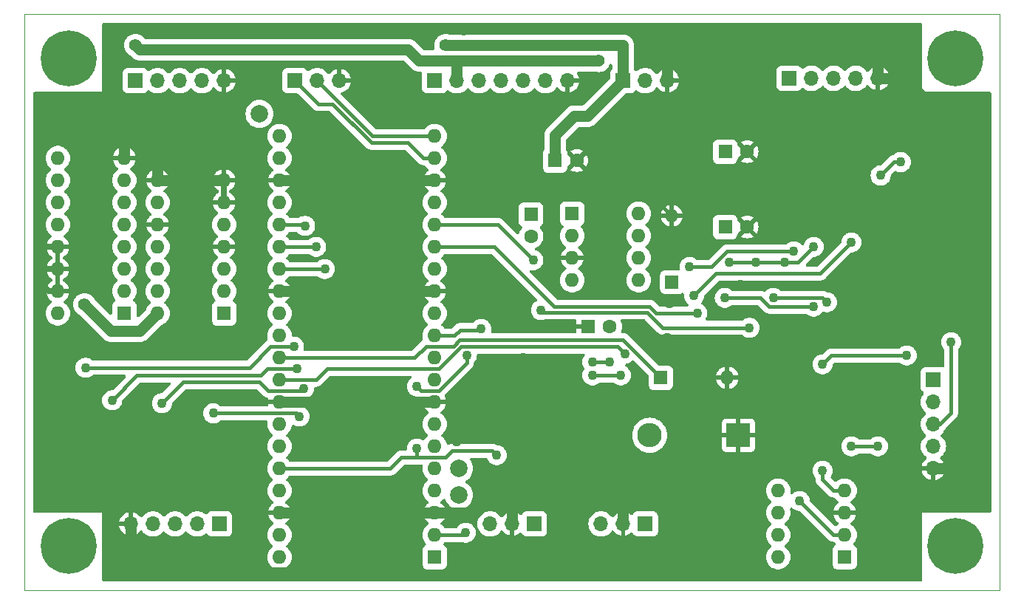
<source format=gbl>
G04 #@! TF.GenerationSoftware,KiCad,Pcbnew,7.0.11+dfsg-1build4*
G04 #@! TF.CreationDate,2025-11-12T09:37:38+01:00*
G04 #@! TF.ProjectId,upp10A_pico,75707031-3041-45f7-9069-636f2e6b6963,rev?*
G04 #@! TF.SameCoordinates,Original*
G04 #@! TF.FileFunction,Copper,L2,Bot*
G04 #@! TF.FilePolarity,Positive*
%FSLAX46Y46*%
G04 Gerber Fmt 4.6, Leading zero omitted, Abs format (unit mm)*
G04 Created by KiCad (PCBNEW 7.0.11+dfsg-1build4) date 2025-11-12 09:37:38*
%MOMM*%
%LPD*%
G01*
G04 APERTURE LIST*
G04 #@! TA.AperFunction,ComponentPad*
%ADD10C,2.000000*%
G04 #@! TD*
G04 #@! TA.AperFunction,ComponentPad*
%ADD11R,1.600000X1.600000*%
G04 #@! TD*
G04 #@! TA.AperFunction,ComponentPad*
%ADD12C,1.600000*%
G04 #@! TD*
G04 #@! TA.AperFunction,ComponentPad*
%ADD13O,1.600000X1.600000*%
G04 #@! TD*
G04 #@! TA.AperFunction,ComponentPad*
%ADD14C,6.400000*%
G04 #@! TD*
G04 #@! TA.AperFunction,ComponentPad*
%ADD15R,1.700000X1.700000*%
G04 #@! TD*
G04 #@! TA.AperFunction,ComponentPad*
%ADD16O,1.700000X1.700000*%
G04 #@! TD*
G04 #@! TA.AperFunction,ComponentPad*
%ADD17R,1.500000X1.500000*%
G04 #@! TD*
G04 #@! TA.AperFunction,ComponentPad*
%ADD18O,1.500000X1.500000*%
G04 #@! TD*
G04 #@! TA.AperFunction,ComponentPad*
%ADD19R,2.800000X2.800000*%
G04 #@! TD*
G04 #@! TA.AperFunction,ComponentPad*
%ADD20O,2.800000X2.800000*%
G04 #@! TD*
G04 #@! TA.AperFunction,ViaPad*
%ADD21C,1.100000*%
G04 #@! TD*
G04 #@! TA.AperFunction,ViaPad*
%ADD22C,1.400000*%
G04 #@! TD*
G04 #@! TA.AperFunction,Conductor*
%ADD23C,1.270000*%
G04 #@! TD*
G04 #@! TA.AperFunction,Conductor*
%ADD24C,0.635000*%
G04 #@! TD*
G04 #@! TA.AperFunction,Conductor*
%ADD25C,0.381000*%
G04 #@! TD*
G04 #@! TA.AperFunction,Profile*
%ADD26C,0.050000*%
G04 #@! TD*
G04 APERTURE END LIST*
D10*
X52324000Y-72390000D03*
D11*
X86193621Y-77724000D03*
D12*
X88693621Y-77724000D03*
D11*
X36820000Y-95235000D03*
D13*
X36820000Y-92695000D03*
X36820000Y-90155000D03*
X36820000Y-87615000D03*
X36820000Y-85075000D03*
X36820000Y-82535000D03*
X36820000Y-79995000D03*
X36820000Y-77455000D03*
X29200000Y-77455000D03*
X29200000Y-79995000D03*
X29200000Y-82535000D03*
X29200000Y-85075000D03*
X29200000Y-87615000D03*
X29200000Y-90155000D03*
X29200000Y-92695000D03*
X29200000Y-95235000D03*
D11*
X98298000Y-102616000D03*
D13*
X105918000Y-102616000D03*
D11*
X88148000Y-83820000D03*
D13*
X88148000Y-86360000D03*
X88148000Y-88900000D03*
X88148000Y-91440000D03*
X95768000Y-91440000D03*
X95768000Y-88900000D03*
X95768000Y-86360000D03*
X95768000Y-83820000D03*
D11*
X105704000Y-85344000D03*
D12*
X108204000Y-85344000D03*
D14*
X132080000Y-121920000D03*
D10*
X75184000Y-116078000D03*
D11*
X48260000Y-95250000D03*
D13*
X48260000Y-92710000D03*
X48260000Y-90170000D03*
X48260000Y-87630000D03*
X48260000Y-85090000D03*
X48260000Y-82550000D03*
X48260000Y-80010000D03*
X40640000Y-80010000D03*
X40640000Y-82550000D03*
X40640000Y-85090000D03*
X40640000Y-87630000D03*
X40640000Y-90170000D03*
X40640000Y-92710000D03*
X40640000Y-95250000D03*
D14*
X30480000Y-121920000D03*
D10*
X75184000Y-113030000D03*
D11*
X119370000Y-123180000D03*
D13*
X119370000Y-120640000D03*
X119370000Y-118100000D03*
X119370000Y-115560000D03*
X111750000Y-115560000D03*
X111750000Y-118100000D03*
X111750000Y-120640000D03*
X111750000Y-123180000D03*
D15*
X38100000Y-68580000D03*
D16*
X40640000Y-68580000D03*
X43180000Y-68580000D03*
X45720000Y-68580000D03*
X48260000Y-68580000D03*
D15*
X56388000Y-68580000D03*
D16*
X58928000Y-68580000D03*
X61468000Y-68580000D03*
D14*
X30480000Y-66040000D03*
D15*
X47720000Y-119380000D03*
D16*
X45180000Y-119380000D03*
X42640000Y-119380000D03*
X40100000Y-119380000D03*
X37560000Y-119380000D03*
D17*
X99568000Y-91684000D03*
D18*
X99568000Y-84064000D03*
D15*
X93980000Y-68580000D03*
D16*
X96520000Y-68580000D03*
X99060000Y-68580000D03*
D11*
X83439000Y-83907621D03*
D12*
X83439000Y-86407621D03*
D15*
X113030000Y-68310000D03*
D16*
X115570000Y-68310000D03*
X118110000Y-68310000D03*
X120650000Y-68310000D03*
X123190000Y-68310000D03*
D15*
X83820000Y-119380000D03*
D16*
X81280000Y-119380000D03*
X78740000Y-119380000D03*
D11*
X72390000Y-123190000D03*
D13*
X72390000Y-120650000D03*
X72390000Y-118110000D03*
X72390000Y-115570000D03*
X72390000Y-113030000D03*
X72390000Y-110490000D03*
X72390000Y-107950000D03*
X72390000Y-105410000D03*
X72390000Y-102870000D03*
X72390000Y-100330000D03*
X72390000Y-97790000D03*
X72390000Y-95250000D03*
X72390000Y-92710000D03*
X72390000Y-90170000D03*
X72390000Y-87630000D03*
X72390000Y-85090000D03*
X72390000Y-82550000D03*
X72390000Y-80010000D03*
X72390000Y-77470000D03*
X72390000Y-74930000D03*
X54610000Y-74930000D03*
X54610000Y-77470000D03*
X54610000Y-80010000D03*
X54610000Y-82550000D03*
X54610000Y-85090000D03*
X54610000Y-87630000D03*
X54610000Y-90170000D03*
X54610000Y-92710000D03*
X54610000Y-95250000D03*
X54610000Y-97790000D03*
X54610000Y-100330000D03*
X54610000Y-102870000D03*
X54610000Y-105410000D03*
X54610000Y-107950000D03*
X54610000Y-110490000D03*
X54610000Y-113030000D03*
X54610000Y-115570000D03*
X54610000Y-118110000D03*
X54610000Y-120650000D03*
X54610000Y-123190000D03*
D15*
X96535000Y-119380000D03*
D16*
X93995000Y-119380000D03*
X91455000Y-119380000D03*
D15*
X72385000Y-68580000D03*
D16*
X74925000Y-68580000D03*
X77465000Y-68580000D03*
X80005000Y-68580000D03*
X82545000Y-68580000D03*
X85085000Y-68580000D03*
X87625000Y-68580000D03*
D11*
X105704000Y-76708000D03*
D12*
X108204000Y-76708000D03*
D11*
X89956000Y-96764000D03*
D12*
X92456000Y-96764000D03*
D19*
X107188000Y-109220000D03*
D20*
X97028000Y-109220000D03*
D15*
X129540000Y-102870000D03*
D16*
X129540000Y-105410000D03*
X129540000Y-107950000D03*
X129540000Y-110490000D03*
X129540000Y-113030000D03*
D14*
X132080000Y-66040000D03*
D21*
X134620000Y-116840000D03*
X74930000Y-89154000D03*
X107442000Y-91948000D03*
X119888000Y-105918000D03*
X107188000Y-94996000D03*
X67310000Y-68580000D03*
X118872000Y-72644000D03*
X38862000Y-93980000D03*
X83312000Y-72390000D03*
X118110000Y-96266000D03*
X35560000Y-121920000D03*
X87630000Y-124460000D03*
X115570000Y-124460000D03*
X127000000Y-124460000D03*
D22*
X65532000Y-105664000D03*
D21*
X108204000Y-114554000D03*
X75692000Y-62738000D03*
X113792000Y-85852000D03*
X44958000Y-114808000D03*
D22*
X50038000Y-62810000D03*
D21*
X86360000Y-111760000D03*
X115062000Y-104902000D03*
X40894000Y-98806000D03*
X112522000Y-71120000D03*
X99060000Y-106680000D03*
X114808000Y-100584000D03*
X83566000Y-81534000D03*
X115570000Y-115316000D03*
X36322000Y-110490000D03*
X95758000Y-102616000D03*
X35560000Y-63500000D03*
X105156000Y-117094000D03*
X74930000Y-124460000D03*
D22*
X65532000Y-80010000D03*
D21*
X76708000Y-83566000D03*
X106934000Y-98298000D03*
X115570000Y-109982000D03*
X134620000Y-99060000D03*
X82550000Y-105410000D03*
X105410000Y-64770000D03*
X90678000Y-113030000D03*
X33020000Y-71120000D03*
X121158000Y-79248000D03*
X27940000Y-71120000D03*
X99060000Y-98044000D03*
X122936000Y-87376000D03*
X27940000Y-100330000D03*
X56896000Y-71374000D03*
X134620000Y-78740000D03*
X90424000Y-81280000D03*
X102362000Y-98298000D03*
X134620000Y-86360000D03*
X74930000Y-109982000D03*
X43434000Y-93980000D03*
X82550000Y-100330000D03*
X128524000Y-72644000D03*
X127000000Y-118110000D03*
D22*
X65532000Y-92710000D03*
D21*
X50546000Y-114046000D03*
X48768000Y-99060000D03*
X134112000Y-72644000D03*
X74930000Y-70866000D03*
X98044000Y-72898000D03*
X124460000Y-113030000D03*
X127000000Y-67310000D03*
X99248788Y-94107684D03*
X35306000Y-102870000D03*
X123952000Y-104648000D03*
X68580000Y-124460000D03*
X101854000Y-75692000D03*
X90932000Y-92964000D03*
X112776000Y-96266000D03*
X52070000Y-125222000D03*
X119126000Y-85852000D03*
X46228000Y-104902000D03*
D22*
X65278000Y-118110000D03*
D21*
X27940000Y-116840000D03*
X98552000Y-116332000D03*
X83312000Y-96774000D03*
D22*
X87630000Y-62660000D03*
D21*
X27940000Y-110490000D03*
X81280000Y-116840000D03*
X100330000Y-124460000D03*
X34290000Y-87630000D03*
D22*
X65278000Y-62660000D03*
D21*
X123952000Y-72644000D03*
X44958000Y-91440000D03*
X114221782Y-116761782D03*
X112522000Y-89408000D03*
X109220000Y-89408000D03*
X115824000Y-87630000D03*
X106172000Y-89408000D03*
D22*
X73660000Y-64516000D03*
X91186000Y-66294000D03*
X32258000Y-94234000D03*
X38100000Y-64516000D03*
D21*
X113538000Y-88138000D03*
X101600000Y-89934500D03*
X116840000Y-113284000D03*
X90467000Y-102362000D03*
X93726000Y-102362000D03*
X90467000Y-100838000D03*
X92456000Y-100838000D03*
X131572000Y-98552000D03*
X77724000Y-97028000D03*
X115824000Y-94488000D03*
X105648000Y-93472000D03*
X102489000Y-95250000D03*
X111186000Y-93472000D03*
X117348000Y-93980000D03*
X83693000Y-89154000D03*
X84582000Y-94869000D03*
X108458000Y-96901000D03*
X59795500Y-90170000D03*
X56896000Y-107061000D03*
X47015500Y-106701500D03*
X41148000Y-105537000D03*
X58801000Y-87630000D03*
X57404000Y-103886000D03*
X56642000Y-101600000D03*
X57531000Y-85217000D03*
X35433000Y-105200500D03*
X56261000Y-99060000D03*
X32385000Y-101473000D03*
X123502782Y-79443218D03*
X125798218Y-77909782D03*
X70358000Y-110744000D03*
X76073000Y-100076000D03*
X70358000Y-103632000D03*
X79502000Y-111506000D03*
X116840000Y-101092000D03*
X126492000Y-100076000D03*
X120142000Y-110490000D03*
X123190000Y-110490000D03*
X120142000Y-87122000D03*
X102108000Y-93218000D03*
X94165782Y-99890218D03*
X75946000Y-120396000D03*
D23*
X130810000Y-113030000D02*
X135525000Y-108315000D01*
X54610000Y-92710000D02*
X65532000Y-92710000D01*
X123190000Y-66294000D02*
X119491000Y-62595000D01*
X76454000Y-118110000D02*
X77724000Y-116840000D01*
X37560000Y-121888000D02*
X37560000Y-119380000D01*
X36820000Y-74412000D02*
X35814000Y-73406000D01*
X65278000Y-105410000D02*
X65532000Y-105664000D01*
X36820000Y-75682000D02*
X39106000Y-75682000D01*
X93980000Y-116840000D02*
X93995000Y-116855000D01*
X134620000Y-78740000D02*
X135525000Y-77835000D01*
X65278000Y-62595000D02*
X50253000Y-62595000D01*
X135525000Y-74057000D02*
X134112000Y-72644000D01*
X65278000Y-118110000D02*
X58420000Y-124968000D01*
X134620000Y-86360000D02*
X135525000Y-85455000D01*
D24*
X48260000Y-82550000D02*
X48260000Y-80010000D01*
D23*
X135525000Y-87265000D02*
X134620000Y-86360000D01*
X99060000Y-62595000D02*
X87630000Y-62595000D01*
D25*
X99568000Y-84064000D02*
X96784000Y-81280000D01*
X118872000Y-72644000D02*
X123952000Y-72644000D01*
D23*
X72390000Y-105410000D02*
X65786000Y-105410000D01*
X40640000Y-77216000D02*
X40640000Y-80010000D01*
X126222000Y-68310000D02*
X123190000Y-68310000D01*
X135525000Y-98155000D02*
X135525000Y-87265000D01*
X54610000Y-105410000D02*
X65278000Y-105410000D01*
D24*
X27050000Y-90155000D02*
X27035000Y-90170000D01*
D23*
X135525000Y-79645000D02*
X134620000Y-78740000D01*
X135525000Y-77835000D02*
X135525000Y-74057000D01*
X129540000Y-71628000D02*
X126222000Y-68310000D01*
X81280000Y-116840000D02*
X93980000Y-116840000D01*
D25*
X123952000Y-72644000D02*
X128524000Y-72644000D01*
D23*
X27035000Y-76200000D02*
X27035000Y-87630000D01*
X36820000Y-75682000D02*
X36820000Y-74412000D01*
X40640000Y-124968000D02*
X37560000Y-121888000D01*
X35179000Y-74041000D02*
X29194000Y-74041000D01*
X65532000Y-80010000D02*
X72390000Y-80010000D01*
X81280000Y-116840000D02*
X81280000Y-119380000D01*
X129540000Y-113030000D02*
X130810000Y-113030000D01*
X134112000Y-72644000D02*
X130556000Y-72644000D01*
D24*
X27050000Y-87615000D02*
X27035000Y-87630000D01*
D23*
X65278000Y-118110000D02*
X72390000Y-118110000D01*
D24*
X27035000Y-91551000D02*
X27035000Y-90170000D01*
D23*
X135525000Y-85455000D02*
X135525000Y-79645000D01*
X35814000Y-63611000D02*
X35814000Y-73406000D01*
X48260000Y-80010000D02*
X40640000Y-80010000D01*
X52324000Y-124968000D02*
X52070000Y-125222000D01*
X35560000Y-63500000D02*
X35560000Y-63865000D01*
D25*
X128524000Y-72644000D02*
X129540000Y-71628000D01*
D23*
X52070000Y-125222000D02*
X51816000Y-124968000D01*
X58420000Y-124968000D02*
X52324000Y-124968000D01*
X99060000Y-68580000D02*
X99060000Y-62595000D01*
X130556000Y-72644000D02*
X129540000Y-71628000D01*
X75549000Y-62595000D02*
X65278000Y-62595000D01*
D24*
X29200000Y-90155000D02*
X27050000Y-90155000D01*
D23*
X119491000Y-62595000D02*
X118364000Y-62595000D01*
X123190000Y-68310000D02*
X123190000Y-66294000D01*
X72390000Y-118110000D02*
X76454000Y-118110000D01*
X39106000Y-75682000D02*
X40640000Y-77216000D01*
X135525000Y-99965000D02*
X134620000Y-99060000D01*
X65532000Y-92710000D02*
X72390000Y-92710000D01*
X35925000Y-63500000D02*
X35560000Y-63500000D01*
D24*
X29200000Y-87615000D02*
X27050000Y-87615000D01*
D23*
X49823000Y-62595000D02*
X36830000Y-62595000D01*
D24*
X28179000Y-92695000D02*
X27035000Y-91551000D01*
D23*
X35814000Y-73406000D02*
X35179000Y-74041000D01*
X50038000Y-62810000D02*
X49823000Y-62595000D01*
X108204000Y-62595000D02*
X99060000Y-62595000D01*
X51816000Y-124968000D02*
X40640000Y-124968000D01*
X54610000Y-80010000D02*
X65532000Y-80010000D01*
X77724000Y-116840000D02*
X81280000Y-116840000D01*
X134620000Y-99060000D02*
X135525000Y-98155000D01*
X135525000Y-108315000D02*
X135525000Y-99965000D01*
X29194000Y-74041000D02*
X27035000Y-76200000D01*
X118364000Y-62595000D02*
X108204000Y-62595000D01*
X65786000Y-105410000D02*
X65532000Y-105664000D01*
X54610000Y-118110000D02*
X65278000Y-118110000D01*
X87630000Y-62595000D02*
X75835000Y-62595000D01*
X35560000Y-63865000D02*
X35814000Y-63611000D01*
X36820000Y-77455000D02*
X36820000Y-75682000D01*
D25*
X96784000Y-81280000D02*
X90424000Y-81280000D01*
D23*
X93995000Y-116855000D02*
X93995000Y-119380000D01*
X27035000Y-87630000D02*
X27035000Y-90170000D01*
D24*
X29200000Y-92695000D02*
X28179000Y-92695000D01*
D23*
X36830000Y-62595000D02*
X35925000Y-63500000D01*
X50253000Y-62595000D02*
X50038000Y-62810000D01*
X75692000Y-62738000D02*
X75549000Y-62595000D01*
X75835000Y-62595000D02*
X75692000Y-62738000D01*
D25*
X119370000Y-120640000D02*
X118100000Y-120640000D01*
X118100000Y-120640000D02*
X114221782Y-116761782D01*
X114046000Y-89408000D02*
X112522000Y-89408000D01*
X109220000Y-89408000D02*
X112522000Y-89408000D01*
X109220000Y-89408000D02*
X106172000Y-89408000D01*
X115824000Y-87630000D02*
X114046000Y-89408000D01*
D23*
X88392000Y-72644000D02*
X86193621Y-74842379D01*
X93980000Y-68580000D02*
X89916000Y-72644000D01*
X73660000Y-64516000D02*
X93980000Y-64516000D01*
X86193621Y-74842379D02*
X86193621Y-77724000D01*
X93980000Y-64516000D02*
X93980000Y-68580000D01*
X89916000Y-72644000D02*
X88392000Y-72644000D01*
X35306000Y-97282000D02*
X32258000Y-94234000D01*
X75063000Y-66294000D02*
X74925000Y-66432000D01*
X40640000Y-95250000D02*
X38608000Y-97282000D01*
X70612000Y-66294000D02*
X69342000Y-65024000D01*
X74925000Y-66432000D02*
X74925000Y-68580000D01*
X91186000Y-66294000D02*
X75063000Y-66294000D01*
X74787000Y-66294000D02*
X70612000Y-66294000D01*
X38608000Y-65024000D02*
X38100000Y-64516000D01*
X69342000Y-65024000D02*
X38608000Y-65024000D01*
X74925000Y-66432000D02*
X74787000Y-66294000D01*
X38608000Y-97282000D02*
X35306000Y-97282000D01*
D25*
X87677621Y-91440000D02*
X88148000Y-91440000D01*
X118100000Y-115560000D02*
X116840000Y-114300000D01*
X116840000Y-114300000D02*
X116840000Y-113284000D01*
X119370000Y-115560000D02*
X118100000Y-115560000D01*
X105918000Y-88138000D02*
X104121500Y-89934500D01*
X104121500Y-89934500D02*
X101600000Y-89934500D01*
X105918000Y-88138000D02*
X113538000Y-88138000D01*
X75283963Y-98298000D02*
X93980000Y-98298000D01*
X93980000Y-98298000D02*
X98298000Y-102616000D01*
X70104000Y-100330000D02*
X71399500Y-99034500D01*
X71399500Y-99034500D02*
X74547463Y-99034500D01*
X74547463Y-99034500D02*
X75283963Y-98298000D01*
X54610000Y-100330000D02*
X70104000Y-100330000D01*
X93726000Y-102362000D02*
X90467000Y-102362000D01*
X90467000Y-100838000D02*
X92456000Y-100838000D01*
X131572000Y-106680000D02*
X130302000Y-107950000D01*
X131572000Y-98552000D02*
X131572000Y-106680000D01*
X130302000Y-107950000D02*
X129540000Y-107950000D01*
X74676000Y-97790000D02*
X75311000Y-97155000D01*
X75311000Y-97155000D02*
X77597000Y-97155000D01*
X72390000Y-97790000D02*
X74676000Y-97790000D01*
X77597000Y-97155000D02*
X77724000Y-97028000D01*
X59055000Y-71247000D02*
X60696974Y-71247000D01*
X60696974Y-71247000D02*
X65141974Y-75692000D01*
X65141974Y-75692000D02*
X69342000Y-75692000D01*
X71120000Y-77470000D02*
X72390000Y-77470000D01*
X56388000Y-68580000D02*
X59055000Y-71247000D01*
X69342000Y-75692000D02*
X71120000Y-77470000D01*
X58928000Y-68580000D02*
X65278000Y-74930000D01*
X65278000Y-74930000D02*
X72390000Y-74930000D01*
X115824000Y-94488000D02*
X110744000Y-94488000D01*
X110744000Y-94488000D02*
X109728000Y-93472000D01*
X109728000Y-93472000D02*
X105648000Y-93472000D01*
X79248000Y-87630000D02*
X72390000Y-87630000D01*
X97799026Y-95250000D02*
X97037026Y-94488000D01*
X102489000Y-95250000D02*
X97799026Y-95250000D01*
X86106000Y-94488000D02*
X79248000Y-87630000D01*
X97037026Y-94488000D02*
X86106000Y-94488000D01*
X116840000Y-93472000D02*
X111186000Y-93472000D01*
X117348000Y-93980000D02*
X116840000Y-93472000D01*
X79629000Y-85090000D02*
X72390000Y-85090000D01*
X86614000Y-95123000D02*
X84836000Y-95123000D01*
X108458000Y-96901000D02*
X98552000Y-96901000D01*
X98552000Y-96901000D02*
X96774000Y-95123000D01*
X96774000Y-95123000D02*
X86614000Y-95123000D01*
X84836000Y-95123000D02*
X84582000Y-94869000D01*
X83693000Y-89154000D02*
X79629000Y-85090000D01*
X47019500Y-106705500D02*
X56540500Y-106705500D01*
X54610000Y-90170000D02*
X59795500Y-90170000D01*
X56540500Y-106705500D02*
X56896000Y-107061000D01*
X47015500Y-106701500D02*
X47019500Y-106705500D01*
X53314500Y-104114500D02*
X52324000Y-103124000D01*
X43561000Y-103124000D02*
X41148000Y-105537000D01*
X54610000Y-87630000D02*
X58801000Y-87630000D01*
X57404000Y-103886000D02*
X57175500Y-104114500D01*
X52324000Y-103124000D02*
X43561000Y-103124000D01*
X57175500Y-104114500D02*
X53314500Y-104114500D01*
X57404000Y-85090000D02*
X57531000Y-85217000D01*
X52451000Y-102362000D02*
X38271500Y-102362000D01*
X38271500Y-102362000D02*
X35433000Y-105200500D01*
X53213000Y-101600000D02*
X52451000Y-102362000D01*
X54610000Y-85090000D02*
X57404000Y-85090000D01*
X56642000Y-101600000D02*
X53213000Y-101600000D01*
X51181000Y-101473000D02*
X53594000Y-99060000D01*
X32385000Y-101473000D02*
X51181000Y-101473000D01*
X53594000Y-99060000D02*
X56261000Y-99060000D01*
X125036218Y-77909782D02*
X125798218Y-77909782D01*
X123502782Y-79443218D02*
X125036218Y-77909782D01*
X70358000Y-110744000D02*
X70358000Y-111760000D01*
X70358000Y-111760000D02*
X68580000Y-111760000D01*
X79502000Y-111506000D02*
X78994000Y-110998000D01*
X78994000Y-110998000D02*
X74422000Y-110998000D01*
X68580000Y-111760000D02*
X67310000Y-113030000D01*
X67310000Y-113030000D02*
X54610000Y-113030000D01*
X72905489Y-104114500D02*
X70840500Y-104114500D01*
X74422000Y-110998000D02*
X73660000Y-111760000D01*
X76073000Y-100946989D02*
X72905489Y-104114500D01*
X73660000Y-111760000D02*
X70358000Y-111760000D01*
X76073000Y-100076000D02*
X76073000Y-100946989D01*
X70840500Y-104114500D02*
X70358000Y-103632000D01*
X117856000Y-100076000D02*
X116840000Y-101092000D01*
X126492000Y-100076000D02*
X117856000Y-100076000D01*
X123190000Y-110490000D02*
X120142000Y-110490000D01*
X120142000Y-87122000D02*
X116586000Y-90678000D01*
X75419989Y-99060000D02*
X72879989Y-101600000D01*
X104648000Y-90678000D02*
X102108000Y-93218000D01*
X60071000Y-101600000D02*
X58801000Y-102870000D01*
X72879989Y-101600000D02*
X60071000Y-101600000D01*
X94165782Y-99890218D02*
X93335564Y-99060000D01*
X58801000Y-102870000D02*
X54610000Y-102870000D01*
X116586000Y-90678000D02*
X104648000Y-90678000D01*
X93335564Y-99060000D02*
X75419989Y-99060000D01*
X75692000Y-120650000D02*
X72390000Y-120650000D01*
X75946000Y-120396000D02*
X75692000Y-120650000D01*
G04 #@! TA.AperFunction,Conductor*
G36*
X69646132Y-102410931D02*
G01*
X69708469Y-102466157D01*
X69738001Y-102544027D01*
X69727963Y-102626701D01*
X69680653Y-102695241D01*
X69667862Y-102704757D01*
X69668120Y-102705098D01*
X69661696Y-102709949D01*
X69504128Y-102853591D01*
X69504127Y-102853593D01*
X69375636Y-103023740D01*
X69280593Y-103214615D01*
X69222243Y-103419689D01*
X69222243Y-103419690D01*
X69202571Y-103632000D01*
X69222243Y-103844309D01*
X69222243Y-103844310D01*
X69280593Y-104049384D01*
X69280594Y-104049386D01*
X69280595Y-104049389D01*
X69344082Y-104176889D01*
X69375636Y-104240259D01*
X69504127Y-104410406D01*
X69504128Y-104410408D01*
X69601164Y-104498868D01*
X69661698Y-104554052D01*
X69842981Y-104666298D01*
X70041802Y-104743321D01*
X70251390Y-104782500D01*
X70364834Y-104782500D01*
X70440320Y-104799727D01*
X70448455Y-104803644D01*
X70465535Y-104813082D01*
X70495126Y-104831676D01*
X70495128Y-104831677D01*
X70528095Y-104843212D01*
X70546130Y-104850682D01*
X70577593Y-104865835D01*
X70577594Y-104865835D01*
X70577596Y-104865836D01*
X70611656Y-104873609D01*
X70630404Y-104879011D01*
X70663369Y-104890546D01*
X70663372Y-104890547D01*
X70698072Y-104894456D01*
X70717308Y-104897723D01*
X70751376Y-104905500D01*
X70751377Y-104905500D01*
X70952560Y-104905500D01*
X71033422Y-104925431D01*
X71095759Y-104980657D01*
X71125291Y-105058527D01*
X71120631Y-105124535D01*
X71111127Y-105160000D01*
X72074314Y-105160000D01*
X72062359Y-105171955D01*
X72004835Y-105284852D01*
X71985014Y-105410000D01*
X72004835Y-105535148D01*
X72062359Y-105648045D01*
X72074314Y-105660000D01*
X71111127Y-105660000D01*
X71163731Y-105856320D01*
X71259865Y-106062482D01*
X71390336Y-106248813D01*
X71551188Y-106409665D01*
X71644213Y-106474802D01*
X71699020Y-106537508D01*
X71718407Y-106618502D01*
X71697934Y-106699228D01*
X71642291Y-106761193D01*
X71627235Y-106770357D01*
X71621381Y-106773525D01*
X71621366Y-106773534D01*
X71438219Y-106916083D01*
X71438205Y-106916097D01*
X71281021Y-107086846D01*
X71154075Y-107281152D01*
X71103860Y-107395632D01*
X71060843Y-107493700D01*
X71003866Y-107718695D01*
X70984700Y-107950000D01*
X71003866Y-108181305D01*
X71060843Y-108406300D01*
X71154076Y-108618849D01*
X71169677Y-108642728D01*
X71281021Y-108813153D01*
X71438205Y-108983902D01*
X71438219Y-108983916D01*
X71565124Y-109082690D01*
X71616694Y-109148084D01*
X71631966Y-109229954D01*
X71607442Y-109309543D01*
X71565124Y-109357310D01*
X71438219Y-109456083D01*
X71438205Y-109456097D01*
X71281021Y-109626846D01*
X71217851Y-109723535D01*
X71156938Y-109780329D01*
X71076609Y-109802310D01*
X70995267Y-109784442D01*
X70980589Y-109776307D01*
X70873019Y-109709702D01*
X70873017Y-109709701D01*
X70674202Y-109632680D01*
X70674191Y-109632677D01*
X70464610Y-109593500D01*
X70251390Y-109593500D01*
X70041808Y-109632677D01*
X70041797Y-109632680D01*
X69842982Y-109709701D01*
X69661695Y-109821950D01*
X69504128Y-109965591D01*
X69504127Y-109965593D01*
X69375636Y-110135740D01*
X69280593Y-110326615D01*
X69222243Y-110531689D01*
X69222243Y-110531690D01*
X69202571Y-110744000D01*
X69205809Y-110778947D01*
X69193423Y-110861303D01*
X69144184Y-110928469D01*
X69069371Y-110965060D01*
X69032551Y-110969000D01*
X68490875Y-110969000D01*
X68456810Y-110976774D01*
X68437584Y-110980040D01*
X68402880Y-110983951D01*
X68402867Y-110983954D01*
X68369903Y-110995488D01*
X68351164Y-111000887D01*
X68317096Y-111008663D01*
X68291752Y-111020868D01*
X68285625Y-111023819D01*
X68267603Y-111031284D01*
X68234628Y-111042822D01*
X68234624Y-111042824D01*
X68205044Y-111061411D01*
X68187970Y-111070848D01*
X68156496Y-111086005D01*
X68129189Y-111107782D01*
X68113281Y-111119070D01*
X68083696Y-111137660D01*
X68052087Y-111169268D01*
X68052088Y-111169269D01*
X67033320Y-112188037D01*
X66962049Y-112231121D01*
X66910283Y-112239000D01*
X55860202Y-112239000D01*
X55779340Y-112219069D01*
X55722898Y-112171881D01*
X55718978Y-112166845D01*
X55561794Y-111996097D01*
X55561787Y-111996090D01*
X55561786Y-111996089D01*
X55561784Y-111996087D01*
X55434873Y-111897308D01*
X55383305Y-111831916D01*
X55368033Y-111750047D01*
X55392556Y-111670457D01*
X55434872Y-111622691D01*
X55561784Y-111523913D01*
X55718979Y-111353153D01*
X55845924Y-111158849D01*
X55939157Y-110946300D01*
X55996134Y-110721305D01*
X56015300Y-110490000D01*
X55996134Y-110258695D01*
X55939157Y-110033700D01*
X55845924Y-109821151D01*
X55718979Y-109626847D01*
X55664759Y-109567948D01*
X55561794Y-109456097D01*
X55561787Y-109456090D01*
X55561786Y-109456089D01*
X55561784Y-109456087D01*
X55434873Y-109357308D01*
X55383305Y-109291916D01*
X55368033Y-109210047D01*
X55392556Y-109130457D01*
X55434872Y-109082691D01*
X55561784Y-108983913D01*
X55718979Y-108813153D01*
X55845924Y-108618849D01*
X55939157Y-108406300D01*
X55996134Y-108181305D01*
X55998234Y-108155960D01*
X56024773Y-108077024D01*
X56084958Y-108019460D01*
X56165000Y-107996459D01*
X56246564Y-108013290D01*
X56263239Y-108022395D01*
X56351467Y-108077024D01*
X56380981Y-108095298D01*
X56579802Y-108172321D01*
X56789390Y-108211500D01*
X56789391Y-108211500D01*
X57002608Y-108211500D01*
X57002610Y-108211500D01*
X57212198Y-108172321D01*
X57411019Y-108095298D01*
X57592302Y-107983052D01*
X57749872Y-107839407D01*
X57878366Y-107669255D01*
X57973405Y-107478389D01*
X58031756Y-107273310D01*
X58051429Y-107061000D01*
X58031756Y-106848690D01*
X58022827Y-106817310D01*
X57974745Y-106648321D01*
X57973405Y-106643611D01*
X57878366Y-106452745D01*
X57878364Y-106452743D01*
X57878363Y-106452740D01*
X57749872Y-106282593D01*
X57749871Y-106282591D01*
X57592304Y-106138950D01*
X57592302Y-106138948D01*
X57411019Y-106026702D01*
X57411017Y-106026701D01*
X57212202Y-105949680D01*
X57212191Y-105949677D01*
X57002610Y-105910500D01*
X56789390Y-105910500D01*
X56789389Y-105910500D01*
X56727412Y-105922085D01*
X56656724Y-105920685D01*
X56629624Y-105914500D01*
X56584920Y-105914500D01*
X56047440Y-105914500D01*
X55966578Y-105894569D01*
X55904241Y-105839343D01*
X55874709Y-105761473D01*
X55879369Y-105695465D01*
X55888872Y-105660000D01*
X54925686Y-105660000D01*
X54937641Y-105648045D01*
X54995165Y-105535148D01*
X55014986Y-105410000D01*
X54995165Y-105284852D01*
X54937641Y-105171955D01*
X54925686Y-105160000D01*
X55888872Y-105160000D01*
X55879369Y-105124535D01*
X55877692Y-105041270D01*
X55914902Y-104966763D01*
X55982474Y-104918083D01*
X56047440Y-104905500D01*
X56818339Y-104905500D01*
X56880425Y-104920110D01*
X56881479Y-104917392D01*
X56933160Y-104937413D01*
X57087802Y-104997321D01*
X57297390Y-105036500D01*
X57297391Y-105036500D01*
X57510608Y-105036500D01*
X57510610Y-105036500D01*
X57720198Y-104997321D01*
X57919019Y-104920298D01*
X58100302Y-104808052D01*
X58257872Y-104664407D01*
X58386366Y-104494255D01*
X58481405Y-104303389D01*
X58539756Y-104098310D01*
X58559429Y-103886000D01*
X58556191Y-103851053D01*
X58568577Y-103768697D01*
X58617816Y-103701531D01*
X58692629Y-103664940D01*
X58729449Y-103661000D01*
X58890121Y-103661000D01*
X58890124Y-103661000D01*
X58924193Y-103653222D01*
X58943405Y-103649958D01*
X58978128Y-103646047D01*
X59011101Y-103634508D01*
X59029825Y-103629113D01*
X59063904Y-103621336D01*
X59084239Y-103611542D01*
X59095374Y-103606181D01*
X59113401Y-103598713D01*
X59146374Y-103587176D01*
X59175954Y-103568588D01*
X59193010Y-103559160D01*
X59224500Y-103543997D01*
X59251817Y-103522211D01*
X59267708Y-103510935D01*
X59297301Y-103492342D01*
X59423342Y-103366301D01*
X60347680Y-102441963D01*
X60418951Y-102398879D01*
X60470717Y-102391000D01*
X69565270Y-102391000D01*
X69646132Y-102410931D01*
G37*
G04 #@! TD.AperFunction*
G04 #@! TA.AperFunction,Conductor*
G36*
X78929145Y-88440931D02*
G01*
X78971320Y-88471963D01*
X84076595Y-93577238D01*
X84119679Y-93648509D01*
X84124708Y-93731639D01*
X84090528Y-93807584D01*
X84045158Y-93848212D01*
X83885701Y-93946945D01*
X83885696Y-93946949D01*
X83728128Y-94090591D01*
X83728127Y-94090593D01*
X83599636Y-94260740D01*
X83504593Y-94451615D01*
X83446243Y-94656689D01*
X83446243Y-94656690D01*
X83426571Y-94869000D01*
X83446243Y-95081309D01*
X83446243Y-95081310D01*
X83504593Y-95286384D01*
X83504594Y-95286386D01*
X83504595Y-95286389D01*
X83523529Y-95324413D01*
X83599636Y-95477259D01*
X83728127Y-95647406D01*
X83728128Y-95647408D01*
X83792730Y-95706300D01*
X83885698Y-95791052D01*
X84066981Y-95903298D01*
X84265802Y-95980321D01*
X84475390Y-96019500D01*
X84475391Y-96019500D01*
X84688608Y-96019500D01*
X84688610Y-96019500D01*
X84898198Y-95980321D01*
X85039064Y-95925749D01*
X85101918Y-95914000D01*
X86569580Y-95914000D01*
X88482000Y-95914000D01*
X88562862Y-95933931D01*
X88625199Y-95989157D01*
X88654731Y-96067027D01*
X88656000Y-96088000D01*
X88656000Y-96513999D01*
X88656001Y-96514000D01*
X89640314Y-96514000D01*
X89628359Y-96525955D01*
X89570835Y-96638852D01*
X89551014Y-96764000D01*
X89570835Y-96889148D01*
X89628359Y-97002045D01*
X89640314Y-97014000D01*
X88656001Y-97014000D01*
X88656000Y-97014001D01*
X88656000Y-97333000D01*
X88636069Y-97413862D01*
X88580843Y-97476199D01*
X88502973Y-97505731D01*
X88482000Y-97507000D01*
X79014289Y-97507000D01*
X78933427Y-97487069D01*
X78871090Y-97431843D01*
X78841558Y-97353973D01*
X78846932Y-97285382D01*
X78859756Y-97240310D01*
X78859756Y-97240309D01*
X78866827Y-97164000D01*
X78879429Y-97028000D01*
X78859756Y-96815690D01*
X78823620Y-96688689D01*
X78817457Y-96667027D01*
X78801405Y-96610611D01*
X78706366Y-96419745D01*
X78706364Y-96419743D01*
X78706363Y-96419740D01*
X78577872Y-96249593D01*
X78577871Y-96249591D01*
X78420304Y-96105950D01*
X78420302Y-96105948D01*
X78239019Y-95993702D01*
X78239017Y-95993701D01*
X78040202Y-95916680D01*
X78040191Y-95916677D01*
X77830610Y-95877500D01*
X77617390Y-95877500D01*
X77407808Y-95916677D01*
X77407797Y-95916680D01*
X77208982Y-95993701D01*
X77142536Y-96034843D01*
X77053344Y-96090069D01*
X77027695Y-96105950D01*
X76870131Y-96249589D01*
X76870128Y-96249593D01*
X76835943Y-96294860D01*
X76771309Y-96347377D01*
X76697090Y-96364000D01*
X75221876Y-96364000D01*
X75187812Y-96371774D01*
X75168585Y-96375040D01*
X75133880Y-96378951D01*
X75133867Y-96378954D01*
X75100898Y-96390489D01*
X75082158Y-96395888D01*
X75048095Y-96403663D01*
X75016617Y-96418822D01*
X74998595Y-96426287D01*
X74965626Y-96437823D01*
X74936043Y-96456411D01*
X74918975Y-96465844D01*
X74887505Y-96481000D01*
X74887499Y-96481004D01*
X74860193Y-96502779D01*
X74844285Y-96514066D01*
X74814701Y-96532655D01*
X74399320Y-96948037D01*
X74328049Y-96991121D01*
X74276283Y-96999000D01*
X73640202Y-96999000D01*
X73559340Y-96979069D01*
X73502898Y-96931881D01*
X73498978Y-96926845D01*
X73341794Y-96756097D01*
X73341787Y-96756090D01*
X73341786Y-96756089D01*
X73341784Y-96756087D01*
X73214873Y-96657308D01*
X73163305Y-96591916D01*
X73148033Y-96510047D01*
X73172556Y-96430457D01*
X73214872Y-96382691D01*
X73341784Y-96283913D01*
X73498979Y-96113153D01*
X73625924Y-95918849D01*
X73719157Y-95706300D01*
X73776134Y-95481305D01*
X73795300Y-95250000D01*
X73776134Y-95018695D01*
X73719157Y-94793700D01*
X73625924Y-94581151D01*
X73498979Y-94386847D01*
X73412813Y-94293245D01*
X73341794Y-94216097D01*
X73341780Y-94216083D01*
X73158633Y-94073534D01*
X73158624Y-94073528D01*
X73152769Y-94070360D01*
X73091141Y-94014344D01*
X73062603Y-93936104D01*
X73073695Y-93853564D01*
X73121874Y-93785633D01*
X73135786Y-93774801D01*
X73228814Y-93709662D01*
X73389663Y-93548813D01*
X73520134Y-93362482D01*
X73616268Y-93156320D01*
X73668872Y-92960000D01*
X72705686Y-92960000D01*
X72717641Y-92948045D01*
X72775165Y-92835148D01*
X72794986Y-92710000D01*
X72775165Y-92584852D01*
X72717641Y-92471955D01*
X72705686Y-92460000D01*
X73668872Y-92460000D01*
X73668872Y-92459999D01*
X73616268Y-92263679D01*
X73520134Y-92057517D01*
X73389663Y-91871186D01*
X73228813Y-91710336D01*
X73135785Y-91645197D01*
X73080979Y-91582490D01*
X73061592Y-91501497D01*
X73082065Y-91420770D01*
X73137709Y-91358805D01*
X73152779Y-91349634D01*
X73158626Y-91346470D01*
X73158630Y-91346466D01*
X73158633Y-91346465D01*
X73341780Y-91203916D01*
X73341779Y-91203916D01*
X73341784Y-91203913D01*
X73498979Y-91033153D01*
X73625924Y-90838849D01*
X73719157Y-90626300D01*
X73776134Y-90401305D01*
X73795300Y-90170000D01*
X73776134Y-89938695D01*
X73719157Y-89713700D01*
X73625924Y-89501151D01*
X73498979Y-89306847D01*
X73426065Y-89227641D01*
X73341794Y-89136097D01*
X73341787Y-89136090D01*
X73341786Y-89136089D01*
X73341784Y-89136087D01*
X73214873Y-89037308D01*
X73163305Y-88971916D01*
X73148033Y-88890047D01*
X73172556Y-88810457D01*
X73214872Y-88762691D01*
X73341784Y-88663913D01*
X73498979Y-88493153D01*
X73498980Y-88493151D01*
X73502898Y-88488119D01*
X73568295Y-88436553D01*
X73640202Y-88421000D01*
X78848283Y-88421000D01*
X78929145Y-88440931D01*
G37*
G04 #@! TD.AperFunction*
G04 #@! TA.AperFunction,Conductor*
G36*
X48510000Y-82234314D02*
G01*
X48498045Y-82222359D01*
X48385148Y-82164835D01*
X48291481Y-82150000D01*
X48228519Y-82150000D01*
X48134852Y-82164835D01*
X48021955Y-82222359D01*
X48010000Y-82234314D01*
X48010000Y-80325686D01*
X48021955Y-80337641D01*
X48134852Y-80395165D01*
X48228519Y-80410000D01*
X48291481Y-80410000D01*
X48385148Y-80395165D01*
X48498045Y-80337641D01*
X48510000Y-80325686D01*
X48510000Y-82234314D01*
G37*
G04 #@! TD.AperFunction*
G04 #@! TA.AperFunction,Conductor*
G36*
X29450000Y-92379314D02*
G01*
X29438045Y-92367359D01*
X29325148Y-92309835D01*
X29231481Y-92295000D01*
X29168519Y-92295000D01*
X29074852Y-92309835D01*
X28961955Y-92367359D01*
X28950000Y-92379314D01*
X28950000Y-90470686D01*
X28961955Y-90482641D01*
X29074852Y-90540165D01*
X29168519Y-90555000D01*
X29231481Y-90555000D01*
X29325148Y-90540165D01*
X29438045Y-90482641D01*
X29450000Y-90470686D01*
X29450000Y-92379314D01*
G37*
G04 #@! TD.AperFunction*
G04 #@! TA.AperFunction,Conductor*
G36*
X29450000Y-89839314D02*
G01*
X29438045Y-89827359D01*
X29325148Y-89769835D01*
X29231481Y-89755000D01*
X29168519Y-89755000D01*
X29074852Y-89769835D01*
X28961955Y-89827359D01*
X28950000Y-89839314D01*
X28950000Y-87930686D01*
X28961955Y-87942641D01*
X29074852Y-88000165D01*
X29168519Y-88015000D01*
X29231481Y-88015000D01*
X29325148Y-88000165D01*
X29438045Y-87942641D01*
X29450000Y-87930686D01*
X29450000Y-89839314D01*
G37*
G04 #@! TD.AperFunction*
G04 #@! TA.AperFunction,Conductor*
G36*
X128176862Y-61980431D02*
G01*
X128239199Y-62035657D01*
X128268731Y-62113527D01*
X128270000Y-62134500D01*
X128270000Y-69850000D01*
X135985500Y-69850000D01*
X136066362Y-69869931D01*
X136128699Y-69925157D01*
X136158231Y-70003027D01*
X136159500Y-70024000D01*
X136159500Y-117936000D01*
X136139569Y-118016862D01*
X136084343Y-118079199D01*
X136006473Y-118108731D01*
X135985500Y-118110000D01*
X128270000Y-118110000D01*
X128270000Y-118110001D01*
X128270000Y-125825500D01*
X128250069Y-125906362D01*
X128194843Y-125968699D01*
X128116973Y-125998231D01*
X128096000Y-125999500D01*
X34464000Y-125999500D01*
X34383138Y-125979569D01*
X34320801Y-125924343D01*
X34291269Y-125846473D01*
X34290000Y-125825500D01*
X34290000Y-119129999D01*
X36229363Y-119129999D01*
X36229364Y-119130000D01*
X37126314Y-119130000D01*
X37100507Y-119170156D01*
X37060000Y-119308111D01*
X37060000Y-119451889D01*
X37100507Y-119589844D01*
X37126314Y-119630000D01*
X36229364Y-119630000D01*
X36286567Y-119843487D01*
X36386401Y-120057581D01*
X36521882Y-120251068D01*
X36521886Y-120251073D01*
X36688926Y-120418113D01*
X36688931Y-120418117D01*
X36882418Y-120553598D01*
X37096508Y-120653430D01*
X37096517Y-120653433D01*
X37310000Y-120710634D01*
X37310000Y-119815501D01*
X37417685Y-119864680D01*
X37524237Y-119880000D01*
X37595763Y-119880000D01*
X37702315Y-119864680D01*
X37810000Y-119815501D01*
X37810000Y-120710634D01*
X38023482Y-120653433D01*
X38023491Y-120653430D01*
X38237581Y-120553598D01*
X38431068Y-120418117D01*
X38431073Y-120418113D01*
X38598112Y-120251074D01*
X38625626Y-120211781D01*
X38688333Y-120156974D01*
X38769327Y-120137587D01*
X38850053Y-120158060D01*
X38912018Y-120213703D01*
X38913826Y-120216414D01*
X38951426Y-120273966D01*
X39114231Y-120450820D01*
X39114239Y-120450828D01*
X39303925Y-120598467D01*
X39303934Y-120598473D01*
X39515343Y-120712882D01*
X39742693Y-120790931D01*
X39742700Y-120790933D01*
X39742703Y-120790934D01*
X39979808Y-120830500D01*
X39979812Y-120830500D01*
X40220188Y-120830500D01*
X40220192Y-120830500D01*
X40457297Y-120790934D01*
X40684656Y-120712882D01*
X40896067Y-120598472D01*
X40896069Y-120598469D01*
X40896074Y-120598467D01*
X41085760Y-120450828D01*
X41085759Y-120450828D01*
X41085764Y-120450825D01*
X41241984Y-120281123D01*
X41311413Y-120235131D01*
X41394264Y-120226671D01*
X41471557Y-120257683D01*
X41498016Y-120281124D01*
X41654231Y-120450820D01*
X41654239Y-120450828D01*
X41843925Y-120598467D01*
X41843934Y-120598473D01*
X42055343Y-120712882D01*
X42282693Y-120790931D01*
X42282700Y-120790933D01*
X42282703Y-120790934D01*
X42519808Y-120830500D01*
X42519812Y-120830500D01*
X42760188Y-120830500D01*
X42760192Y-120830500D01*
X42997297Y-120790934D01*
X43224656Y-120712882D01*
X43436067Y-120598472D01*
X43436069Y-120598469D01*
X43436074Y-120598467D01*
X43625760Y-120450828D01*
X43625759Y-120450828D01*
X43625764Y-120450825D01*
X43781984Y-120281123D01*
X43851413Y-120235131D01*
X43934264Y-120226671D01*
X44011557Y-120257683D01*
X44038016Y-120281124D01*
X44194231Y-120450820D01*
X44194239Y-120450828D01*
X44383925Y-120598467D01*
X44383934Y-120598473D01*
X44595343Y-120712882D01*
X44822693Y-120790931D01*
X44822700Y-120790933D01*
X44822703Y-120790934D01*
X45059808Y-120830500D01*
X45059812Y-120830500D01*
X45300188Y-120830500D01*
X45300192Y-120830500D01*
X45537297Y-120790934D01*
X45764656Y-120712882D01*
X45976067Y-120598472D01*
X45976072Y-120598468D01*
X45976075Y-120598466D01*
X46033721Y-120553598D01*
X46100610Y-120501535D01*
X46176660Y-120467598D01*
X46259774Y-120472890D01*
X46330908Y-120516200D01*
X46345525Y-120532921D01*
X46395820Y-120598467D01*
X46441718Y-120658282D01*
X46567159Y-120754536D01*
X46713238Y-120815044D01*
X46713244Y-120815044D01*
X46713245Y-120815045D01*
X46830623Y-120830498D01*
X46830624Y-120830498D01*
X46830639Y-120830500D01*
X48609360Y-120830499D01*
X48726762Y-120815044D01*
X48726764Y-120815043D01*
X48726765Y-120815043D01*
X48809415Y-120780808D01*
X48872841Y-120754536D01*
X48998282Y-120658282D01*
X49094536Y-120532841D01*
X49155044Y-120386762D01*
X49170500Y-120269361D01*
X49170499Y-118490640D01*
X49155044Y-118373238D01*
X49155043Y-118373236D01*
X49155043Y-118373234D01*
X49094536Y-118227159D01*
X49041851Y-118158498D01*
X48998282Y-118101718D01*
X48968935Y-118079199D01*
X48872840Y-118005463D01*
X48726763Y-117944956D01*
X48726754Y-117944954D01*
X48609376Y-117929501D01*
X48609364Y-117929500D01*
X48609361Y-117929500D01*
X48609354Y-117929500D01*
X46830642Y-117929500D01*
X46713234Y-117944956D01*
X46567159Y-118005463D01*
X46441721Y-118101715D01*
X46441714Y-118101722D01*
X46345525Y-118227078D01*
X46280487Y-118279097D01*
X46198725Y-118294932D01*
X46118969Y-118270957D01*
X46100617Y-118258469D01*
X45976067Y-118161528D01*
X45976065Y-118161526D01*
X45764656Y-118047117D01*
X45537306Y-117969068D01*
X45537299Y-117969066D01*
X45458262Y-117955877D01*
X45300192Y-117929500D01*
X45059808Y-117929500D01*
X44924319Y-117952109D01*
X44822700Y-117969066D01*
X44822693Y-117969068D01*
X44595343Y-118047117D01*
X44383934Y-118161526D01*
X44383925Y-118161532D01*
X44194239Y-118309171D01*
X44194231Y-118309179D01*
X44038016Y-118478875D01*
X43968586Y-118524868D01*
X43885735Y-118533328D01*
X43808443Y-118502316D01*
X43781984Y-118478875D01*
X43625768Y-118309179D01*
X43625760Y-118309171D01*
X43436074Y-118161532D01*
X43436065Y-118161526D01*
X43224656Y-118047117D01*
X42997306Y-117969068D01*
X42997299Y-117969066D01*
X42918262Y-117955877D01*
X42760192Y-117929500D01*
X42519808Y-117929500D01*
X42384319Y-117952109D01*
X42282700Y-117969066D01*
X42282693Y-117969068D01*
X42055343Y-118047117D01*
X41843934Y-118161526D01*
X41843925Y-118161532D01*
X41654239Y-118309171D01*
X41654231Y-118309179D01*
X41498016Y-118478875D01*
X41428586Y-118524868D01*
X41345735Y-118533328D01*
X41268443Y-118502316D01*
X41241984Y-118478875D01*
X41085768Y-118309179D01*
X41085760Y-118309171D01*
X40896074Y-118161532D01*
X40896065Y-118161526D01*
X40684656Y-118047117D01*
X40457306Y-117969068D01*
X40457299Y-117969066D01*
X40378262Y-117955877D01*
X40220192Y-117929500D01*
X39979808Y-117929500D01*
X39844319Y-117952109D01*
X39742700Y-117969066D01*
X39742693Y-117969068D01*
X39515343Y-118047117D01*
X39303934Y-118161526D01*
X39303925Y-118161532D01*
X39114239Y-118309171D01*
X39114231Y-118309179D01*
X38951427Y-118486032D01*
X38913824Y-118543588D01*
X38852911Y-118600381D01*
X38772582Y-118622361D01*
X38691239Y-118604492D01*
X38627518Y-118550869D01*
X38625625Y-118548218D01*
X38598112Y-118508925D01*
X38431073Y-118341886D01*
X38431068Y-118341882D01*
X38237581Y-118206401D01*
X38023487Y-118106567D01*
X37810000Y-118049363D01*
X37810000Y-118944498D01*
X37702315Y-118895320D01*
X37595763Y-118880000D01*
X37524237Y-118880000D01*
X37417685Y-118895320D01*
X37310000Y-118944498D01*
X37310000Y-118049363D01*
X37096513Y-118106567D01*
X37096502Y-118106571D01*
X36882423Y-118206398D01*
X36882419Y-118206400D01*
X36688926Y-118341886D01*
X36521886Y-118508926D01*
X36386400Y-118702419D01*
X36386398Y-118702423D01*
X36286571Y-118916502D01*
X36286567Y-118916513D01*
X36229363Y-119129999D01*
X34290000Y-119129999D01*
X34290000Y-118110001D01*
X34290000Y-118110000D01*
X34289999Y-118110000D01*
X26574500Y-118110000D01*
X26493638Y-118090069D01*
X26431301Y-118034843D01*
X26401769Y-117956973D01*
X26400500Y-117936000D01*
X26400500Y-101473000D01*
X31229571Y-101473000D01*
X31249243Y-101685309D01*
X31249243Y-101685310D01*
X31307593Y-101890384D01*
X31402636Y-102081259D01*
X31531127Y-102251406D01*
X31531128Y-102251408D01*
X31644161Y-102354451D01*
X31688698Y-102395052D01*
X31869981Y-102507298D01*
X32068802Y-102584321D01*
X32278390Y-102623500D01*
X32278391Y-102623500D01*
X32491608Y-102623500D01*
X32491610Y-102623500D01*
X32701198Y-102584321D01*
X32900019Y-102507298D01*
X33081302Y-102395052D01*
X33175243Y-102309413D01*
X33248428Y-102269665D01*
X33292467Y-102264000D01*
X36830783Y-102264000D01*
X36911645Y-102283931D01*
X36973982Y-102339157D01*
X37003514Y-102417027D01*
X36993476Y-102499701D01*
X36953820Y-102561037D01*
X35515820Y-103999037D01*
X35444549Y-104042121D01*
X35392783Y-104050000D01*
X35326390Y-104050000D01*
X35116808Y-104089177D01*
X35116797Y-104089180D01*
X34917982Y-104166201D01*
X34736695Y-104278450D01*
X34579128Y-104422091D01*
X34579127Y-104422093D01*
X34450636Y-104592240D01*
X34355593Y-104783115D01*
X34297243Y-104988189D01*
X34297243Y-104988190D01*
X34277571Y-105200500D01*
X34297243Y-105412809D01*
X34297243Y-105412810D01*
X34355593Y-105617884D01*
X34355594Y-105617886D01*
X34355595Y-105617889D01*
X34436041Y-105779448D01*
X34450636Y-105808759D01*
X34579127Y-105978906D01*
X34579128Y-105978908D01*
X34631555Y-106026701D01*
X34736698Y-106122552D01*
X34917981Y-106234798D01*
X35116802Y-106311821D01*
X35326390Y-106351000D01*
X35326391Y-106351000D01*
X35539608Y-106351000D01*
X35539610Y-106351000D01*
X35749198Y-106311821D01*
X35948019Y-106234798D01*
X36129302Y-106122552D01*
X36286872Y-105978907D01*
X36415366Y-105808755D01*
X36510405Y-105617889D01*
X36568756Y-105412810D01*
X36586389Y-105222512D01*
X36613694Y-105143838D01*
X36636604Y-105115537D01*
X38548180Y-103203963D01*
X38619452Y-103160879D01*
X38671217Y-103153000D01*
X41993283Y-103153000D01*
X42074145Y-103172931D01*
X42136482Y-103228157D01*
X42166014Y-103306027D01*
X42155976Y-103388701D01*
X42116320Y-103450037D01*
X41230820Y-104335537D01*
X41159549Y-104378621D01*
X41107783Y-104386500D01*
X41041390Y-104386500D01*
X40831808Y-104425677D01*
X40831797Y-104425680D01*
X40632982Y-104502701D01*
X40550053Y-104554049D01*
X40458401Y-104610798D01*
X40451695Y-104614950D01*
X40294128Y-104758591D01*
X40294127Y-104758593D01*
X40165636Y-104928740D01*
X40070593Y-105119615D01*
X40012243Y-105324689D01*
X40012243Y-105324690D01*
X39992571Y-105537000D01*
X40012243Y-105749309D01*
X40012243Y-105749310D01*
X40070593Y-105954384D01*
X40070594Y-105954386D01*
X40070595Y-105954389D01*
X40144456Y-106102724D01*
X40165636Y-106145259D01*
X40294127Y-106315406D01*
X40294128Y-106315408D01*
X40397520Y-106409662D01*
X40451698Y-106459052D01*
X40632981Y-106571298D01*
X40831802Y-106648321D01*
X41041390Y-106687500D01*
X41041391Y-106687500D01*
X41254608Y-106687500D01*
X41254610Y-106687500D01*
X41464198Y-106648321D01*
X41663019Y-106571298D01*
X41844302Y-106459052D01*
X42001872Y-106315407D01*
X42130366Y-106145255D01*
X42225405Y-105954389D01*
X42283756Y-105749310D01*
X42301389Y-105559012D01*
X42328694Y-105480338D01*
X42351610Y-105452032D01*
X43837681Y-103965963D01*
X43908952Y-103922879D01*
X43960717Y-103915000D01*
X51924284Y-103915000D01*
X52005146Y-103934931D01*
X52047320Y-103965963D01*
X52686076Y-104604718D01*
X52686081Y-104604724D01*
X52686082Y-104604724D01*
X52692156Y-104610798D01*
X52692158Y-104610801D01*
X52818199Y-104736842D01*
X52847553Y-104755286D01*
X52847781Y-104755430D01*
X52863687Y-104766715D01*
X52891001Y-104788497D01*
X52891004Y-104788498D01*
X52891005Y-104788499D01*
X52922459Y-104803646D01*
X52939542Y-104813086D01*
X52969126Y-104831676D01*
X53002096Y-104843212D01*
X53020117Y-104850677D01*
X53051590Y-104865834D01*
X53051592Y-104865834D01*
X53051597Y-104865837D01*
X53085659Y-104873610D01*
X53104403Y-104879010D01*
X53137372Y-104890547D01*
X53137371Y-104890547D01*
X53145387Y-104891450D01*
X53172078Y-104894457D01*
X53191299Y-104897722D01*
X53213197Y-104902720D01*
X53287594Y-104940145D01*
X53336078Y-105007859D01*
X53347540Y-105090348D01*
X53342544Y-105117390D01*
X53331127Y-105159999D01*
X53331128Y-105160000D01*
X54294314Y-105160000D01*
X54282359Y-105171955D01*
X54224835Y-105284852D01*
X54205014Y-105410000D01*
X54224835Y-105535148D01*
X54282359Y-105648045D01*
X54294314Y-105660000D01*
X53331128Y-105660000D01*
X53340631Y-105695465D01*
X53342308Y-105778730D01*
X53305098Y-105853237D01*
X53237526Y-105901917D01*
X53172560Y-105914500D01*
X47927354Y-105914500D01*
X47846492Y-105894569D01*
X47810132Y-105869088D01*
X47711802Y-105779448D01*
X47530519Y-105667202D01*
X47530517Y-105667201D01*
X47331702Y-105590180D01*
X47331691Y-105590177D01*
X47122110Y-105551000D01*
X46908890Y-105551000D01*
X46699308Y-105590177D01*
X46699297Y-105590180D01*
X46500482Y-105667201D01*
X46319195Y-105779450D01*
X46161628Y-105923091D01*
X46161627Y-105923093D01*
X46033136Y-106093240D01*
X45938093Y-106284115D01*
X45879743Y-106489189D01*
X45879743Y-106489190D01*
X45860071Y-106701500D01*
X45879743Y-106913809D01*
X45879743Y-106913810D01*
X45938093Y-107118884D01*
X45938094Y-107118886D01*
X45938095Y-107118889D01*
X45995813Y-107234804D01*
X46033136Y-107309759D01*
X46161627Y-107479906D01*
X46161628Y-107479908D01*
X46262272Y-107571657D01*
X46319198Y-107623552D01*
X46500481Y-107735798D01*
X46699302Y-107812821D01*
X46908890Y-107852000D01*
X46908891Y-107852000D01*
X47122108Y-107852000D01*
X47122110Y-107852000D01*
X47331698Y-107812821D01*
X47530519Y-107735798D01*
X47711802Y-107623552D01*
X47801355Y-107541913D01*
X47874540Y-107502165D01*
X47918579Y-107496500D01*
X53056579Y-107496500D01*
X53137441Y-107516431D01*
X53199778Y-107571657D01*
X53229310Y-107649527D01*
X53225253Y-107713217D01*
X53224684Y-107715461D01*
X53223866Y-107718692D01*
X53213864Y-107839406D01*
X53204700Y-107950000D01*
X53223866Y-108181305D01*
X53280843Y-108406300D01*
X53374076Y-108618849D01*
X53389677Y-108642728D01*
X53501021Y-108813153D01*
X53658205Y-108983902D01*
X53658219Y-108983916D01*
X53785124Y-109082690D01*
X53836694Y-109148084D01*
X53851966Y-109229954D01*
X53827442Y-109309543D01*
X53785124Y-109357310D01*
X53658219Y-109456083D01*
X53658205Y-109456097D01*
X53501021Y-109626846D01*
X53374075Y-109821152D01*
X53337449Y-109904651D01*
X53280843Y-110033700D01*
X53223866Y-110258695D01*
X53204700Y-110490000D01*
X53223866Y-110721305D01*
X53280843Y-110946300D01*
X53374076Y-111158849D01*
X53453881Y-111281000D01*
X53501021Y-111353153D01*
X53658205Y-111523902D01*
X53658219Y-111523916D01*
X53785124Y-111622690D01*
X53836694Y-111688084D01*
X53851966Y-111769954D01*
X53827442Y-111849543D01*
X53785124Y-111897310D01*
X53658219Y-111996083D01*
X53658205Y-111996097D01*
X53501021Y-112166846D01*
X53374075Y-112361152D01*
X53344730Y-112428052D01*
X53280843Y-112573700D01*
X53223866Y-112798695D01*
X53204700Y-113030000D01*
X53223866Y-113261305D01*
X53280843Y-113486300D01*
X53374076Y-113698849D01*
X53472819Y-113849986D01*
X53501021Y-113893153D01*
X53658205Y-114063902D01*
X53658219Y-114063916D01*
X53785124Y-114162690D01*
X53836694Y-114228084D01*
X53851966Y-114309954D01*
X53827442Y-114389543D01*
X53785124Y-114437310D01*
X53658219Y-114536083D01*
X53658205Y-114536097D01*
X53501021Y-114706846D01*
X53374075Y-114901152D01*
X53355813Y-114942786D01*
X53280843Y-115113700D01*
X53223866Y-115338695D01*
X53204700Y-115570000D01*
X53223866Y-115801305D01*
X53280843Y-116026300D01*
X53374076Y-116238849D01*
X53440848Y-116341051D01*
X53501021Y-116433153D01*
X53658205Y-116603902D01*
X53658219Y-116603916D01*
X53832758Y-116739764D01*
X53841374Y-116746470D01*
X53847228Y-116749638D01*
X53908856Y-116805651D01*
X53937395Y-116883890D01*
X53926306Y-116966430D01*
X53878129Y-117034363D01*
X53864214Y-117045197D01*
X53771186Y-117110336D01*
X53610336Y-117271186D01*
X53479865Y-117457517D01*
X53383731Y-117663679D01*
X53331127Y-117859999D01*
X53331128Y-117860000D01*
X54294314Y-117860000D01*
X54282359Y-117871955D01*
X54224835Y-117984852D01*
X54205014Y-118110000D01*
X54224835Y-118235148D01*
X54282359Y-118348045D01*
X54294314Y-118360000D01*
X53331127Y-118360000D01*
X53383731Y-118556320D01*
X53479865Y-118762482D01*
X53610336Y-118948813D01*
X53771188Y-119109665D01*
X53864213Y-119174802D01*
X53919020Y-119237508D01*
X53938407Y-119318502D01*
X53917934Y-119399228D01*
X53862291Y-119461193D01*
X53847235Y-119470357D01*
X53841381Y-119473525D01*
X53841366Y-119473534D01*
X53658219Y-119616083D01*
X53658205Y-119616097D01*
X53501021Y-119786846D01*
X53374075Y-119981152D01*
X53333908Y-120072724D01*
X53280843Y-120193700D01*
X53223866Y-120418695D01*
X53204700Y-120650000D01*
X53223866Y-120881305D01*
X53280843Y-121106300D01*
X53374076Y-121318849D01*
X53491199Y-121498119D01*
X53501021Y-121513153D01*
X53658205Y-121683902D01*
X53658219Y-121683916D01*
X53785124Y-121782690D01*
X53836694Y-121848084D01*
X53851966Y-121929954D01*
X53827442Y-122009543D01*
X53785124Y-122057310D01*
X53658219Y-122156083D01*
X53658205Y-122156097D01*
X53501021Y-122326846D01*
X53374075Y-122521152D01*
X53321738Y-122640468D01*
X53280843Y-122733700D01*
X53223866Y-122958695D01*
X53204700Y-123190000D01*
X53223866Y-123421305D01*
X53280843Y-123646300D01*
X53333682Y-123766760D01*
X53374075Y-123858847D01*
X53501021Y-124053153D01*
X53658205Y-124223902D01*
X53658219Y-124223916D01*
X53841366Y-124366465D01*
X53841375Y-124366471D01*
X54026487Y-124466648D01*
X54045497Y-124476936D01*
X54265019Y-124552298D01*
X54493951Y-124590500D01*
X54493954Y-124590500D01*
X54726046Y-124590500D01*
X54726049Y-124590500D01*
X54954981Y-124552298D01*
X55174503Y-124476936D01*
X55378626Y-124366470D01*
X55378628Y-124366467D01*
X55378633Y-124366465D01*
X55561780Y-124223916D01*
X55561779Y-124223916D01*
X55561784Y-124223913D01*
X55718979Y-124053153D01*
X55845924Y-123858849D01*
X55939157Y-123646300D01*
X55996134Y-123421305D01*
X56015300Y-123190000D01*
X55996134Y-122958695D01*
X55939157Y-122733700D01*
X55845924Y-122521151D01*
X55718979Y-122326847D01*
X55632813Y-122233245D01*
X55561794Y-122156097D01*
X55561787Y-122156090D01*
X55561786Y-122156089D01*
X55561784Y-122156087D01*
X55434873Y-122057308D01*
X55383305Y-121991916D01*
X55368033Y-121910047D01*
X55392556Y-121830457D01*
X55434872Y-121782691D01*
X55561784Y-121683913D01*
X55718979Y-121513153D01*
X55845924Y-121318849D01*
X55939157Y-121106300D01*
X55996134Y-120881305D01*
X56015300Y-120650000D01*
X55996134Y-120418695D01*
X55939157Y-120193700D01*
X55845924Y-119981151D01*
X55718979Y-119786847D01*
X55664492Y-119727658D01*
X55561794Y-119616097D01*
X55561780Y-119616083D01*
X55378633Y-119473534D01*
X55378624Y-119473528D01*
X55372769Y-119470360D01*
X55311141Y-119414344D01*
X55282603Y-119336104D01*
X55293695Y-119253564D01*
X55341874Y-119185633D01*
X55355786Y-119174801D01*
X55448814Y-119109662D01*
X55609663Y-118948813D01*
X55740134Y-118762482D01*
X55836268Y-118556320D01*
X55888872Y-118360000D01*
X54925686Y-118360000D01*
X54937641Y-118348045D01*
X54995165Y-118235148D01*
X55014986Y-118110000D01*
X54995165Y-117984852D01*
X54937641Y-117871955D01*
X54925686Y-117860000D01*
X55888872Y-117860000D01*
X55888872Y-117859999D01*
X55836268Y-117663679D01*
X55740134Y-117457517D01*
X55609663Y-117271186D01*
X55448813Y-117110336D01*
X55355785Y-117045197D01*
X55300979Y-116982490D01*
X55281592Y-116901497D01*
X55302065Y-116820770D01*
X55357709Y-116758805D01*
X55372779Y-116749634D01*
X55378626Y-116746470D01*
X55378630Y-116746466D01*
X55378633Y-116746465D01*
X55561780Y-116603916D01*
X55561779Y-116603916D01*
X55561784Y-116603913D01*
X55718979Y-116433153D01*
X55845924Y-116238849D01*
X55939157Y-116026300D01*
X55996134Y-115801305D01*
X56015300Y-115570000D01*
X55996134Y-115338695D01*
X55939157Y-115113700D01*
X55845924Y-114901151D01*
X55718979Y-114706847D01*
X55664378Y-114647534D01*
X55561794Y-114536097D01*
X55561787Y-114536090D01*
X55561786Y-114536089D01*
X55561784Y-114536087D01*
X55434873Y-114437308D01*
X55383305Y-114371916D01*
X55368033Y-114290047D01*
X55392556Y-114210457D01*
X55434872Y-114162691D01*
X55561784Y-114063913D01*
X55718979Y-113893153D01*
X55718981Y-113893150D01*
X55722898Y-113888119D01*
X55788295Y-113836553D01*
X55860202Y-113821000D01*
X67399121Y-113821000D01*
X67399124Y-113821000D01*
X67433193Y-113813222D01*
X67452405Y-113809958D01*
X67487128Y-113806047D01*
X67520101Y-113794508D01*
X67538825Y-113789113D01*
X67572904Y-113781336D01*
X67593239Y-113771542D01*
X67604374Y-113766181D01*
X67622401Y-113758713D01*
X67655374Y-113747176D01*
X67684954Y-113728588D01*
X67702010Y-113719160D01*
X67733500Y-113703997D01*
X67760817Y-113682211D01*
X67776708Y-113670935D01*
X67806301Y-113652342D01*
X67932342Y-113526301D01*
X68856680Y-112601963D01*
X68927951Y-112558879D01*
X68979717Y-112551000D01*
X70303807Y-112551000D01*
X70323289Y-112552094D01*
X70358000Y-112556005D01*
X70392711Y-112552094D01*
X70412193Y-112551000D01*
X70843036Y-112551000D01*
X70923898Y-112570931D01*
X70986235Y-112626157D01*
X71015767Y-112704027D01*
X71011712Y-112767711D01*
X71003866Y-112798695D01*
X70984700Y-113030000D01*
X71003866Y-113261305D01*
X71060843Y-113486300D01*
X71154076Y-113698849D01*
X71252819Y-113849986D01*
X71281021Y-113893153D01*
X71438205Y-114063902D01*
X71438219Y-114063916D01*
X71565124Y-114162690D01*
X71616694Y-114228084D01*
X71631966Y-114309954D01*
X71607442Y-114389543D01*
X71565124Y-114437310D01*
X71438219Y-114536083D01*
X71438205Y-114536097D01*
X71281021Y-114706846D01*
X71154075Y-114901152D01*
X71135813Y-114942786D01*
X71060843Y-115113700D01*
X71003866Y-115338695D01*
X70984700Y-115570000D01*
X71003866Y-115801305D01*
X71060843Y-116026300D01*
X71154076Y-116238849D01*
X71220848Y-116341051D01*
X71281021Y-116433153D01*
X71438205Y-116603902D01*
X71438219Y-116603916D01*
X71612758Y-116739764D01*
X71621374Y-116746470D01*
X71627228Y-116749638D01*
X71688856Y-116805651D01*
X71717395Y-116883890D01*
X71706306Y-116966430D01*
X71658129Y-117034363D01*
X71644214Y-117045197D01*
X71551186Y-117110336D01*
X71390336Y-117271186D01*
X71259865Y-117457517D01*
X71163731Y-117663679D01*
X71111127Y-117859999D01*
X71111128Y-117860000D01*
X72074314Y-117860000D01*
X72062359Y-117871955D01*
X72004835Y-117984852D01*
X71985014Y-118110000D01*
X72004835Y-118235148D01*
X72062359Y-118348045D01*
X72074314Y-118360000D01*
X71111127Y-118360000D01*
X71163731Y-118556320D01*
X71259865Y-118762482D01*
X71390336Y-118948813D01*
X71551188Y-119109665D01*
X71644213Y-119174802D01*
X71699020Y-119237508D01*
X71718407Y-119318502D01*
X71697934Y-119399228D01*
X71642291Y-119461193D01*
X71627235Y-119470357D01*
X71621381Y-119473525D01*
X71621366Y-119473534D01*
X71438219Y-119616083D01*
X71438205Y-119616097D01*
X71281021Y-119786846D01*
X71154075Y-119981152D01*
X71113908Y-120072724D01*
X71060843Y-120193700D01*
X71003866Y-120418695D01*
X70984700Y-120650000D01*
X71003866Y-120881305D01*
X71060843Y-121106300D01*
X71154076Y-121318849D01*
X71281021Y-121513153D01*
X71339589Y-121576775D01*
X71348795Y-121586775D01*
X71388898Y-121659766D01*
X71390486Y-121743033D01*
X71353197Y-121817500D01*
X71296461Y-121858765D01*
X71297036Y-121859761D01*
X71287613Y-121865200D01*
X71287380Y-121865371D01*
X71287164Y-121865460D01*
X71287161Y-121865461D01*
X71161721Y-121961715D01*
X71161715Y-121961721D01*
X71065463Y-122087159D01*
X71004956Y-122233236D01*
X71004954Y-122233245D01*
X70989501Y-122350623D01*
X70989500Y-122350645D01*
X70989500Y-124029357D01*
X71004956Y-124146765D01*
X71065463Y-124292840D01*
X71121961Y-124366470D01*
X71161718Y-124418282D01*
X71287159Y-124514536D01*
X71433238Y-124575044D01*
X71433244Y-124575044D01*
X71433245Y-124575045D01*
X71550623Y-124590498D01*
X71550624Y-124590498D01*
X71550639Y-124590500D01*
X73229360Y-124590499D01*
X73346762Y-124575044D01*
X73346764Y-124575043D01*
X73346765Y-124575043D01*
X73401680Y-124552296D01*
X73492841Y-124514536D01*
X73618282Y-124418282D01*
X73714536Y-124292841D01*
X73775044Y-124146762D01*
X73790500Y-124029361D01*
X73790499Y-123180000D01*
X110344700Y-123180000D01*
X110363866Y-123411305D01*
X110420843Y-123636300D01*
X110514076Y-123848849D01*
X110625472Y-124019354D01*
X110641021Y-124043153D01*
X110798205Y-124213902D01*
X110798219Y-124213916D01*
X110981366Y-124356465D01*
X110981375Y-124356471D01*
X111095585Y-124418278D01*
X111185497Y-124466936D01*
X111405019Y-124542298D01*
X111633951Y-124580500D01*
X111633954Y-124580500D01*
X111866046Y-124580500D01*
X111866049Y-124580500D01*
X112094981Y-124542298D01*
X112314503Y-124466936D01*
X112518626Y-124356470D01*
X112518628Y-124356467D01*
X112518633Y-124356465D01*
X112701780Y-124213916D01*
X112701779Y-124213916D01*
X112701784Y-124213913D01*
X112858979Y-124043153D01*
X112985924Y-123848849D01*
X113079157Y-123636300D01*
X113136134Y-123411305D01*
X113155300Y-123180000D01*
X113136134Y-122948695D01*
X113079157Y-122723700D01*
X112985924Y-122511151D01*
X112858979Y-122316847D01*
X112844688Y-122301323D01*
X112701794Y-122146097D01*
X112701787Y-122146090D01*
X112701786Y-122146089D01*
X112701784Y-122146087D01*
X112574873Y-122047308D01*
X112523305Y-121981916D01*
X112508033Y-121900047D01*
X112532556Y-121820457D01*
X112574872Y-121772691D01*
X112701784Y-121673913D01*
X112858979Y-121503153D01*
X112985924Y-121308849D01*
X113079157Y-121096300D01*
X113136134Y-120871305D01*
X113155300Y-120640000D01*
X113136134Y-120408695D01*
X113079157Y-120183700D01*
X112985924Y-119971151D01*
X112858979Y-119776847D01*
X112737641Y-119645038D01*
X112701794Y-119606097D01*
X112701787Y-119606090D01*
X112701786Y-119606089D01*
X112701784Y-119606087D01*
X112574873Y-119507308D01*
X112523305Y-119441916D01*
X112508033Y-119360047D01*
X112532556Y-119280457D01*
X112574872Y-119232691D01*
X112701784Y-119133913D01*
X112858979Y-118963153D01*
X112985924Y-118768849D01*
X113079157Y-118556300D01*
X113136134Y-118331305D01*
X113155300Y-118100000D01*
X113136134Y-117868695D01*
X113100619Y-117728454D01*
X113100090Y-117645175D01*
X113138323Y-117571188D01*
X113206560Y-117523443D01*
X113289169Y-117512879D01*
X113367225Y-117541915D01*
X113386518Y-117557153D01*
X113474148Y-117637038D01*
X113525480Y-117683834D01*
X113706763Y-117796080D01*
X113905584Y-117873103D01*
X114115172Y-117912282D01*
X114181565Y-117912282D01*
X114262427Y-117932213D01*
X114304602Y-117963245D01*
X117477658Y-121136301D01*
X117477657Y-121136301D01*
X117603695Y-121262338D01*
X117603699Y-121262342D01*
X117603701Y-121262343D01*
X117603703Y-121262345D01*
X117633280Y-121280929D01*
X117649195Y-121292221D01*
X117676498Y-121313995D01*
X117676499Y-121313995D01*
X117676500Y-121313996D01*
X117686577Y-121318849D01*
X117707966Y-121329149D01*
X117725043Y-121338588D01*
X117748266Y-121353180D01*
X117754626Y-121357176D01*
X117787603Y-121368714D01*
X117805622Y-121376178D01*
X117837096Y-121391336D01*
X117871160Y-121399110D01*
X117889891Y-121404506D01*
X117922872Y-121416047D01*
X117957575Y-121419956D01*
X117976817Y-121423226D01*
X118010873Y-121431000D01*
X118010875Y-121431000D01*
X118055580Y-121431000D01*
X118119798Y-121431000D01*
X118200660Y-121450931D01*
X118257102Y-121498119D01*
X118261016Y-121503147D01*
X118261019Y-121503150D01*
X118261021Y-121503153D01*
X118270224Y-121513150D01*
X118328795Y-121576775D01*
X118368898Y-121649766D01*
X118370486Y-121733033D01*
X118333197Y-121807500D01*
X118276461Y-121848765D01*
X118277036Y-121849761D01*
X118267613Y-121855200D01*
X118267380Y-121855371D01*
X118267164Y-121855460D01*
X118267161Y-121855461D01*
X118141721Y-121951715D01*
X118141715Y-121951721D01*
X118045463Y-122077159D01*
X117984956Y-122223236D01*
X117984954Y-122223245D01*
X117969501Y-122340623D01*
X117969500Y-122340645D01*
X117969500Y-124019357D01*
X117984956Y-124136765D01*
X118045463Y-124282840D01*
X118101961Y-124356470D01*
X118141718Y-124408282D01*
X118267159Y-124504536D01*
X118413238Y-124565044D01*
X118413244Y-124565044D01*
X118413245Y-124565045D01*
X118530623Y-124580498D01*
X118530624Y-124580498D01*
X118530639Y-124580500D01*
X120209360Y-124580499D01*
X120326762Y-124565044D01*
X120326764Y-124565043D01*
X120326765Y-124565043D01*
X120381680Y-124542296D01*
X120472841Y-124504536D01*
X120598282Y-124408282D01*
X120694536Y-124282841D01*
X120755044Y-124136762D01*
X120770500Y-124019361D01*
X120770499Y-122340640D01*
X120755044Y-122223238D01*
X120755043Y-122223236D01*
X120755043Y-122223234D01*
X120694536Y-122077159D01*
X120645712Y-122013530D01*
X120598282Y-121951718D01*
X120472841Y-121855464D01*
X120472840Y-121855463D01*
X120472837Y-121855461D01*
X120472624Y-121855373D01*
X120472404Y-121855211D01*
X120462964Y-121849761D01*
X120463570Y-121848710D01*
X120405548Y-121806012D01*
X120369094Y-121731132D01*
X120371613Y-121647888D01*
X120411202Y-121576777D01*
X120478979Y-121503153D01*
X120605924Y-121308849D01*
X120699157Y-121096300D01*
X120756134Y-120871305D01*
X120775300Y-120640000D01*
X120756134Y-120408695D01*
X120699157Y-120183700D01*
X120605924Y-119971151D01*
X120478979Y-119776847D01*
X120357641Y-119645038D01*
X120321794Y-119606097D01*
X120321780Y-119606083D01*
X120138633Y-119463534D01*
X120138624Y-119463528D01*
X120132769Y-119460360D01*
X120071141Y-119404344D01*
X120042603Y-119326104D01*
X120053695Y-119243564D01*
X120101874Y-119175633D01*
X120115786Y-119164801D01*
X120208814Y-119099662D01*
X120369663Y-118938813D01*
X120500134Y-118752482D01*
X120596268Y-118546320D01*
X120648872Y-118350000D01*
X119685686Y-118350000D01*
X119697641Y-118338045D01*
X119755165Y-118225148D01*
X119774986Y-118100000D01*
X119755165Y-117974852D01*
X119697641Y-117861955D01*
X119685686Y-117850000D01*
X120648872Y-117850000D01*
X120648872Y-117849999D01*
X120596268Y-117653679D01*
X120500134Y-117447517D01*
X120369663Y-117261186D01*
X120208813Y-117100336D01*
X120115785Y-117035197D01*
X120060979Y-116972490D01*
X120041592Y-116891497D01*
X120062065Y-116810770D01*
X120117709Y-116748805D01*
X120132779Y-116739634D01*
X120138626Y-116736470D01*
X120138630Y-116736466D01*
X120138633Y-116736465D01*
X120308950Y-116603902D01*
X120321784Y-116593913D01*
X120478979Y-116423153D01*
X120605924Y-116228849D01*
X120699157Y-116016300D01*
X120756134Y-115791305D01*
X120775300Y-115560000D01*
X120756134Y-115328695D01*
X120699157Y-115103700D01*
X120605924Y-114891151D01*
X120478979Y-114696847D01*
X120433698Y-114647658D01*
X120321794Y-114526097D01*
X120321780Y-114526083D01*
X120138633Y-114383534D01*
X120138624Y-114383528D01*
X119934513Y-114273069D01*
X119934505Y-114273065D01*
X119934504Y-114273064D01*
X119934503Y-114273064D01*
X119867705Y-114250132D01*
X119714986Y-114197703D01*
X119714981Y-114197702D01*
X119708077Y-114196550D01*
X119486049Y-114159500D01*
X119253951Y-114159500D01*
X119082252Y-114188151D01*
X119025018Y-114197702D01*
X119025013Y-114197703D01*
X118805494Y-114273065D01*
X118805486Y-114273069D01*
X118601375Y-114383528D01*
X118601366Y-114383534D01*
X118412537Y-114530507D01*
X118411576Y-114529273D01*
X118346453Y-114565038D01*
X118263186Y-114566611D01*
X118188725Y-114529308D01*
X118178591Y-114519948D01*
X117812630Y-114153987D01*
X117769546Y-114082716D01*
X117764517Y-113999586D01*
X117796812Y-113926093D01*
X117822366Y-113892255D01*
X117917405Y-113701389D01*
X117975756Y-113496310D01*
X117995429Y-113284000D01*
X117975756Y-113071690D01*
X117917405Y-112866611D01*
X117822366Y-112675745D01*
X117822364Y-112675743D01*
X117822363Y-112675740D01*
X117693872Y-112505593D01*
X117693871Y-112505591D01*
X117536304Y-112361950D01*
X117536302Y-112361948D01*
X117355019Y-112249702D01*
X117355017Y-112249701D01*
X117156202Y-112172680D01*
X117156191Y-112172677D01*
X116946610Y-112133500D01*
X116733390Y-112133500D01*
X116523808Y-112172677D01*
X116523797Y-112172680D01*
X116324982Y-112249701D01*
X116268929Y-112284408D01*
X116159082Y-112352423D01*
X116143695Y-112361950D01*
X115986128Y-112505591D01*
X115986127Y-112505593D01*
X115857636Y-112675740D01*
X115762593Y-112866615D01*
X115704243Y-113071689D01*
X115704243Y-113071690D01*
X115684571Y-113284000D01*
X115704243Y-113496309D01*
X115704243Y-113496310D01*
X115762593Y-113701384D01*
X115762594Y-113701386D01*
X115762595Y-113701389D01*
X115857634Y-113892255D01*
X115986128Y-114062407D01*
X115992219Y-114067959D01*
X116038551Y-114137161D01*
X116049000Y-114196550D01*
X116049000Y-114389127D01*
X116056772Y-114423177D01*
X116060041Y-114442412D01*
X116063953Y-114477128D01*
X116063953Y-114477129D01*
X116075489Y-114510099D01*
X116080888Y-114528841D01*
X116088662Y-114562900D01*
X116088666Y-114562910D01*
X116103818Y-114594373D01*
X116111285Y-114612399D01*
X116122822Y-114645371D01*
X116122823Y-114645373D01*
X116141409Y-114674951D01*
X116150849Y-114692032D01*
X116166003Y-114723500D01*
X116187781Y-114750809D01*
X116199069Y-114766718D01*
X116206893Y-114779169D01*
X116217658Y-114796301D01*
X116249268Y-114827912D01*
X116249269Y-114827912D01*
X117477658Y-116056301D01*
X117477657Y-116056301D01*
X117574879Y-116153522D01*
X117603699Y-116182342D01*
X117603701Y-116182343D01*
X117603703Y-116182345D01*
X117633280Y-116200929D01*
X117649195Y-116212221D01*
X117676498Y-116233995D01*
X117676499Y-116233995D01*
X117676500Y-116233996D01*
X117686577Y-116238849D01*
X117707966Y-116249149D01*
X117725043Y-116258588D01*
X117748266Y-116273180D01*
X117754626Y-116277176D01*
X117787603Y-116288714D01*
X117805622Y-116296178D01*
X117837096Y-116311336D01*
X117871160Y-116319110D01*
X117889891Y-116324506D01*
X117922872Y-116336047D01*
X117957575Y-116339956D01*
X117976817Y-116343226D01*
X118010873Y-116351000D01*
X118010875Y-116351000D01*
X118055580Y-116351000D01*
X118119798Y-116351000D01*
X118200660Y-116370931D01*
X118257102Y-116418119D01*
X118261021Y-116423154D01*
X118418205Y-116593902D01*
X118418219Y-116593916D01*
X118545125Y-116692690D01*
X118601374Y-116736470D01*
X118607228Y-116739638D01*
X118668856Y-116795651D01*
X118697395Y-116873890D01*
X118686306Y-116956430D01*
X118638129Y-117024363D01*
X118624214Y-117035197D01*
X118531186Y-117100336D01*
X118370336Y-117261186D01*
X118239865Y-117447517D01*
X118143731Y-117653679D01*
X118091127Y-117849999D01*
X118091128Y-117850000D01*
X119054314Y-117850000D01*
X119042359Y-117861955D01*
X118984835Y-117974852D01*
X118965014Y-118100000D01*
X118984835Y-118225148D01*
X119042359Y-118338045D01*
X119054314Y-118350000D01*
X118091127Y-118350000D01*
X118143731Y-118546320D01*
X118239865Y-118752482D01*
X118370336Y-118938813D01*
X118531188Y-119099665D01*
X118624213Y-119164802D01*
X118679020Y-119227508D01*
X118698407Y-119308502D01*
X118677934Y-119389228D01*
X118622291Y-119451193D01*
X118607235Y-119460357D01*
X118601381Y-119463525D01*
X118601366Y-119463534D01*
X118412537Y-119610507D01*
X118411576Y-119609273D01*
X118346453Y-119645038D01*
X118263186Y-119646611D01*
X118188725Y-119609308D01*
X118178591Y-119599948D01*
X115425391Y-116846748D01*
X115382307Y-116775477D01*
X115375171Y-116739771D01*
X115357538Y-116549472D01*
X115347348Y-116513660D01*
X115299188Y-116344397D01*
X115299187Y-116344393D01*
X115204148Y-116153527D01*
X115204146Y-116153525D01*
X115204145Y-116153522D01*
X115075654Y-115983375D01*
X115075653Y-115983373D01*
X114918086Y-115839732D01*
X114918084Y-115839730D01*
X114736801Y-115727484D01*
X114736799Y-115727483D01*
X114537984Y-115650462D01*
X114537973Y-115650459D01*
X114328392Y-115611282D01*
X114115172Y-115611282D01*
X113905590Y-115650459D01*
X113905579Y-115650462D01*
X113706764Y-115727483D01*
X113525477Y-115839732D01*
X113427169Y-115929352D01*
X113353984Y-115969100D01*
X113270711Y-115970284D01*
X113196426Y-115932633D01*
X113148147Y-115864773D01*
X113136540Y-115786399D01*
X113155300Y-115560000D01*
X113136134Y-115328695D01*
X113079157Y-115103700D01*
X112985924Y-114891151D01*
X112858979Y-114696847D01*
X112813698Y-114647658D01*
X112701794Y-114526097D01*
X112701780Y-114526083D01*
X112518633Y-114383534D01*
X112518624Y-114383528D01*
X112314513Y-114273069D01*
X112314505Y-114273065D01*
X112314504Y-114273064D01*
X112314503Y-114273064D01*
X112247705Y-114250132D01*
X112094986Y-114197703D01*
X112094981Y-114197702D01*
X112088077Y-114196550D01*
X111866049Y-114159500D01*
X111633951Y-114159500D01*
X111462252Y-114188151D01*
X111405018Y-114197702D01*
X111405013Y-114197703D01*
X111185494Y-114273065D01*
X111185486Y-114273069D01*
X110981375Y-114383528D01*
X110981366Y-114383534D01*
X110798219Y-114526083D01*
X110798205Y-114526097D01*
X110641021Y-114696846D01*
X110514075Y-114891152D01*
X110465603Y-115001658D01*
X110420843Y-115103700D01*
X110363866Y-115328695D01*
X110344700Y-115560000D01*
X110363866Y-115791305D01*
X110420843Y-116016300D01*
X110514076Y-116228849D01*
X110584112Y-116336047D01*
X110641021Y-116423153D01*
X110798205Y-116593902D01*
X110798219Y-116593916D01*
X110925124Y-116692690D01*
X110976694Y-116758084D01*
X110991966Y-116839954D01*
X110967442Y-116919543D01*
X110925124Y-116967310D01*
X110798219Y-117066083D01*
X110798205Y-117066097D01*
X110641021Y-117236846D01*
X110514075Y-117431152D01*
X110473593Y-117523443D01*
X110420843Y-117643700D01*
X110363866Y-117868695D01*
X110344700Y-118100000D01*
X110363866Y-118331305D01*
X110420843Y-118556300D01*
X110514076Y-118768849D01*
X110596704Y-118895320D01*
X110641021Y-118963153D01*
X110798205Y-119133902D01*
X110798219Y-119133916D01*
X110925124Y-119232690D01*
X110976694Y-119298084D01*
X110991966Y-119379954D01*
X110967442Y-119459543D01*
X110925124Y-119507310D01*
X110798219Y-119606083D01*
X110798205Y-119606097D01*
X110641021Y-119776846D01*
X110514075Y-119971152D01*
X110509689Y-119981152D01*
X110420843Y-120183700D01*
X110363866Y-120408695D01*
X110344700Y-120640000D01*
X110363866Y-120871305D01*
X110420843Y-121096300D01*
X110514076Y-121308849D01*
X110606903Y-121450931D01*
X110641021Y-121503153D01*
X110798205Y-121673902D01*
X110798219Y-121673916D01*
X110925124Y-121772690D01*
X110976694Y-121838084D01*
X110991966Y-121919954D01*
X110967442Y-121999543D01*
X110925124Y-122047310D01*
X110798219Y-122146083D01*
X110798205Y-122146097D01*
X110641021Y-122316846D01*
X110514075Y-122511152D01*
X110509689Y-122521152D01*
X110420843Y-122723700D01*
X110363866Y-122948695D01*
X110344700Y-123180000D01*
X73790499Y-123180000D01*
X73790499Y-122350640D01*
X73775044Y-122233238D01*
X73775043Y-122233236D01*
X73775043Y-122233234D01*
X73714536Y-122087159D01*
X73683959Y-122047310D01*
X73618282Y-121961718D01*
X73492841Y-121865464D01*
X73492840Y-121865463D01*
X73492837Y-121865461D01*
X73492624Y-121865373D01*
X73492404Y-121865211D01*
X73482964Y-121859761D01*
X73483570Y-121858710D01*
X73425548Y-121816012D01*
X73389094Y-121741132D01*
X73391613Y-121657888D01*
X73431202Y-121586777D01*
X73498979Y-121513153D01*
X73498983Y-121513147D01*
X73502898Y-121508119D01*
X73568295Y-121456553D01*
X73640202Y-121441000D01*
X75426082Y-121441000D01*
X75488935Y-121452749D01*
X75629802Y-121507321D01*
X75839390Y-121546500D01*
X75839391Y-121546500D01*
X76052608Y-121546500D01*
X76052610Y-121546500D01*
X76262198Y-121507321D01*
X76461019Y-121430298D01*
X76642302Y-121318052D01*
X76799872Y-121174407D01*
X76928366Y-121004255D01*
X77023405Y-120813389D01*
X77081756Y-120608310D01*
X77101429Y-120396000D01*
X77081756Y-120183690D01*
X77068638Y-120137587D01*
X77023406Y-119978615D01*
X77023405Y-119978611D01*
X76928366Y-119787745D01*
X76928364Y-119787743D01*
X76928363Y-119787740D01*
X76799872Y-119617593D01*
X76799871Y-119617591D01*
X76642304Y-119473950D01*
X76642302Y-119473948D01*
X76490571Y-119380000D01*
X77284529Y-119380000D01*
X77304380Y-119619563D01*
X77363390Y-119852591D01*
X77368693Y-119864680D01*
X77459948Y-120072724D01*
X77591426Y-120273966D01*
X77754231Y-120450820D01*
X77754239Y-120450828D01*
X77943925Y-120598467D01*
X77943934Y-120598473D01*
X78155343Y-120712882D01*
X78382693Y-120790931D01*
X78382700Y-120790933D01*
X78382703Y-120790934D01*
X78619808Y-120830500D01*
X78619812Y-120830500D01*
X78860188Y-120830500D01*
X78860192Y-120830500D01*
X79097297Y-120790934D01*
X79324656Y-120712882D01*
X79536067Y-120598472D01*
X79536069Y-120598469D01*
X79536074Y-120598467D01*
X79725760Y-120450828D01*
X79725759Y-120450828D01*
X79725764Y-120450825D01*
X79888571Y-120273969D01*
X79926174Y-120216412D01*
X79987084Y-120159621D01*
X80067413Y-120137639D01*
X80148755Y-120155506D01*
X80212478Y-120209128D01*
X80214371Y-120211779D01*
X80241883Y-120251070D01*
X80408926Y-120418113D01*
X80408931Y-120418117D01*
X80602418Y-120553598D01*
X80816508Y-120653430D01*
X80816517Y-120653433D01*
X81030000Y-120710634D01*
X81030000Y-119815501D01*
X81137685Y-119864680D01*
X81244237Y-119880000D01*
X81315763Y-119880000D01*
X81422315Y-119864680D01*
X81530000Y-119815501D01*
X81530000Y-120710634D01*
X81743482Y-120653433D01*
X81743491Y-120653430D01*
X81957581Y-120553598D01*
X82151065Y-120418119D01*
X82152469Y-120416942D01*
X82153402Y-120416483D01*
X82157302Y-120413753D01*
X82157726Y-120414359D01*
X82227221Y-120380226D01*
X82310473Y-120382454D01*
X82383153Y-120423115D01*
X82425082Y-120483635D01*
X82445464Y-120532841D01*
X82541718Y-120658282D01*
X82667159Y-120754536D01*
X82813238Y-120815044D01*
X82813244Y-120815044D01*
X82813245Y-120815045D01*
X82930623Y-120830498D01*
X82930624Y-120830498D01*
X82930639Y-120830500D01*
X84709360Y-120830499D01*
X84826762Y-120815044D01*
X84826764Y-120815043D01*
X84826765Y-120815043D01*
X84909415Y-120780808D01*
X84972841Y-120754536D01*
X85098282Y-120658282D01*
X85194536Y-120532841D01*
X85255044Y-120386762D01*
X85270500Y-120269361D01*
X85270499Y-119380000D01*
X89999529Y-119380000D01*
X90019380Y-119619563D01*
X90078390Y-119852591D01*
X90083693Y-119864680D01*
X90174948Y-120072724D01*
X90306426Y-120273966D01*
X90469231Y-120450820D01*
X90469239Y-120450828D01*
X90658925Y-120598467D01*
X90658934Y-120598473D01*
X90870343Y-120712882D01*
X91097693Y-120790931D01*
X91097700Y-120790933D01*
X91097703Y-120790934D01*
X91334808Y-120830500D01*
X91334812Y-120830500D01*
X91575188Y-120830500D01*
X91575192Y-120830500D01*
X91812297Y-120790934D01*
X92039656Y-120712882D01*
X92251067Y-120598472D01*
X92251069Y-120598469D01*
X92251074Y-120598467D01*
X92440760Y-120450828D01*
X92440759Y-120450828D01*
X92440764Y-120450825D01*
X92603571Y-120273969D01*
X92641174Y-120216412D01*
X92702084Y-120159621D01*
X92782413Y-120137639D01*
X92863755Y-120155506D01*
X92927478Y-120209128D01*
X92929371Y-120211779D01*
X92956883Y-120251070D01*
X93123926Y-120418113D01*
X93123931Y-120418117D01*
X93317418Y-120553598D01*
X93531508Y-120653430D01*
X93531517Y-120653433D01*
X93745000Y-120710634D01*
X93745000Y-119815501D01*
X93852685Y-119864680D01*
X93959237Y-119880000D01*
X94030763Y-119880000D01*
X94137315Y-119864680D01*
X94245000Y-119815501D01*
X94245000Y-120710634D01*
X94458482Y-120653433D01*
X94458491Y-120653430D01*
X94672581Y-120553598D01*
X94866065Y-120418119D01*
X94867469Y-120416942D01*
X94868402Y-120416483D01*
X94872302Y-120413753D01*
X94872726Y-120414359D01*
X94942221Y-120380226D01*
X95025473Y-120382454D01*
X95098153Y-120423115D01*
X95140082Y-120483635D01*
X95160464Y-120532841D01*
X95256718Y-120658282D01*
X95382159Y-120754536D01*
X95528238Y-120815044D01*
X95528244Y-120815044D01*
X95528245Y-120815045D01*
X95645623Y-120830498D01*
X95645624Y-120830498D01*
X95645639Y-120830500D01*
X97424360Y-120830499D01*
X97541762Y-120815044D01*
X97541764Y-120815043D01*
X97541765Y-120815043D01*
X97624415Y-120780808D01*
X97687841Y-120754536D01*
X97813282Y-120658282D01*
X97909536Y-120532841D01*
X97970044Y-120386762D01*
X97985500Y-120269361D01*
X97985499Y-118490640D01*
X97970044Y-118373238D01*
X97970043Y-118373236D01*
X97970043Y-118373234D01*
X97909536Y-118227159D01*
X97856851Y-118158498D01*
X97813282Y-118101718D01*
X97783935Y-118079199D01*
X97687840Y-118005463D01*
X97541763Y-117944956D01*
X97541754Y-117944954D01*
X97424376Y-117929501D01*
X97424364Y-117929500D01*
X97424361Y-117929500D01*
X97424354Y-117929500D01*
X95645642Y-117929500D01*
X95528234Y-117944956D01*
X95382159Y-118005463D01*
X95256721Y-118101715D01*
X95256715Y-118101721D01*
X95160462Y-118227160D01*
X95140081Y-118276365D01*
X95090722Y-118343444D01*
X95015844Y-118379901D01*
X94932600Y-118377385D01*
X94872629Y-118345779D01*
X94872302Y-118346247D01*
X94868608Y-118343660D01*
X94867480Y-118343066D01*
X94866073Y-118341885D01*
X94672581Y-118206401D01*
X94458487Y-118106567D01*
X94245000Y-118049363D01*
X94245000Y-118944498D01*
X94137315Y-118895320D01*
X94030763Y-118880000D01*
X93959237Y-118880000D01*
X93852685Y-118895320D01*
X93745000Y-118944498D01*
X93745000Y-118049363D01*
X93531513Y-118106567D01*
X93531502Y-118106571D01*
X93317423Y-118206398D01*
X93317419Y-118206400D01*
X93123926Y-118341886D01*
X92956888Y-118508924D01*
X92929373Y-118548220D01*
X92866666Y-118603026D01*
X92785672Y-118622413D01*
X92704946Y-118601939D01*
X92642981Y-118546296D01*
X92641174Y-118543586D01*
X92603573Y-118486033D01*
X92440768Y-118309179D01*
X92440760Y-118309171D01*
X92251074Y-118161532D01*
X92251065Y-118161526D01*
X92039656Y-118047117D01*
X91812306Y-117969068D01*
X91812299Y-117969066D01*
X91733262Y-117955877D01*
X91575192Y-117929500D01*
X91334808Y-117929500D01*
X91199319Y-117952109D01*
X91097700Y-117969066D01*
X91097693Y-117969068D01*
X90870343Y-118047117D01*
X90658934Y-118161526D01*
X90658925Y-118161532D01*
X90469239Y-118309171D01*
X90469231Y-118309179D01*
X90306426Y-118486033D01*
X90174948Y-118687275D01*
X90078390Y-118907409D01*
X90078389Y-118907413D01*
X90019380Y-119140436D01*
X90015635Y-119185633D01*
X89999529Y-119380000D01*
X85270499Y-119380000D01*
X85270499Y-118490640D01*
X85255044Y-118373238D01*
X85255043Y-118373236D01*
X85255043Y-118373234D01*
X85194536Y-118227159D01*
X85141851Y-118158498D01*
X85098282Y-118101718D01*
X85068935Y-118079199D01*
X84972840Y-118005463D01*
X84826763Y-117944956D01*
X84826754Y-117944954D01*
X84709376Y-117929501D01*
X84709364Y-117929500D01*
X84709361Y-117929500D01*
X84709354Y-117929500D01*
X82930642Y-117929500D01*
X82813234Y-117944956D01*
X82667159Y-118005463D01*
X82541721Y-118101715D01*
X82541715Y-118101721D01*
X82445462Y-118227160D01*
X82425081Y-118276365D01*
X82375722Y-118343444D01*
X82300844Y-118379901D01*
X82217600Y-118377385D01*
X82157629Y-118345779D01*
X82157302Y-118346247D01*
X82153608Y-118343660D01*
X82152480Y-118343066D01*
X82151073Y-118341885D01*
X81957581Y-118206401D01*
X81743487Y-118106567D01*
X81530000Y-118049363D01*
X81530000Y-118944498D01*
X81422315Y-118895320D01*
X81315763Y-118880000D01*
X81244237Y-118880000D01*
X81137685Y-118895320D01*
X81030000Y-118944498D01*
X81030000Y-118049363D01*
X80816513Y-118106567D01*
X80816502Y-118106571D01*
X80602423Y-118206398D01*
X80602419Y-118206400D01*
X80408926Y-118341886D01*
X80241888Y-118508924D01*
X80214373Y-118548220D01*
X80151666Y-118603026D01*
X80070672Y-118622413D01*
X79989946Y-118601939D01*
X79927981Y-118546296D01*
X79926174Y-118543586D01*
X79888573Y-118486033D01*
X79725768Y-118309179D01*
X79725760Y-118309171D01*
X79536074Y-118161532D01*
X79536065Y-118161526D01*
X79324656Y-118047117D01*
X79097306Y-117969068D01*
X79097299Y-117969066D01*
X79018262Y-117955877D01*
X78860192Y-117929500D01*
X78619808Y-117929500D01*
X78484319Y-117952109D01*
X78382700Y-117969066D01*
X78382693Y-117969068D01*
X78155343Y-118047117D01*
X77943934Y-118161526D01*
X77943925Y-118161532D01*
X77754239Y-118309171D01*
X77754231Y-118309179D01*
X77591426Y-118486033D01*
X77459948Y-118687275D01*
X77363390Y-118907409D01*
X77363389Y-118907413D01*
X77304380Y-119140436D01*
X77300635Y-119185633D01*
X77284529Y-119380000D01*
X76490571Y-119380000D01*
X76461019Y-119361702D01*
X76461017Y-119361701D01*
X76262202Y-119284680D01*
X76262191Y-119284677D01*
X76052610Y-119245500D01*
X75839390Y-119245500D01*
X75629808Y-119284677D01*
X75629797Y-119284680D01*
X75430982Y-119361701D01*
X75362112Y-119404344D01*
X75250377Y-119473528D01*
X75249695Y-119473950D01*
X75092128Y-119617591D01*
X75092127Y-119617593D01*
X74962037Y-119789859D01*
X74897402Y-119842377D01*
X74823183Y-119859000D01*
X73640202Y-119859000D01*
X73559340Y-119839069D01*
X73502898Y-119791881D01*
X73498978Y-119786845D01*
X73341794Y-119616097D01*
X73341780Y-119616083D01*
X73158633Y-119473534D01*
X73158624Y-119473528D01*
X73152769Y-119470360D01*
X73091141Y-119414344D01*
X73062603Y-119336104D01*
X73073695Y-119253564D01*
X73121874Y-119185633D01*
X73135786Y-119174801D01*
X73228814Y-119109662D01*
X73389663Y-118948813D01*
X73520134Y-118762482D01*
X73616268Y-118556320D01*
X73668872Y-118360000D01*
X72705686Y-118360000D01*
X72717641Y-118348045D01*
X72775165Y-118235148D01*
X72794986Y-118110000D01*
X72775165Y-117984852D01*
X72717641Y-117871955D01*
X72705686Y-117860000D01*
X73668872Y-117860000D01*
X73668872Y-117859999D01*
X73616268Y-117663679D01*
X73520134Y-117457517D01*
X73389663Y-117271186D01*
X73228813Y-117110336D01*
X73135785Y-117045197D01*
X73080979Y-116982490D01*
X73061592Y-116901497D01*
X73082065Y-116820770D01*
X73137709Y-116758805D01*
X73152779Y-116749634D01*
X73158626Y-116746470D01*
X73158630Y-116746466D01*
X73158633Y-116746465D01*
X73341780Y-116603916D01*
X73341779Y-116603916D01*
X73341784Y-116603913D01*
X73383266Y-116558850D01*
X73452695Y-116512857D01*
X73535546Y-116504397D01*
X73612839Y-116535409D01*
X73666866Y-116598788D01*
X73672038Y-116610110D01*
X73753531Y-116806854D01*
X73753535Y-116806861D01*
X73885166Y-117021663D01*
X73885168Y-117021666D01*
X74048766Y-117213213D01*
X74048770Y-117213217D01*
X74048776Y-117213224D01*
X74048782Y-117213229D01*
X74048786Y-117213233D01*
X74240333Y-117376831D01*
X74240336Y-117376833D01*
X74455138Y-117508464D01*
X74455145Y-117508468D01*
X74687884Y-117604871D01*
X74687889Y-117604873D01*
X74932852Y-117663683D01*
X75184000Y-117683449D01*
X75435148Y-117663683D01*
X75680111Y-117604873D01*
X75912859Y-117508466D01*
X76127659Y-117376836D01*
X76127663Y-117376833D01*
X76127666Y-117376831D01*
X76319213Y-117213233D01*
X76319224Y-117213224D01*
X76407099Y-117110336D01*
X76482831Y-117021666D01*
X76482833Y-117021663D01*
X76482834Y-117021661D01*
X76482836Y-117021659D01*
X76614466Y-116806859D01*
X76710873Y-116574111D01*
X76769683Y-116329148D01*
X76789449Y-116078000D01*
X76769683Y-115826852D01*
X76710873Y-115581889D01*
X76710871Y-115581884D01*
X76614468Y-115349145D01*
X76614464Y-115349138D01*
X76601936Y-115328695D01*
X76482836Y-115134341D01*
X76482833Y-115134336D01*
X76482831Y-115134333D01*
X76319233Y-114942786D01*
X76319227Y-114942780D01*
X76319224Y-114942776D01*
X76319217Y-114942770D01*
X76319213Y-114942766D01*
X76127666Y-114779169D01*
X76127661Y-114779166D01*
X76127659Y-114779164D01*
X76002322Y-114702357D01*
X75943792Y-114643116D01*
X75919496Y-114563457D01*
X75935003Y-114481631D01*
X75986759Y-114416385D01*
X76002312Y-114405648D01*
X76127659Y-114328836D01*
X76319224Y-114165224D01*
X76389693Y-114082716D01*
X76482831Y-113973666D01*
X76482833Y-113973663D01*
X76482834Y-113973661D01*
X76482836Y-113973659D01*
X76614466Y-113758859D01*
X76710873Y-113526111D01*
X76769683Y-113281148D01*
X76789449Y-113030000D01*
X76769683Y-112778852D01*
X76710873Y-112533889D01*
X76709262Y-112530000D01*
X76614468Y-112301145D01*
X76614464Y-112301138D01*
X76571557Y-112231121D01*
X76482836Y-112086341D01*
X76482833Y-112086336D01*
X76482831Y-112086334D01*
X76474008Y-112076003D01*
X76436648Y-112001571D01*
X76438158Y-111918303D01*
X76478191Y-111845274D01*
X76547577Y-111799215D01*
X76606319Y-111789000D01*
X78254959Y-111789000D01*
X78335821Y-111808931D01*
X78398158Y-111864157D01*
X78422315Y-111915378D01*
X78424593Y-111923383D01*
X78424593Y-111923384D01*
X78424595Y-111923389D01*
X78463525Y-112001571D01*
X78519636Y-112114259D01*
X78648127Y-112284406D01*
X78648128Y-112284408D01*
X78733186Y-112361948D01*
X78805698Y-112428052D01*
X78986981Y-112540298D01*
X79185802Y-112617321D01*
X79395390Y-112656500D01*
X79395391Y-112656500D01*
X79608608Y-112656500D01*
X79608610Y-112656500D01*
X79818198Y-112617321D01*
X80017019Y-112540298D01*
X80198302Y-112428052D01*
X80355872Y-112284407D01*
X80484366Y-112114255D01*
X80579405Y-111923389D01*
X80637756Y-111718310D01*
X80657429Y-111506000D01*
X80637756Y-111293690D01*
X80634145Y-111281000D01*
X80595270Y-111144369D01*
X80579405Y-111088611D01*
X80484366Y-110897745D01*
X80484364Y-110897743D01*
X80484363Y-110897740D01*
X80355872Y-110727593D01*
X80355871Y-110727591D01*
X80198304Y-110583950D01*
X80198302Y-110583948D01*
X80017019Y-110471702D01*
X80017017Y-110471701D01*
X79818202Y-110394680D01*
X79818191Y-110394677D01*
X79608610Y-110355500D01*
X79517757Y-110355500D01*
X79436895Y-110335569D01*
X79425191Y-110328834D01*
X79417506Y-110324005D01*
X79386032Y-110308849D01*
X79368951Y-110299409D01*
X79339373Y-110280823D01*
X79339371Y-110280822D01*
X79306399Y-110269285D01*
X79288373Y-110261818D01*
X79256910Y-110246666D01*
X79256900Y-110246662D01*
X79222841Y-110238888D01*
X79204099Y-110233489D01*
X79171129Y-110221953D01*
X79136412Y-110218041D01*
X79117177Y-110214772D01*
X79083127Y-110207000D01*
X79083124Y-110207000D01*
X79038420Y-110207000D01*
X74511125Y-110207000D01*
X74332876Y-110207000D01*
X74332874Y-110207000D01*
X74298813Y-110214774D01*
X74279580Y-110218042D01*
X74244873Y-110221952D01*
X74211895Y-110233491D01*
X74193154Y-110238890D01*
X74159091Y-110246665D01*
X74127624Y-110261819D01*
X74109602Y-110269285D01*
X74076623Y-110280825D01*
X74047036Y-110299415D01*
X74029966Y-110308849D01*
X74006934Y-110319941D01*
X73925432Y-110337069D01*
X73845306Y-110314361D01*
X73784912Y-110257017D01*
X73762762Y-110205892D01*
X73719157Y-110033700D01*
X73625924Y-109821151D01*
X73498979Y-109626847D01*
X73444759Y-109567948D01*
X73341794Y-109456097D01*
X73341787Y-109456090D01*
X73341786Y-109456089D01*
X73341784Y-109456087D01*
X73214873Y-109357308D01*
X73163305Y-109291916D01*
X73149890Y-109220000D01*
X95022390Y-109220000D01*
X95042804Y-109505428D01*
X95042804Y-109505432D01*
X95042805Y-109505433D01*
X95103630Y-109785045D01*
X95103631Y-109785046D01*
X95203632Y-110053160D01*
X95203633Y-110053161D01*
X95340769Y-110304307D01*
X95340772Y-110304312D01*
X95340774Y-110304315D01*
X95417844Y-110407269D01*
X95510984Y-110531690D01*
X95512261Y-110533395D01*
X95714605Y-110735739D01*
X95943685Y-110907226D01*
X95943690Y-110907229D01*
X95943692Y-110907230D01*
X95982588Y-110928469D01*
X96194839Y-111044367D01*
X96462954Y-111144369D01*
X96742572Y-111205196D01*
X97028000Y-111225610D01*
X97313428Y-111205196D01*
X97593046Y-111144369D01*
X97861161Y-111044367D01*
X98112315Y-110907226D01*
X98341395Y-110735739D01*
X98409306Y-110667828D01*
X105288000Y-110667828D01*
X105294401Y-110727373D01*
X105294401Y-110727376D01*
X105344645Y-110862086D01*
X105344649Y-110862093D01*
X105430805Y-110977182D01*
X105430817Y-110977194D01*
X105545906Y-111063350D01*
X105545913Y-111063354D01*
X105680624Y-111113598D01*
X105740171Y-111120000D01*
X106937999Y-111120000D01*
X106938000Y-111119999D01*
X106938000Y-109873837D01*
X107019249Y-109904651D01*
X107145660Y-109920000D01*
X107230340Y-109920000D01*
X107356751Y-109904651D01*
X107438000Y-109873837D01*
X107438000Y-111119999D01*
X107438001Y-111120000D01*
X108635829Y-111120000D01*
X108695373Y-111113598D01*
X108695376Y-111113598D01*
X108830086Y-111063354D01*
X108830093Y-111063350D01*
X108945182Y-110977194D01*
X108945194Y-110977182D01*
X109031350Y-110862093D01*
X109031354Y-110862086D01*
X109081598Y-110727376D01*
X109081598Y-110727373D01*
X109088000Y-110667828D01*
X109088000Y-110490000D01*
X118986571Y-110490000D01*
X119006243Y-110702309D01*
X119006243Y-110702310D01*
X119064593Y-110907384D01*
X119064594Y-110907386D01*
X119064595Y-110907389D01*
X119122569Y-111023818D01*
X119159636Y-111098259D01*
X119288127Y-111268406D01*
X119288128Y-111268408D01*
X119351757Y-111326413D01*
X119445698Y-111412052D01*
X119626981Y-111524298D01*
X119825802Y-111601321D01*
X120035390Y-111640500D01*
X120035391Y-111640500D01*
X120248608Y-111640500D01*
X120248610Y-111640500D01*
X120458198Y-111601321D01*
X120657019Y-111524298D01*
X120838302Y-111412052D01*
X120932243Y-111326413D01*
X121005428Y-111286665D01*
X121049467Y-111281000D01*
X122282533Y-111281000D01*
X122363395Y-111300931D01*
X122399758Y-111326413D01*
X122493698Y-111412052D01*
X122674981Y-111524298D01*
X122873802Y-111601321D01*
X123083390Y-111640500D01*
X123083391Y-111640500D01*
X123296608Y-111640500D01*
X123296610Y-111640500D01*
X123506198Y-111601321D01*
X123705019Y-111524298D01*
X123886302Y-111412052D01*
X124043872Y-111268407D01*
X124172366Y-111098255D01*
X124267405Y-110907389D01*
X124325756Y-110702310D01*
X124345429Y-110490000D01*
X128084529Y-110490000D01*
X128104380Y-110729563D01*
X128163390Y-110962591D01*
X128188539Y-111019926D01*
X128259948Y-111182724D01*
X128391426Y-111383966D01*
X128554231Y-111560820D01*
X128554239Y-111560828D01*
X128714175Y-111685311D01*
X128765745Y-111750705D01*
X128781017Y-111832575D01*
X128756493Y-111912164D01*
X128707107Y-111965152D01*
X128668923Y-111991889D01*
X128501886Y-112158926D01*
X128366400Y-112352419D01*
X128366398Y-112352423D01*
X128266571Y-112566502D01*
X128266567Y-112566513D01*
X128209363Y-112779999D01*
X128209364Y-112780000D01*
X129106314Y-112780000D01*
X129080507Y-112820156D01*
X129040000Y-112958111D01*
X129040000Y-113101889D01*
X129080507Y-113239844D01*
X129106314Y-113280000D01*
X128209364Y-113280000D01*
X128266567Y-113493487D01*
X128366401Y-113707581D01*
X128501882Y-113901068D01*
X128501886Y-113901073D01*
X128668926Y-114068113D01*
X128668931Y-114068117D01*
X128862418Y-114203598D01*
X129076508Y-114303430D01*
X129076517Y-114303433D01*
X129289999Y-114360634D01*
X129290000Y-114360634D01*
X129290000Y-113465501D01*
X129397685Y-113514680D01*
X129504237Y-113530000D01*
X129575763Y-113530000D01*
X129682315Y-113514680D01*
X129790000Y-113465501D01*
X129790000Y-114360634D01*
X130003482Y-114303433D01*
X130003491Y-114303430D01*
X130217581Y-114203598D01*
X130411068Y-114068117D01*
X130411073Y-114068113D01*
X130578113Y-113901073D01*
X130578117Y-113901068D01*
X130713598Y-113707581D01*
X130813432Y-113493487D01*
X130870636Y-113280000D01*
X129973686Y-113280000D01*
X129999493Y-113239844D01*
X130040000Y-113101889D01*
X130040000Y-112958111D01*
X129999493Y-112820156D01*
X129973686Y-112780000D01*
X130870636Y-112780000D01*
X130870636Y-112779999D01*
X130813432Y-112566513D01*
X130813428Y-112566502D01*
X130713601Y-112352423D01*
X130713599Y-112352419D01*
X130578113Y-112158926D01*
X130411074Y-111991887D01*
X130372895Y-111965154D01*
X130318088Y-111902447D01*
X130298701Y-111821453D01*
X130319174Y-111740727D01*
X130365821Y-111685313D01*
X130525764Y-111560825D01*
X130688571Y-111383969D01*
X130820049Y-111182728D01*
X130916610Y-110962591D01*
X130975620Y-110729563D01*
X130995471Y-110490000D01*
X130975620Y-110250437D01*
X130916610Y-110017409D01*
X130830524Y-109821152D01*
X130820051Y-109797275D01*
X130688573Y-109596033D01*
X130525768Y-109419179D01*
X130525760Y-109419171D01*
X130446280Y-109357310D01*
X130394710Y-109291916D01*
X130379438Y-109210046D01*
X130403962Y-109130457D01*
X130446280Y-109082690D01*
X130525760Y-109020828D01*
X130525759Y-109020828D01*
X130525764Y-109020825D01*
X130688571Y-108843969D01*
X130820049Y-108642728D01*
X130878886Y-108508589D01*
X130915201Y-108455442D01*
X132162731Y-107207912D01*
X132194342Y-107176301D01*
X132212931Y-107146714D01*
X132224212Y-107130814D01*
X132245996Y-107103500D01*
X132261149Y-107072033D01*
X132270584Y-107054960D01*
X132289176Y-107025374D01*
X132300716Y-106992388D01*
X132308175Y-106974381D01*
X132323336Y-106942904D01*
X132331110Y-106908840D01*
X132336508Y-106890104D01*
X132348047Y-106857128D01*
X132351956Y-106822425D01*
X132355226Y-106803183D01*
X132363000Y-106769127D01*
X132363000Y-99464550D01*
X132382931Y-99383688D01*
X132419780Y-99335960D01*
X132425872Y-99330407D01*
X132554366Y-99160255D01*
X132649405Y-98969389D01*
X132707756Y-98764310D01*
X132727429Y-98552000D01*
X132707756Y-98339690D01*
X132701518Y-98317767D01*
X132661249Y-98176237D01*
X132649405Y-98134611D01*
X132554366Y-97943745D01*
X132554364Y-97943743D01*
X132554363Y-97943740D01*
X132425872Y-97773593D01*
X132425871Y-97773591D01*
X132268304Y-97629950D01*
X132268302Y-97629948D01*
X132087019Y-97517702D01*
X132087017Y-97517701D01*
X131888202Y-97440680D01*
X131888191Y-97440677D01*
X131678610Y-97401500D01*
X131465390Y-97401500D01*
X131255808Y-97440677D01*
X131255797Y-97440680D01*
X131056982Y-97517701D01*
X130933124Y-97594391D01*
X130885300Y-97624003D01*
X130875695Y-97629950D01*
X130718128Y-97773591D01*
X130718127Y-97773593D01*
X130589636Y-97943740D01*
X130494593Y-98134615D01*
X130436243Y-98339689D01*
X130436243Y-98339690D01*
X130416571Y-98552000D01*
X130436243Y-98764309D01*
X130436243Y-98764310D01*
X130494593Y-98969384D01*
X130494594Y-98969386D01*
X130494595Y-98969389D01*
X130586494Y-99153948D01*
X130589634Y-99160255D01*
X130708291Y-99317382D01*
X130718128Y-99330407D01*
X130724219Y-99335959D01*
X130770551Y-99405161D01*
X130781000Y-99464550D01*
X130781000Y-101271571D01*
X130761069Y-101352433D01*
X130705843Y-101414770D01*
X130627973Y-101444302D01*
X130558329Y-101435846D01*
X130557777Y-101437908D01*
X130546762Y-101434956D01*
X130546760Y-101434955D01*
X130546754Y-101434954D01*
X130429376Y-101419501D01*
X130429364Y-101419500D01*
X130429361Y-101419500D01*
X130429354Y-101419500D01*
X128650642Y-101419500D01*
X128533234Y-101434956D01*
X128387159Y-101495463D01*
X128261721Y-101591715D01*
X128261715Y-101591721D01*
X128165463Y-101717159D01*
X128104956Y-101863236D01*
X128104954Y-101863245D01*
X128089501Y-101980623D01*
X128089500Y-101980645D01*
X128089500Y-103759357D01*
X128104956Y-103876765D01*
X128165463Y-104022840D01*
X128223372Y-104098309D01*
X128261718Y-104148282D01*
X128261722Y-104148285D01*
X128385133Y-104242982D01*
X128437152Y-104308019D01*
X128452988Y-104389782D01*
X128429013Y-104469538D01*
X128407228Y-104498868D01*
X128391426Y-104516033D01*
X128259948Y-104717275D01*
X128163390Y-104937409D01*
X128163389Y-104937413D01*
X128104380Y-105170436D01*
X128094899Y-105284852D01*
X128084529Y-105410000D01*
X128104380Y-105649563D01*
X128159970Y-105869087D01*
X128163389Y-105882586D01*
X128163390Y-105882590D01*
X128259948Y-106102724D01*
X128391426Y-106303966D01*
X128548690Y-106474801D01*
X128554236Y-106480825D01*
X128612434Y-106526122D01*
X128633720Y-106542690D01*
X128685289Y-106608085D01*
X128700561Y-106689954D01*
X128676037Y-106769544D01*
X128633720Y-106817310D01*
X128554234Y-106879176D01*
X128554231Y-106879179D01*
X128391426Y-107056033D01*
X128259948Y-107257275D01*
X128163390Y-107477409D01*
X128163389Y-107477413D01*
X128104380Y-107710436D01*
X128098129Y-107785872D01*
X128084529Y-107950000D01*
X128104380Y-108189563D01*
X128154336Y-108386839D01*
X128163389Y-108422586D01*
X128163390Y-108422590D01*
X128259948Y-108642724D01*
X128391426Y-108843966D01*
X128520252Y-108983909D01*
X128554236Y-109020825D01*
X128554240Y-109020828D01*
X128633720Y-109082690D01*
X128685289Y-109148085D01*
X128700561Y-109229954D01*
X128676037Y-109309544D01*
X128633720Y-109357310D01*
X128554234Y-109419176D01*
X128554231Y-109419179D01*
X128391426Y-109596033D01*
X128259948Y-109797275D01*
X128163390Y-110017409D01*
X128163389Y-110017413D01*
X128104380Y-110250436D01*
X128099916Y-110304307D01*
X128084529Y-110490000D01*
X124345429Y-110490000D01*
X124325756Y-110277690D01*
X124320351Y-110258695D01*
X124267406Y-110072615D01*
X124267405Y-110072611D01*
X124172366Y-109881745D01*
X124172364Y-109881743D01*
X124172363Y-109881740D01*
X124043872Y-109711593D01*
X124043871Y-109711591D01*
X123886304Y-109567950D01*
X123886302Y-109567948D01*
X123705019Y-109455702D01*
X123705017Y-109455701D01*
X123506202Y-109378680D01*
X123506191Y-109378677D01*
X123296610Y-109339500D01*
X123083390Y-109339500D01*
X122873808Y-109378677D01*
X122873797Y-109378680D01*
X122674982Y-109455701D01*
X122493695Y-109567950D01*
X122399757Y-109653587D01*
X122326572Y-109693335D01*
X122282533Y-109699000D01*
X121049467Y-109699000D01*
X120968605Y-109679069D01*
X120932243Y-109653587D01*
X120877268Y-109603470D01*
X120838302Y-109567948D01*
X120657019Y-109455702D01*
X120657017Y-109455701D01*
X120458202Y-109378680D01*
X120458191Y-109378677D01*
X120248610Y-109339500D01*
X120035390Y-109339500D01*
X119825808Y-109378677D01*
X119825797Y-109378680D01*
X119626982Y-109455701D01*
X119445695Y-109567950D01*
X119288128Y-109711591D01*
X119288127Y-109711593D01*
X119159636Y-109881740D01*
X119064593Y-110072615D01*
X119006243Y-110277689D01*
X119006243Y-110277690D01*
X118986571Y-110490000D01*
X109088000Y-110490000D01*
X109088000Y-109470001D01*
X109087999Y-109470000D01*
X107847329Y-109470000D01*
X107888000Y-109304995D01*
X107888000Y-109135005D01*
X107847329Y-108970000D01*
X109087999Y-108970000D01*
X109088000Y-108969999D01*
X109088000Y-107772171D01*
X109081598Y-107712626D01*
X109081598Y-107712623D01*
X109031354Y-107577913D01*
X109031350Y-107577906D01*
X108945194Y-107462817D01*
X108945182Y-107462805D01*
X108830093Y-107376649D01*
X108830086Y-107376645D01*
X108695375Y-107326401D01*
X108635829Y-107320000D01*
X107438001Y-107320000D01*
X107438000Y-107320001D01*
X107438000Y-108566162D01*
X107356751Y-108535349D01*
X107230340Y-108520000D01*
X107145660Y-108520000D01*
X107019249Y-108535349D01*
X106938000Y-108566162D01*
X106938000Y-107320001D01*
X106937999Y-107320000D01*
X105740171Y-107320000D01*
X105680626Y-107326401D01*
X105680623Y-107326401D01*
X105545913Y-107376645D01*
X105545906Y-107376649D01*
X105430817Y-107462805D01*
X105430805Y-107462817D01*
X105344649Y-107577906D01*
X105344645Y-107577913D01*
X105294401Y-107712623D01*
X105294401Y-107712626D01*
X105288000Y-107772171D01*
X105288000Y-108969999D01*
X105288001Y-108970000D01*
X106528671Y-108970000D01*
X106488000Y-109135005D01*
X106488000Y-109304995D01*
X106528671Y-109470000D01*
X105288001Y-109470000D01*
X105288000Y-109470001D01*
X105288000Y-110667828D01*
X98409306Y-110667828D01*
X98543739Y-110533395D01*
X98715226Y-110304315D01*
X98852367Y-110053161D01*
X98952369Y-109785046D01*
X99013196Y-109505428D01*
X99033610Y-109220000D01*
X99013196Y-108934572D01*
X98952369Y-108654954D01*
X98852367Y-108386839D01*
X98715226Y-108135685D01*
X98543739Y-107906605D01*
X98341395Y-107704261D01*
X98294632Y-107669255D01*
X98233576Y-107623549D01*
X98112315Y-107532774D01*
X98112312Y-107532772D01*
X98112307Y-107532769D01*
X97861161Y-107395633D01*
X97861160Y-107395632D01*
X97593046Y-107295631D01*
X97593045Y-107295630D01*
X97313433Y-107234805D01*
X97313432Y-107234804D01*
X97313428Y-107234804D01*
X97028000Y-107214390D01*
X96742572Y-107234804D01*
X96742568Y-107234804D01*
X96742566Y-107234805D01*
X96462954Y-107295630D01*
X96462953Y-107295631D01*
X96194839Y-107395632D01*
X96194838Y-107395633D01*
X95943692Y-107532769D01*
X95943686Y-107532773D01*
X95714609Y-107704257D01*
X95512257Y-107906609D01*
X95340773Y-108135686D01*
X95340769Y-108135692D01*
X95203633Y-108386838D01*
X95203632Y-108386839D01*
X95103631Y-108654953D01*
X95103630Y-108654954D01*
X95062514Y-108843966D01*
X95042804Y-108934572D01*
X95022390Y-109220000D01*
X73149890Y-109220000D01*
X73148033Y-109210047D01*
X73172556Y-109130457D01*
X73214872Y-109082691D01*
X73341784Y-108983913D01*
X73498979Y-108813153D01*
X73625924Y-108618849D01*
X73719157Y-108406300D01*
X73776134Y-108181305D01*
X73795300Y-107950000D01*
X73776134Y-107718695D01*
X73719157Y-107493700D01*
X73625924Y-107281151D01*
X73498979Y-107086847D01*
X73469619Y-107054953D01*
X73341794Y-106916097D01*
X73341780Y-106916083D01*
X73158633Y-106773534D01*
X73158624Y-106773528D01*
X73152769Y-106770360D01*
X73091141Y-106714344D01*
X73062603Y-106636104D01*
X73073695Y-106553564D01*
X73121874Y-106485633D01*
X73135786Y-106474801D01*
X73228814Y-106409662D01*
X73389663Y-106248813D01*
X73520134Y-106062482D01*
X73616268Y-105856320D01*
X73668872Y-105660000D01*
X72705686Y-105660000D01*
X72717641Y-105648045D01*
X72775165Y-105535148D01*
X72794986Y-105410000D01*
X72775165Y-105284852D01*
X72717641Y-105171955D01*
X72705686Y-105160000D01*
X73668872Y-105160000D01*
X73668872Y-105159999D01*
X73616269Y-104963682D01*
X73527413Y-104773129D01*
X73511303Y-104691420D01*
X73535010Y-104611583D01*
X73562067Y-104576564D01*
X76663731Y-101474901D01*
X76695342Y-101443290D01*
X76713931Y-101413703D01*
X76725212Y-101397803D01*
X76746996Y-101370489D01*
X76762149Y-101339022D01*
X76771584Y-101321949D01*
X76790176Y-101292363D01*
X76801716Y-101259377D01*
X76809175Y-101241370D01*
X76824336Y-101209893D01*
X76832112Y-101175818D01*
X76837508Y-101157090D01*
X76849047Y-101124117D01*
X76852958Y-101089394D01*
X76856222Y-101070182D01*
X76864000Y-101036113D01*
X76864000Y-100988550D01*
X76883931Y-100907688D01*
X76920780Y-100859960D01*
X76926872Y-100854407D01*
X77055366Y-100684255D01*
X77150405Y-100493389D01*
X77208756Y-100288310D01*
X77228429Y-100076000D01*
X77225191Y-100041053D01*
X77237577Y-99958697D01*
X77286816Y-99891531D01*
X77361629Y-99854940D01*
X77398449Y-99851000D01*
X89421211Y-99851000D01*
X89502073Y-99870931D01*
X89564410Y-99926157D01*
X89593942Y-100004027D01*
X89583904Y-100086701D01*
X89560066Y-100129856D01*
X89529791Y-100169948D01*
X89484635Y-100229743D01*
X89389593Y-100420615D01*
X89331243Y-100625689D01*
X89331243Y-100625690D01*
X89311571Y-100838000D01*
X89331243Y-101050309D01*
X89331243Y-101050310D01*
X89389593Y-101255384D01*
X89389594Y-101255386D01*
X89389595Y-101255389D01*
X89484634Y-101446255D01*
X89484635Y-101446256D01*
X89484636Y-101446258D01*
X89521551Y-101495142D01*
X89554376Y-101571682D01*
X89547871Y-101654709D01*
X89521551Y-101704858D01*
X89484636Y-101753741D01*
X89389593Y-101944615D01*
X89331243Y-102149689D01*
X89331243Y-102149690D01*
X89311571Y-102362000D01*
X89331243Y-102574309D01*
X89331243Y-102574310D01*
X89389593Y-102779384D01*
X89389594Y-102779386D01*
X89389595Y-102779389D01*
X89471382Y-102943641D01*
X89484636Y-102970259D01*
X89613127Y-103140406D01*
X89613128Y-103140408D01*
X89737675Y-103253947D01*
X89770698Y-103284052D01*
X89951981Y-103396298D01*
X90150802Y-103473321D01*
X90360390Y-103512500D01*
X90360391Y-103512500D01*
X90573608Y-103512500D01*
X90573610Y-103512500D01*
X90783198Y-103473321D01*
X90982019Y-103396298D01*
X91163302Y-103284052D01*
X91257243Y-103198413D01*
X91330428Y-103158665D01*
X91374467Y-103153000D01*
X92818533Y-103153000D01*
X92899395Y-103172931D01*
X92935758Y-103198413D01*
X93029698Y-103284052D01*
X93210981Y-103396298D01*
X93409802Y-103473321D01*
X93619390Y-103512500D01*
X93619391Y-103512500D01*
X93832608Y-103512500D01*
X93832610Y-103512500D01*
X94042198Y-103473321D01*
X94241019Y-103396298D01*
X94422302Y-103284052D01*
X94579872Y-103140407D01*
X94708366Y-102970255D01*
X94803405Y-102779389D01*
X94861756Y-102574310D01*
X94881429Y-102362000D01*
X94861756Y-102149690D01*
X94855100Y-102126298D01*
X94803406Y-101944615D01*
X94803405Y-101944611D01*
X94708366Y-101753745D01*
X94708363Y-101753741D01*
X94708363Y-101753740D01*
X94579872Y-101583593D01*
X94579871Y-101583591D01*
X94422303Y-101439949D01*
X94422298Y-101439945D01*
X94274152Y-101348216D01*
X94215894Y-101288703D01*
X94191967Y-101208932D01*
X94207852Y-101127179D01*
X94259910Y-101062172D01*
X94333777Y-101029242D01*
X94481980Y-101001539D01*
X94680801Y-100924516D01*
X94862084Y-100812270D01*
X95007947Y-100679297D01*
X95081128Y-100639551D01*
X95164402Y-100638366D01*
X95238687Y-100676016D01*
X95248205Y-100684848D01*
X96846537Y-102283180D01*
X96889621Y-102354451D01*
X96897500Y-102406217D01*
X96897500Y-103455357D01*
X96912956Y-103572765D01*
X96973463Y-103718840D01*
X97004553Y-103759357D01*
X97069718Y-103844282D01*
X97195159Y-103940536D01*
X97341238Y-104001044D01*
X97341244Y-104001044D01*
X97341245Y-104001045D01*
X97458623Y-104016498D01*
X97458624Y-104016498D01*
X97458639Y-104016500D01*
X99137360Y-104016499D01*
X99254762Y-104001044D01*
X99254764Y-104001043D01*
X99254765Y-104001043D01*
X99339455Y-103965963D01*
X99400841Y-103940536D01*
X99526282Y-103844282D01*
X99622536Y-103718841D01*
X99683044Y-103572762D01*
X99698500Y-103455361D01*
X99698500Y-102866000D01*
X104639127Y-102866000D01*
X104691731Y-103062320D01*
X104787865Y-103268482D01*
X104918336Y-103454813D01*
X105079186Y-103615663D01*
X105265517Y-103746134D01*
X105471679Y-103842268D01*
X105667999Y-103894872D01*
X105668000Y-103894872D01*
X105668000Y-102931686D01*
X105679955Y-102943641D01*
X105792852Y-103001165D01*
X105886519Y-103016000D01*
X105949481Y-103016000D01*
X106043148Y-103001165D01*
X106156045Y-102943641D01*
X106168000Y-102931686D01*
X106168000Y-103894872D01*
X106364320Y-103842268D01*
X106570482Y-103746134D01*
X106756813Y-103615663D01*
X106917663Y-103454813D01*
X107048134Y-103268482D01*
X107144268Y-103062320D01*
X107196872Y-102866000D01*
X106233686Y-102866000D01*
X106245641Y-102854045D01*
X106303165Y-102741148D01*
X106322986Y-102616000D01*
X106303165Y-102490852D01*
X106245641Y-102377955D01*
X106233686Y-102366000D01*
X107196872Y-102366000D01*
X107196872Y-102365999D01*
X107144268Y-102169679D01*
X107048134Y-101963517D01*
X106917663Y-101777186D01*
X106756813Y-101616336D01*
X106570482Y-101485865D01*
X106364321Y-101389731D01*
X106168000Y-101337126D01*
X106168000Y-102300314D01*
X106156045Y-102288359D01*
X106043148Y-102230835D01*
X105949481Y-102216000D01*
X105886519Y-102216000D01*
X105792852Y-102230835D01*
X105679955Y-102288359D01*
X105668000Y-102300314D01*
X105668000Y-101337127D01*
X105667999Y-101337126D01*
X105471678Y-101389731D01*
X105265517Y-101485865D01*
X105079186Y-101616336D01*
X104918336Y-101777186D01*
X104787865Y-101963517D01*
X104691731Y-102169679D01*
X104639127Y-102365999D01*
X104639128Y-102366000D01*
X105602314Y-102366000D01*
X105590359Y-102377955D01*
X105532835Y-102490852D01*
X105513014Y-102616000D01*
X105532835Y-102741148D01*
X105590359Y-102854045D01*
X105602314Y-102866000D01*
X104639127Y-102866000D01*
X99698500Y-102866000D01*
X99698499Y-101776640D01*
X99683044Y-101659238D01*
X99683043Y-101659236D01*
X99683043Y-101659234D01*
X99622536Y-101513159D01*
X99550669Y-101419500D01*
X99526282Y-101387718D01*
X99451349Y-101330220D01*
X99400840Y-101291463D01*
X99254763Y-101230956D01*
X99254754Y-101230954D01*
X99137376Y-101215501D01*
X99137364Y-101215500D01*
X99137361Y-101215500D01*
X99137354Y-101215500D01*
X98088217Y-101215500D01*
X98007355Y-101195569D01*
X97965180Y-101164537D01*
X97892643Y-101092000D01*
X115684571Y-101092000D01*
X115704243Y-101304309D01*
X115704243Y-101304310D01*
X115762593Y-101509384D01*
X115762594Y-101509386D01*
X115762595Y-101509389D01*
X115815848Y-101616336D01*
X115857636Y-101700259D01*
X115986127Y-101870406D01*
X115986128Y-101870408D01*
X116110675Y-101983947D01*
X116143698Y-102014052D01*
X116324981Y-102126298D01*
X116523802Y-102203321D01*
X116733390Y-102242500D01*
X116733391Y-102242500D01*
X116946608Y-102242500D01*
X116946610Y-102242500D01*
X117156198Y-102203321D01*
X117355019Y-102126298D01*
X117536302Y-102014052D01*
X117693872Y-101870407D01*
X117822366Y-101700255D01*
X117917405Y-101509389D01*
X117975756Y-101304310D01*
X117993389Y-101114010D01*
X118020694Y-101035337D01*
X118043605Y-101007036D01*
X118132681Y-100917962D01*
X118203952Y-100874878D01*
X118255716Y-100867000D01*
X125584533Y-100867000D01*
X125665395Y-100886931D01*
X125701757Y-100912413D01*
X125747288Y-100953920D01*
X125795698Y-100998052D01*
X125976981Y-101110298D01*
X126175802Y-101187321D01*
X126385390Y-101226500D01*
X126385391Y-101226500D01*
X126598608Y-101226500D01*
X126598610Y-101226500D01*
X126808198Y-101187321D01*
X127007019Y-101110298D01*
X127188302Y-100998052D01*
X127345872Y-100854407D01*
X127474366Y-100684255D01*
X127569405Y-100493389D01*
X127627756Y-100288310D01*
X127647429Y-100076000D01*
X127627756Y-99863690D01*
X127625266Y-99854940D01*
X127569406Y-99658615D01*
X127569405Y-99658611D01*
X127474366Y-99467745D01*
X127474364Y-99467743D01*
X127474363Y-99467740D01*
X127345872Y-99297593D01*
X127345871Y-99297591D01*
X127188304Y-99153950D01*
X127188302Y-99153948D01*
X127007019Y-99041702D01*
X127007017Y-99041701D01*
X126808202Y-98964680D01*
X126808191Y-98964677D01*
X126598610Y-98925500D01*
X126385390Y-98925500D01*
X126175808Y-98964677D01*
X126175797Y-98964680D01*
X125976982Y-99041701D01*
X125795695Y-99153950D01*
X125701757Y-99239587D01*
X125628572Y-99279335D01*
X125584533Y-99285000D01*
X117766874Y-99285000D01*
X117732813Y-99292774D01*
X117713580Y-99296042D01*
X117678873Y-99299952D01*
X117645895Y-99311491D01*
X117627154Y-99316890D01*
X117593095Y-99324664D01*
X117561620Y-99339821D01*
X117543600Y-99347285D01*
X117510631Y-99358821D01*
X117510626Y-99358824D01*
X117481039Y-99377414D01*
X117463967Y-99386849D01*
X117432505Y-99402000D01*
X117432499Y-99402003D01*
X117405187Y-99423784D01*
X117389280Y-99435070D01*
X117359698Y-99453658D01*
X116922820Y-99890537D01*
X116851549Y-99933621D01*
X116799783Y-99941500D01*
X116733390Y-99941500D01*
X116523808Y-99980677D01*
X116523797Y-99980680D01*
X116324982Y-100057701D01*
X116143695Y-100169950D01*
X115986128Y-100313591D01*
X115986127Y-100313593D01*
X115857636Y-100483740D01*
X115762593Y-100674615D01*
X115704243Y-100879689D01*
X115704243Y-100879690D01*
X115684571Y-101092000D01*
X97892643Y-101092000D01*
X94507912Y-97707269D01*
X94507912Y-97707268D01*
X94476301Y-97675658D01*
X94446718Y-97657069D01*
X94430809Y-97645781D01*
X94403500Y-97624003D01*
X94372032Y-97608849D01*
X94354951Y-97599409D01*
X94325373Y-97580823D01*
X94325371Y-97580822D01*
X94292399Y-97569285D01*
X94274373Y-97561818D01*
X94242910Y-97546666D01*
X94242900Y-97546662D01*
X94208841Y-97538888D01*
X94190099Y-97533489D01*
X94157129Y-97521953D01*
X94122412Y-97518041D01*
X94103177Y-97514772D01*
X94069127Y-97507000D01*
X94069124Y-97507000D01*
X94024420Y-97507000D01*
X93925725Y-97507000D01*
X93844863Y-97487069D01*
X93782526Y-97431843D01*
X93752994Y-97353973D01*
X93763032Y-97271299D01*
X93766381Y-97263104D01*
X93785157Y-97220300D01*
X93842134Y-96995305D01*
X93861300Y-96764000D01*
X93842134Y-96532695D01*
X93785157Y-96307700D01*
X93719445Y-96157894D01*
X93705217Y-96075838D01*
X93730751Y-95996567D01*
X93790199Y-95938242D01*
X93869943Y-95914225D01*
X93878791Y-95914000D01*
X96374283Y-95914000D01*
X96455145Y-95933931D01*
X96497320Y-95964963D01*
X97929658Y-97397301D01*
X97929657Y-97397301D01*
X98008556Y-97476199D01*
X98055699Y-97523342D01*
X98080440Y-97538888D01*
X98085280Y-97541929D01*
X98101193Y-97553220D01*
X98128501Y-97574997D01*
X98128502Y-97574997D01*
X98128506Y-97575000D01*
X98159970Y-97590152D01*
X98177043Y-97599587D01*
X98206626Y-97618176D01*
X98206628Y-97618177D01*
X98239581Y-97629707D01*
X98257616Y-97637177D01*
X98289093Y-97652336D01*
X98289095Y-97652336D01*
X98289096Y-97652337D01*
X98323165Y-97660112D01*
X98341901Y-97665510D01*
X98374872Y-97677047D01*
X98409578Y-97680957D01*
X98428811Y-97684224D01*
X98451568Y-97689419D01*
X98462875Y-97692000D01*
X98462876Y-97692000D01*
X98507580Y-97692000D01*
X107550533Y-97692000D01*
X107631395Y-97711931D01*
X107667757Y-97737413D01*
X107713288Y-97778920D01*
X107761698Y-97823052D01*
X107942981Y-97935298D01*
X108141802Y-98012321D01*
X108351390Y-98051500D01*
X108351391Y-98051500D01*
X108564608Y-98051500D01*
X108564610Y-98051500D01*
X108774198Y-98012321D01*
X108973019Y-97935298D01*
X109154302Y-97823052D01*
X109311872Y-97679407D01*
X109440366Y-97509255D01*
X109535405Y-97318389D01*
X109593756Y-97113310D01*
X109613429Y-96901000D01*
X109593756Y-96688690D01*
X109584827Y-96657310D01*
X109550578Y-96536936D01*
X109535405Y-96483611D01*
X109440366Y-96292745D01*
X109440364Y-96292743D01*
X109440363Y-96292740D01*
X109311872Y-96122593D01*
X109311871Y-96122591D01*
X109154304Y-95978950D01*
X109154302Y-95978948D01*
X108973019Y-95866702D01*
X108973017Y-95866701D01*
X108774202Y-95789680D01*
X108774191Y-95789677D01*
X108564610Y-95750500D01*
X108351390Y-95750500D01*
X108141808Y-95789677D01*
X108141797Y-95789680D01*
X107942982Y-95866701D01*
X107862264Y-95916680D01*
X107784285Y-95964963D01*
X107761695Y-95978950D01*
X107667757Y-96064587D01*
X107594572Y-96104335D01*
X107550533Y-96110000D01*
X103627032Y-96110000D01*
X103546170Y-96090069D01*
X103483833Y-96034843D01*
X103454301Y-95956973D01*
X103464339Y-95874299D01*
X103471273Y-95858443D01*
X103554499Y-95691300D01*
X103566405Y-95667389D01*
X103572091Y-95647407D01*
X103624756Y-95462310D01*
X103624756Y-95462309D01*
X103629598Y-95410052D01*
X103644429Y-95250000D01*
X103624756Y-95037690D01*
X103619351Y-95018695D01*
X103566406Y-94832615D01*
X103566405Y-94832611D01*
X103471366Y-94641745D01*
X103471364Y-94641743D01*
X103471363Y-94641740D01*
X103342872Y-94471593D01*
X103342871Y-94471591D01*
X103185303Y-94327949D01*
X103185301Y-94327947D01*
X103024739Y-94228531D01*
X102966481Y-94169017D01*
X102942553Y-94089246D01*
X102958438Y-94007493D01*
X102977484Y-93975734D01*
X103090363Y-93826259D01*
X103090363Y-93826258D01*
X103090366Y-93826255D01*
X103185405Y-93635389D01*
X103231894Y-93472000D01*
X104492571Y-93472000D01*
X104512243Y-93684309D01*
X104512243Y-93684310D01*
X104570593Y-93889384D01*
X104570594Y-93889386D01*
X104570595Y-93889389D01*
X104617819Y-93984228D01*
X104665636Y-94080259D01*
X104794127Y-94250406D01*
X104794128Y-94250408D01*
X104879186Y-94327948D01*
X104951698Y-94394052D01*
X105132981Y-94506298D01*
X105331802Y-94583321D01*
X105541390Y-94622500D01*
X105541391Y-94622500D01*
X105754608Y-94622500D01*
X105754610Y-94622500D01*
X105964198Y-94583321D01*
X106163019Y-94506298D01*
X106344302Y-94394052D01*
X106438243Y-94308413D01*
X106511428Y-94268665D01*
X106555467Y-94263000D01*
X109328283Y-94263000D01*
X109409145Y-94282931D01*
X109451320Y-94313963D01*
X110121658Y-94984301D01*
X110121657Y-94984301D01*
X110198102Y-95060745D01*
X110247699Y-95110342D01*
X110265342Y-95121428D01*
X110277284Y-95128932D01*
X110293196Y-95140222D01*
X110320500Y-95161997D01*
X110351974Y-95177153D01*
X110369046Y-95186589D01*
X110398626Y-95205176D01*
X110431612Y-95216718D01*
X110449617Y-95224176D01*
X110481096Y-95239336D01*
X110515156Y-95247109D01*
X110533904Y-95252511D01*
X110566869Y-95264046D01*
X110566872Y-95264047D01*
X110601572Y-95267956D01*
X110620808Y-95271223D01*
X110654876Y-95279000D01*
X110699580Y-95279000D01*
X114916533Y-95279000D01*
X114997395Y-95298931D01*
X115033758Y-95324413D01*
X115127698Y-95410052D01*
X115308981Y-95522298D01*
X115507802Y-95599321D01*
X115717390Y-95638500D01*
X115717391Y-95638500D01*
X115930608Y-95638500D01*
X115930610Y-95638500D01*
X116140198Y-95599321D01*
X116339019Y-95522298D01*
X116520302Y-95410052D01*
X116677872Y-95266407D01*
X116781089Y-95129725D01*
X116845722Y-95077210D01*
X116927360Y-95060745D01*
X116982798Y-95072337D01*
X117022210Y-95087605D01*
X117031802Y-95091321D01*
X117241390Y-95130500D01*
X117241391Y-95130500D01*
X117454608Y-95130500D01*
X117454610Y-95130500D01*
X117664198Y-95091321D01*
X117863019Y-95014298D01*
X118044302Y-94902052D01*
X118201872Y-94758407D01*
X118330366Y-94588255D01*
X118425405Y-94397389D01*
X118483756Y-94192310D01*
X118503429Y-93980000D01*
X118483756Y-93767690D01*
X118481511Y-93759801D01*
X118429567Y-93577238D01*
X118425405Y-93562611D01*
X118330366Y-93371745D01*
X118330364Y-93371743D01*
X118330363Y-93371740D01*
X118201872Y-93201593D01*
X118201871Y-93201591D01*
X118044304Y-93057950D01*
X118044302Y-93057948D01*
X117863019Y-92945702D01*
X117863017Y-92945701D01*
X117664202Y-92868680D01*
X117664191Y-92868677D01*
X117454610Y-92829500D01*
X117363757Y-92829500D01*
X117282895Y-92809569D01*
X117271191Y-92802834D01*
X117263506Y-92798005D01*
X117232032Y-92782849D01*
X117214951Y-92773409D01*
X117185373Y-92754823D01*
X117185371Y-92754822D01*
X117152399Y-92743285D01*
X117134373Y-92735818D01*
X117102910Y-92720666D01*
X117102900Y-92720662D01*
X117068841Y-92712888D01*
X117050099Y-92707489D01*
X117017129Y-92695953D01*
X116982412Y-92692041D01*
X116963177Y-92688772D01*
X116929127Y-92681000D01*
X116929124Y-92681000D01*
X116884420Y-92681000D01*
X112093467Y-92681000D01*
X112012605Y-92661069D01*
X111976243Y-92635587D01*
X111882304Y-92549950D01*
X111882302Y-92549948D01*
X111701019Y-92437702D01*
X111701017Y-92437701D01*
X111502202Y-92360680D01*
X111502191Y-92360677D01*
X111292610Y-92321500D01*
X111079390Y-92321500D01*
X110869808Y-92360677D01*
X110869797Y-92360680D01*
X110670982Y-92437701D01*
X110604775Y-92478695D01*
X110507813Y-92538732D01*
X110489695Y-92549950D01*
X110332129Y-92693591D01*
X110332124Y-92693596D01*
X110313724Y-92717962D01*
X110249088Y-92770479D01*
X110167450Y-92786943D01*
X110087512Y-92763582D01*
X110082297Y-92760431D01*
X110073371Y-92754822D01*
X110040399Y-92743285D01*
X110022373Y-92735818D01*
X109990910Y-92720666D01*
X109990900Y-92720662D01*
X109956841Y-92712888D01*
X109938099Y-92707489D01*
X109905129Y-92695953D01*
X109870412Y-92692041D01*
X109851177Y-92688772D01*
X109817127Y-92681000D01*
X109817124Y-92681000D01*
X109772420Y-92681000D01*
X106555467Y-92681000D01*
X106474605Y-92661069D01*
X106438243Y-92635587D01*
X106344304Y-92549950D01*
X106344302Y-92549948D01*
X106163019Y-92437702D01*
X106163017Y-92437701D01*
X105964202Y-92360680D01*
X105964191Y-92360677D01*
X105754610Y-92321500D01*
X105541390Y-92321500D01*
X105331808Y-92360677D01*
X105331797Y-92360680D01*
X105132982Y-92437701D01*
X105066775Y-92478695D01*
X104969813Y-92538732D01*
X104951695Y-92549950D01*
X104794128Y-92693591D01*
X104794127Y-92693593D01*
X104665636Y-92863740D01*
X104570593Y-93054615D01*
X104512243Y-93259689D01*
X104512243Y-93259690D01*
X104492571Y-93472000D01*
X103231894Y-93472000D01*
X103243756Y-93430310D01*
X103261389Y-93240012D01*
X103288694Y-93161338D01*
X103311604Y-93133037D01*
X104924680Y-91519963D01*
X104995952Y-91476879D01*
X105047717Y-91469000D01*
X116675121Y-91469000D01*
X116675124Y-91469000D01*
X116709193Y-91461222D01*
X116728405Y-91457958D01*
X116763128Y-91454047D01*
X116796101Y-91442508D01*
X116814825Y-91437113D01*
X116848904Y-91429336D01*
X116869239Y-91419542D01*
X116880374Y-91414181D01*
X116898401Y-91406713D01*
X116931374Y-91395176D01*
X116960954Y-91376588D01*
X116978010Y-91367160D01*
X117009500Y-91351997D01*
X117036817Y-91330211D01*
X117052708Y-91318935D01*
X117082301Y-91300342D01*
X117208342Y-91174301D01*
X120059180Y-88323463D01*
X120130451Y-88280379D01*
X120182217Y-88272500D01*
X120248608Y-88272500D01*
X120248610Y-88272500D01*
X120458198Y-88233321D01*
X120657019Y-88156298D01*
X120838302Y-88044052D01*
X120995872Y-87900407D01*
X121124366Y-87730255D01*
X121219405Y-87539389D01*
X121277756Y-87334310D01*
X121297429Y-87122000D01*
X121277756Y-86909690D01*
X121264733Y-86863921D01*
X121219406Y-86704615D01*
X121219405Y-86704611D01*
X121124366Y-86513745D01*
X121124364Y-86513743D01*
X121124363Y-86513740D01*
X120995872Y-86343593D01*
X120995871Y-86343591D01*
X120857564Y-86217508D01*
X120838302Y-86199948D01*
X120657019Y-86087702D01*
X120657017Y-86087701D01*
X120458202Y-86010680D01*
X120458191Y-86010677D01*
X120248610Y-85971500D01*
X120035390Y-85971500D01*
X119825808Y-86010677D01*
X119825797Y-86010680D01*
X119626982Y-86087701D01*
X119562503Y-86127625D01*
X119472489Y-86183360D01*
X119445695Y-86199950D01*
X119288128Y-86343591D01*
X119288127Y-86343593D01*
X119159636Y-86513740D01*
X119064593Y-86704615D01*
X119006243Y-86909689D01*
X119006243Y-86909690D01*
X118988611Y-87099982D01*
X118961304Y-87178660D01*
X118938390Y-87206965D01*
X116309320Y-89836037D01*
X116238049Y-89879121D01*
X116186283Y-89887000D01*
X115105717Y-89887000D01*
X115024855Y-89867069D01*
X114962518Y-89811843D01*
X114932986Y-89733973D01*
X114943024Y-89651299D01*
X114982680Y-89589963D01*
X115741180Y-88831463D01*
X115812451Y-88788379D01*
X115864217Y-88780500D01*
X115930608Y-88780500D01*
X115930610Y-88780500D01*
X116140198Y-88741321D01*
X116339019Y-88664298D01*
X116520302Y-88552052D01*
X116677872Y-88408407D01*
X116806366Y-88238255D01*
X116901405Y-88047389D01*
X116959756Y-87842310D01*
X116979429Y-87630000D01*
X116959756Y-87417690D01*
X116954351Y-87398695D01*
X116906306Y-87229835D01*
X116901405Y-87212611D01*
X116806366Y-87021745D01*
X116806364Y-87021743D01*
X116806363Y-87021740D01*
X116677872Y-86851593D01*
X116677871Y-86851591D01*
X116520304Y-86707950D01*
X116520302Y-86707948D01*
X116339019Y-86595702D01*
X116339017Y-86595701D01*
X116140202Y-86518680D01*
X116140191Y-86518677D01*
X115930610Y-86479500D01*
X115717390Y-86479500D01*
X115507808Y-86518677D01*
X115507797Y-86518680D01*
X115308982Y-86595701D01*
X115191350Y-86668536D01*
X115133088Y-86704611D01*
X115127695Y-86707950D01*
X114970128Y-86851591D01*
X114970127Y-86851593D01*
X114841636Y-87021740D01*
X114746593Y-87212614D01*
X114714772Y-87324452D01*
X114673473Y-87396772D01*
X114603295Y-87441616D01*
X114520316Y-87448710D01*
X114443545Y-87416429D01*
X114408562Y-87381694D01*
X114391872Y-87359593D01*
X114390168Y-87358040D01*
X114234304Y-87215950D01*
X114234302Y-87215948D01*
X114053019Y-87103702D01*
X114053017Y-87103701D01*
X113854202Y-87026680D01*
X113854191Y-87026677D01*
X113644610Y-86987500D01*
X113431390Y-86987500D01*
X113221808Y-87026677D01*
X113221797Y-87026680D01*
X113022982Y-87103701D01*
X112939056Y-87155666D01*
X112847088Y-87212611D01*
X112841695Y-87215950D01*
X112747757Y-87301587D01*
X112674572Y-87341335D01*
X112630533Y-87347000D01*
X105828876Y-87347000D01*
X105794812Y-87354774D01*
X105775585Y-87358040D01*
X105740880Y-87361951D01*
X105740867Y-87361954D01*
X105707898Y-87373489D01*
X105689158Y-87378888D01*
X105655095Y-87386663D01*
X105623617Y-87401822D01*
X105605595Y-87409287D01*
X105572626Y-87420823D01*
X105543043Y-87439411D01*
X105525975Y-87448844D01*
X105494505Y-87464000D01*
X105494499Y-87464004D01*
X105467193Y-87485779D01*
X105451285Y-87497066D01*
X105421701Y-87515655D01*
X103844820Y-89092537D01*
X103773549Y-89135621D01*
X103721783Y-89143500D01*
X102507467Y-89143500D01*
X102426605Y-89123569D01*
X102390243Y-89098087D01*
X102307120Y-89022310D01*
X102296302Y-89012448D01*
X102115019Y-88900202D01*
X102115017Y-88900201D01*
X101916202Y-88823180D01*
X101916191Y-88823177D01*
X101706610Y-88784000D01*
X101493390Y-88784000D01*
X101283808Y-88823177D01*
X101283797Y-88823180D01*
X101084982Y-88900201D01*
X100903695Y-89012450D01*
X100746128Y-89156091D01*
X100746127Y-89156093D01*
X100617636Y-89326240D01*
X100522593Y-89517115D01*
X100464243Y-89722189D01*
X100464243Y-89722190D01*
X100444571Y-89934499D01*
X100463932Y-90143446D01*
X100451547Y-90225802D01*
X100402308Y-90292969D01*
X100327495Y-90329559D01*
X100290674Y-90333500D01*
X98778642Y-90333500D01*
X98661234Y-90348956D01*
X98515159Y-90409463D01*
X98389721Y-90505715D01*
X98389715Y-90505721D01*
X98293463Y-90631159D01*
X98232956Y-90777236D01*
X98232954Y-90777245D01*
X98217501Y-90894623D01*
X98217500Y-90894645D01*
X98217500Y-92473357D01*
X98232956Y-92590765D01*
X98293463Y-92736840D01*
X98340395Y-92798003D01*
X98389718Y-92862282D01*
X98515159Y-92958536D01*
X98661238Y-93019044D01*
X98661244Y-93019044D01*
X98661245Y-93019045D01*
X98778623Y-93034498D01*
X98778624Y-93034498D01*
X98778639Y-93034500D01*
X100357360Y-93034499D01*
X100474762Y-93019044D01*
X100474764Y-93019043D01*
X100474765Y-93019043D01*
X100532771Y-92995016D01*
X100620841Y-92958536D01*
X100687921Y-92907063D01*
X100764205Y-92873650D01*
X100847280Y-92879515D01*
X100918113Y-92923315D01*
X100960479Y-92995016D01*
X100967103Y-93061160D01*
X100952571Y-93217999D01*
X100972243Y-93430309D01*
X100972243Y-93430310D01*
X101030593Y-93635384D01*
X101030594Y-93635386D01*
X101030595Y-93635389D01*
X101106342Y-93787511D01*
X101125636Y-93826259D01*
X101254127Y-93996406D01*
X101254128Y-93996408D01*
X101355967Y-94089246D01*
X101411698Y-94140052D01*
X101411701Y-94140054D01*
X101418120Y-94144902D01*
X101416561Y-94146965D01*
X101465122Y-94196567D01*
X101489054Y-94276337D01*
X101473174Y-94358090D01*
X101421121Y-94423100D01*
X101344818Y-94456473D01*
X101315270Y-94459000D01*
X98198743Y-94459000D01*
X98117881Y-94439069D01*
X98075706Y-94408037D01*
X97564938Y-93897269D01*
X97564938Y-93897268D01*
X97533327Y-93865658D01*
X97525933Y-93861012D01*
X97503744Y-93847069D01*
X97487835Y-93835781D01*
X97460526Y-93814003D01*
X97429058Y-93798849D01*
X97411977Y-93789409D01*
X97382399Y-93770823D01*
X97382397Y-93770822D01*
X97349425Y-93759285D01*
X97331399Y-93751818D01*
X97299936Y-93736666D01*
X97299926Y-93736662D01*
X97265867Y-93728888D01*
X97247125Y-93723489D01*
X97214155Y-93711953D01*
X97179438Y-93708041D01*
X97160203Y-93704772D01*
X97126153Y-93697000D01*
X97126150Y-93697000D01*
X97081446Y-93697000D01*
X86505717Y-93697000D01*
X86424855Y-93677069D01*
X86382680Y-93646037D01*
X84176643Y-91440000D01*
X86742700Y-91440000D01*
X86761866Y-91671305D01*
X86818843Y-91896300D01*
X86871584Y-92016537D01*
X86911124Y-92106680D01*
X86912076Y-92108849D01*
X87013231Y-92263679D01*
X87039021Y-92303153D01*
X87196205Y-92473902D01*
X87196219Y-92473916D01*
X87379366Y-92616465D01*
X87379375Y-92616471D01*
X87547562Y-92707489D01*
X87583497Y-92726936D01*
X87803019Y-92802298D01*
X88031951Y-92840500D01*
X88031954Y-92840500D01*
X88264046Y-92840500D01*
X88264049Y-92840500D01*
X88492981Y-92802298D01*
X88712503Y-92726936D01*
X88916626Y-92616470D01*
X88916628Y-92616467D01*
X88916633Y-92616465D01*
X89099780Y-92473916D01*
X89099779Y-92473916D01*
X89099784Y-92473913D01*
X89256979Y-92303153D01*
X89383924Y-92108849D01*
X89477157Y-91896300D01*
X89534134Y-91671305D01*
X89553300Y-91440000D01*
X94362700Y-91440000D01*
X94381866Y-91671305D01*
X94438843Y-91896300D01*
X94491584Y-92016537D01*
X94531124Y-92106680D01*
X94532076Y-92108849D01*
X94633231Y-92263679D01*
X94659021Y-92303153D01*
X94816205Y-92473902D01*
X94816219Y-92473916D01*
X94999366Y-92616465D01*
X94999375Y-92616471D01*
X95167562Y-92707489D01*
X95203497Y-92726936D01*
X95423019Y-92802298D01*
X95651951Y-92840500D01*
X95651954Y-92840500D01*
X95884046Y-92840500D01*
X95884049Y-92840500D01*
X96112981Y-92802298D01*
X96332503Y-92726936D01*
X96536626Y-92616470D01*
X96536628Y-92616467D01*
X96536633Y-92616465D01*
X96719780Y-92473916D01*
X96719779Y-92473916D01*
X96719784Y-92473913D01*
X96876979Y-92303153D01*
X97003924Y-92108849D01*
X97097157Y-91896300D01*
X97154134Y-91671305D01*
X97173300Y-91440000D01*
X97154134Y-91208695D01*
X97097157Y-90983700D01*
X97003924Y-90771151D01*
X96876979Y-90576847D01*
X96811503Y-90505721D01*
X96719794Y-90406097D01*
X96719787Y-90406090D01*
X96719786Y-90406089D01*
X96719784Y-90406087D01*
X96592873Y-90307308D01*
X96541305Y-90241916D01*
X96526033Y-90160047D01*
X96550556Y-90080457D01*
X96592872Y-90032691D01*
X96719784Y-89933913D01*
X96876979Y-89763153D01*
X97003924Y-89568849D01*
X97097157Y-89356300D01*
X97154134Y-89131305D01*
X97173300Y-88900000D01*
X97154134Y-88668695D01*
X97097157Y-88443700D01*
X97003924Y-88231151D01*
X96876979Y-88036847D01*
X96790257Y-87942641D01*
X96719794Y-87866097D01*
X96719787Y-87866090D01*
X96719786Y-87866089D01*
X96719784Y-87866087D01*
X96592873Y-87767308D01*
X96541305Y-87701916D01*
X96526033Y-87620047D01*
X96550556Y-87540457D01*
X96592872Y-87492691D01*
X96719784Y-87393913D01*
X96876979Y-87223153D01*
X97003924Y-87028849D01*
X97097157Y-86816300D01*
X97154134Y-86591305D01*
X97173300Y-86360000D01*
X97158663Y-86183357D01*
X104303500Y-86183357D01*
X104318956Y-86300765D01*
X104379463Y-86446840D01*
X104434587Y-86518679D01*
X104475718Y-86572282D01*
X104601159Y-86668536D01*
X104747238Y-86729044D01*
X104747244Y-86729044D01*
X104747245Y-86729045D01*
X104864623Y-86744498D01*
X104864624Y-86744498D01*
X104864639Y-86744500D01*
X106543360Y-86744499D01*
X106660762Y-86729044D01*
X106660764Y-86729043D01*
X106660765Y-86729043D01*
X106719748Y-86704611D01*
X106806841Y-86668536D01*
X106932282Y-86572282D01*
X107028536Y-86446841D01*
X107089044Y-86300762D01*
X107104500Y-86183361D01*
X107104499Y-86162020D01*
X107124427Y-86081163D01*
X107155463Y-86038982D01*
X107806046Y-85388399D01*
X107818835Y-85469148D01*
X107876359Y-85582045D01*
X107965955Y-85671641D01*
X108078852Y-85729165D01*
X108159598Y-85741953D01*
X107478527Y-86423025D01*
X107551518Y-86474134D01*
X107757679Y-86570268D01*
X107977399Y-86629141D01*
X107977394Y-86629141D01*
X108204000Y-86648965D01*
X108430603Y-86629141D01*
X108650320Y-86570268D01*
X108856483Y-86474133D01*
X108856486Y-86474131D01*
X108929471Y-86423025D01*
X108248399Y-85741953D01*
X108329148Y-85729165D01*
X108442045Y-85671641D01*
X108531641Y-85582045D01*
X108589165Y-85469148D01*
X108601953Y-85388399D01*
X109283025Y-86069471D01*
X109334131Y-85996486D01*
X109334133Y-85996483D01*
X109430268Y-85790320D01*
X109489141Y-85570603D01*
X109508965Y-85344000D01*
X109489141Y-85117396D01*
X109430268Y-84897679D01*
X109334134Y-84691518D01*
X109283025Y-84618527D01*
X108601953Y-85299598D01*
X108589165Y-85218852D01*
X108531641Y-85105955D01*
X108442045Y-85016359D01*
X108329148Y-84958835D01*
X108248398Y-84946045D01*
X108929471Y-84264973D01*
X108929472Y-84264973D01*
X108856485Y-84213867D01*
X108650320Y-84117731D01*
X108430600Y-84058858D01*
X108430605Y-84058858D01*
X108204000Y-84039034D01*
X107977396Y-84058858D01*
X107757679Y-84117731D01*
X107551518Y-84213865D01*
X107478527Y-84264974D01*
X108159599Y-84946046D01*
X108078852Y-84958835D01*
X107965955Y-85016359D01*
X107876359Y-85105955D01*
X107818835Y-85218852D01*
X107806046Y-85299600D01*
X107155462Y-84649016D01*
X107112378Y-84577745D01*
X107104499Y-84525979D01*
X107104499Y-84504642D01*
X107104499Y-84504639D01*
X107089044Y-84387238D01*
X107089043Y-84387236D01*
X107089043Y-84387234D01*
X107028536Y-84241159D01*
X107017553Y-84226846D01*
X106932282Y-84115718D01*
X106868140Y-84066500D01*
X106806840Y-84019463D01*
X106660763Y-83958956D01*
X106660754Y-83958954D01*
X106543376Y-83943501D01*
X106543364Y-83943500D01*
X106543361Y-83943500D01*
X106543354Y-83943500D01*
X104864642Y-83943500D01*
X104747234Y-83958956D01*
X104601159Y-84019463D01*
X104475721Y-84115715D01*
X104475715Y-84115721D01*
X104379463Y-84241159D01*
X104318956Y-84387236D01*
X104318954Y-84387245D01*
X104303501Y-84504623D01*
X104303500Y-84504645D01*
X104303500Y-86183357D01*
X97158663Y-86183357D01*
X97154134Y-86128695D01*
X97097157Y-85903700D01*
X97003924Y-85691151D01*
X96876979Y-85496847D01*
X96814806Y-85429309D01*
X96719794Y-85326097D01*
X96719787Y-85326090D01*
X96719786Y-85326089D01*
X96719784Y-85326087D01*
X96592873Y-85227308D01*
X96541305Y-85161916D01*
X96526033Y-85080047D01*
X96550556Y-85000457D01*
X96592872Y-84952691D01*
X96719784Y-84853913D01*
X96876979Y-84683153D01*
X97003924Y-84488849D01*
X97097157Y-84276300D01*
X97154134Y-84051305D01*
X97173300Y-83820000D01*
X97172803Y-83813999D01*
X98340891Y-83813999D01*
X98340892Y-83814000D01*
X99288440Y-83814000D01*
X99249722Y-83856059D01*
X99199449Y-83970670D01*
X99189114Y-84095395D01*
X99219837Y-84216719D01*
X99283394Y-84314000D01*
X98340892Y-84314000D01*
X98388895Y-84493152D01*
X98388897Y-84493158D01*
X98481334Y-84691390D01*
X98606778Y-84870544D01*
X98761455Y-85025221D01*
X98940609Y-85150665D01*
X99138841Y-85243102D01*
X99138852Y-85243106D01*
X99317999Y-85291107D01*
X99318000Y-85291107D01*
X99318000Y-84344617D01*
X99387052Y-84398363D01*
X99505424Y-84439000D01*
X99599073Y-84439000D01*
X99691446Y-84423586D01*
X99801514Y-84364019D01*
X99818000Y-84346110D01*
X99818000Y-85291107D01*
X99997147Y-85243106D01*
X99997158Y-85243102D01*
X100195390Y-85150665D01*
X100374544Y-85025221D01*
X100529221Y-84870544D01*
X100654665Y-84691390D01*
X100747102Y-84493158D01*
X100747104Y-84493152D01*
X100795108Y-84314000D01*
X99847560Y-84314000D01*
X99886278Y-84271941D01*
X99936551Y-84157330D01*
X99946886Y-84032605D01*
X99916163Y-83911281D01*
X99852606Y-83814000D01*
X100795108Y-83814000D01*
X100795108Y-83813999D01*
X100747104Y-83634847D01*
X100654665Y-83436610D01*
X100529216Y-83257450D01*
X100374544Y-83102778D01*
X100195390Y-82977334D01*
X99997158Y-82884897D01*
X99997152Y-82884895D01*
X99818000Y-82836891D01*
X99818000Y-83783382D01*
X99748948Y-83729637D01*
X99630576Y-83689000D01*
X99536927Y-83689000D01*
X99444554Y-83704414D01*
X99334486Y-83763981D01*
X99318000Y-83781889D01*
X99318000Y-82836891D01*
X99317999Y-82836891D01*
X99138847Y-82884895D01*
X98940610Y-82977334D01*
X98761450Y-83102783D01*
X98606783Y-83257450D01*
X98481334Y-83436610D01*
X98388895Y-83634847D01*
X98340891Y-83813999D01*
X97172803Y-83813999D01*
X97154134Y-83588695D01*
X97097157Y-83363700D01*
X97003924Y-83151151D01*
X96876979Y-82956847D01*
X96790813Y-82863245D01*
X96719794Y-82786097D01*
X96719780Y-82786083D01*
X96536633Y-82643534D01*
X96536624Y-82643528D01*
X96332513Y-82533069D01*
X96332505Y-82533065D01*
X96332504Y-82533064D01*
X96332503Y-82533064D01*
X96256934Y-82507121D01*
X96112986Y-82457703D01*
X96112981Y-82457702D01*
X95884049Y-82419500D01*
X95651951Y-82419500D01*
X95480252Y-82448151D01*
X95423018Y-82457702D01*
X95423013Y-82457703D01*
X95203494Y-82533065D01*
X95203486Y-82533069D01*
X94999375Y-82643528D01*
X94999366Y-82643534D01*
X94816219Y-82786083D01*
X94816205Y-82786097D01*
X94659021Y-82956846D01*
X94532075Y-83151152D01*
X94502381Y-83218849D01*
X94438843Y-83363700D01*
X94381866Y-83588695D01*
X94362700Y-83820000D01*
X94381866Y-84051305D01*
X94438843Y-84276300D01*
X94532076Y-84488849D01*
X94633231Y-84643679D01*
X94659021Y-84683153D01*
X94816205Y-84853902D01*
X94816219Y-84853916D01*
X94943124Y-84952690D01*
X94994694Y-85018084D01*
X95009966Y-85099954D01*
X94985442Y-85179543D01*
X94943124Y-85227310D01*
X94816219Y-85326083D01*
X94816205Y-85326097D01*
X94659021Y-85496846D01*
X94532075Y-85691152D01*
X94502381Y-85758849D01*
X94438843Y-85903700D01*
X94381866Y-86128695D01*
X94362700Y-86360000D01*
X94381866Y-86591305D01*
X94438843Y-86816300D01*
X94512348Y-86983873D01*
X94531124Y-87026680D01*
X94532076Y-87028849D01*
X94629952Y-87178660D01*
X94659021Y-87223153D01*
X94816205Y-87393902D01*
X94816219Y-87393916D01*
X94943124Y-87492690D01*
X94994694Y-87558084D01*
X95009966Y-87639954D01*
X94985442Y-87719543D01*
X94943124Y-87767310D01*
X94816219Y-87866083D01*
X94816205Y-87866097D01*
X94659021Y-88036846D01*
X94532075Y-88231152D01*
X94502381Y-88298849D01*
X94438843Y-88443700D01*
X94381866Y-88668695D01*
X94362700Y-88900000D01*
X94381866Y-89131305D01*
X94438843Y-89356300D01*
X94532076Y-89568849D01*
X94632258Y-89722189D01*
X94659021Y-89763153D01*
X94816205Y-89933902D01*
X94816219Y-89933916D01*
X94943124Y-90032690D01*
X94994694Y-90098084D01*
X95009966Y-90179954D01*
X94985442Y-90259543D01*
X94943124Y-90307310D01*
X94816219Y-90406083D01*
X94816205Y-90406097D01*
X94659021Y-90576846D01*
X94532075Y-90771152D01*
X94491722Y-90863149D01*
X94438843Y-90983700D01*
X94381866Y-91208695D01*
X94362700Y-91440000D01*
X89553300Y-91440000D01*
X89534134Y-91208695D01*
X89477157Y-90983700D01*
X89383924Y-90771151D01*
X89256979Y-90576847D01*
X89191503Y-90505721D01*
X89099794Y-90406097D01*
X89099780Y-90406083D01*
X88916633Y-90263534D01*
X88916624Y-90263528D01*
X88910769Y-90260360D01*
X88849141Y-90204344D01*
X88820603Y-90126104D01*
X88831695Y-90043564D01*
X88879874Y-89975633D01*
X88893786Y-89964801D01*
X88986814Y-89899662D01*
X89147663Y-89738813D01*
X89278134Y-89552482D01*
X89374268Y-89346320D01*
X89426872Y-89150000D01*
X88463686Y-89150000D01*
X88475641Y-89138045D01*
X88533165Y-89025148D01*
X88552986Y-88900000D01*
X88533165Y-88774852D01*
X88475641Y-88661955D01*
X88463686Y-88650000D01*
X89426872Y-88650000D01*
X89426872Y-88649999D01*
X89374268Y-88453679D01*
X89278134Y-88247517D01*
X89147663Y-88061186D01*
X88986813Y-87900336D01*
X88893785Y-87835197D01*
X88838979Y-87772490D01*
X88819592Y-87691497D01*
X88840065Y-87610770D01*
X88895709Y-87548805D01*
X88910779Y-87539634D01*
X88911241Y-87539384D01*
X88916626Y-87536470D01*
X88916630Y-87536466D01*
X88916633Y-87536465D01*
X89099780Y-87393916D01*
X89099779Y-87393916D01*
X89099784Y-87393913D01*
X89256979Y-87223153D01*
X89383924Y-87028849D01*
X89477157Y-86816300D01*
X89534134Y-86591305D01*
X89553300Y-86360000D01*
X89534134Y-86128695D01*
X89477157Y-85903700D01*
X89383924Y-85691151D01*
X89256979Y-85496847D01*
X89189203Y-85423222D01*
X89149101Y-85350233D01*
X89147513Y-85266966D01*
X89184802Y-85192499D01*
X89241539Y-85151236D01*
X89240964Y-85150239D01*
X89250408Y-85144786D01*
X89250635Y-85144621D01*
X89250841Y-85144536D01*
X89376282Y-85048282D01*
X89472536Y-84922841D01*
X89533044Y-84776762D01*
X89548500Y-84659361D01*
X89548499Y-82980640D01*
X89533044Y-82863238D01*
X89533043Y-82863236D01*
X89533043Y-82863234D01*
X89472536Y-82717159D01*
X89416042Y-82643534D01*
X89376282Y-82591718D01*
X89321914Y-82550000D01*
X89250840Y-82495463D01*
X89104763Y-82434956D01*
X89104754Y-82434954D01*
X88987376Y-82419501D01*
X88987364Y-82419500D01*
X88987361Y-82419500D01*
X88987354Y-82419500D01*
X87308642Y-82419500D01*
X87191234Y-82434956D01*
X87045159Y-82495463D01*
X86919721Y-82591715D01*
X86919715Y-82591721D01*
X86823463Y-82717159D01*
X86762956Y-82863236D01*
X86762954Y-82863245D01*
X86747501Y-82980623D01*
X86747500Y-82980645D01*
X86747500Y-84659357D01*
X86762956Y-84776765D01*
X86823463Y-84922840D01*
X86823464Y-84922841D01*
X86919718Y-85048282D01*
X87045159Y-85144536D01*
X87045160Y-85144536D01*
X87045161Y-85144537D01*
X87045367Y-85144623D01*
X87045578Y-85144778D01*
X87055036Y-85150239D01*
X87054428Y-85151290D01*
X87112446Y-85193981D01*
X87148904Y-85268859D01*
X87146388Y-85352103D01*
X87106796Y-85423223D01*
X87039018Y-85496849D01*
X86912075Y-85691152D01*
X86882381Y-85758849D01*
X86818843Y-85903700D01*
X86761866Y-86128695D01*
X86742700Y-86360000D01*
X86761866Y-86591305D01*
X86818843Y-86816300D01*
X86892348Y-86983873D01*
X86911124Y-87026680D01*
X86912076Y-87028849D01*
X87009952Y-87178660D01*
X87039021Y-87223153D01*
X87196205Y-87393902D01*
X87196219Y-87393916D01*
X87379366Y-87536464D01*
X87379374Y-87536470D01*
X87385228Y-87539638D01*
X87446856Y-87595651D01*
X87475395Y-87673890D01*
X87464306Y-87756430D01*
X87416129Y-87824363D01*
X87402214Y-87835197D01*
X87309186Y-87900336D01*
X87148336Y-88061186D01*
X87017865Y-88247517D01*
X86921731Y-88453679D01*
X86869127Y-88649999D01*
X86869128Y-88650000D01*
X87832314Y-88650000D01*
X87820359Y-88661955D01*
X87762835Y-88774852D01*
X87743014Y-88900000D01*
X87762835Y-89025148D01*
X87820359Y-89138045D01*
X87832314Y-89150000D01*
X86869127Y-89150000D01*
X86921731Y-89346320D01*
X87017865Y-89552482D01*
X87148336Y-89738813D01*
X87309188Y-89899665D01*
X87402213Y-89964802D01*
X87457020Y-90027508D01*
X87476407Y-90108502D01*
X87455934Y-90189228D01*
X87400291Y-90251193D01*
X87385235Y-90260357D01*
X87379381Y-90263525D01*
X87379366Y-90263534D01*
X87196219Y-90406083D01*
X87196205Y-90406097D01*
X87039021Y-90576846D01*
X86912075Y-90771152D01*
X86871722Y-90863149D01*
X86818843Y-90983700D01*
X86761866Y-91208695D01*
X86742700Y-91440000D01*
X84176643Y-91440000D01*
X83313107Y-90576464D01*
X83270023Y-90505193D01*
X83264994Y-90422063D01*
X83299174Y-90346118D01*
X83364732Y-90294756D01*
X83446650Y-90279744D01*
X83468104Y-90282388D01*
X83586390Y-90304500D01*
X83586392Y-90304500D01*
X83799608Y-90304500D01*
X83799610Y-90304500D01*
X84009198Y-90265321D01*
X84208019Y-90188298D01*
X84389302Y-90076052D01*
X84546872Y-89932407D01*
X84675366Y-89762255D01*
X84770405Y-89571389D01*
X84828756Y-89366310D01*
X84848429Y-89154000D01*
X84828756Y-88941690D01*
X84816951Y-88900202D01*
X84786014Y-88791470D01*
X84770405Y-88736611D01*
X84675366Y-88545745D01*
X84675364Y-88545743D01*
X84675363Y-88545740D01*
X84546872Y-88375593D01*
X84546871Y-88375591D01*
X84389304Y-88231950D01*
X84389302Y-88231948D01*
X84208019Y-88119702D01*
X84208017Y-88119701D01*
X84009202Y-88042680D01*
X84009194Y-88042678D01*
X83997788Y-88040546D01*
X83921965Y-88006096D01*
X83870838Y-87940355D01*
X83856118Y-87858384D01*
X83881178Y-87778962D01*
X83940277Y-87720283D01*
X83973258Y-87704939D01*
X84003503Y-87694557D01*
X84207626Y-87584091D01*
X84207628Y-87584088D01*
X84207633Y-87584086D01*
X84390780Y-87441537D01*
X84390779Y-87441537D01*
X84390784Y-87441534D01*
X84547979Y-87270774D01*
X84674924Y-87076470D01*
X84768157Y-86863921D01*
X84825134Y-86638926D01*
X84844300Y-86407621D01*
X84825134Y-86176316D01*
X84768157Y-85951321D01*
X84674924Y-85738772D01*
X84606724Y-85634384D01*
X84547981Y-85544470D01*
X84505300Y-85498106D01*
X84465198Y-85425115D01*
X84463610Y-85341848D01*
X84500899Y-85267381D01*
X84533606Y-85240157D01*
X84532794Y-85239099D01*
X84561594Y-85217000D01*
X84667282Y-85135903D01*
X84763536Y-85010462D01*
X84824044Y-84864383D01*
X84839500Y-84746982D01*
X84839499Y-83068261D01*
X84824044Y-82950859D01*
X84824043Y-82950857D01*
X84824043Y-82950855D01*
X84763536Y-82804780D01*
X84667284Y-82679342D01*
X84667282Y-82679339D01*
X84541841Y-82583085D01*
X84541840Y-82583084D01*
X84395763Y-82522577D01*
X84395754Y-82522575D01*
X84278376Y-82507122D01*
X84278364Y-82507121D01*
X84278361Y-82507121D01*
X84278354Y-82507121D01*
X82599642Y-82507121D01*
X82482234Y-82522577D01*
X82336159Y-82583084D01*
X82210721Y-82679336D01*
X82210715Y-82679342D01*
X82114463Y-82804780D01*
X82053956Y-82950857D01*
X82053954Y-82950866D01*
X82038501Y-83068244D01*
X82038500Y-83068266D01*
X82038500Y-84746978D01*
X82053956Y-84864386D01*
X82114463Y-85010461D01*
X82125789Y-85025221D01*
X82210718Y-85135903D01*
X82230771Y-85151290D01*
X82345206Y-85239099D01*
X82343675Y-85241094D01*
X82391736Y-85287249D01*
X82418116Y-85366242D01*
X82404765Y-85448447D01*
X82372700Y-85498105D01*
X82330019Y-85544470D01*
X82203075Y-85738773D01*
X82109840Y-85951327D01*
X82109840Y-85951328D01*
X82083807Y-86054130D01*
X82044636Y-86127625D01*
X81975796Y-86174497D01*
X81893060Y-86184009D01*
X81815379Y-86153982D01*
X81792095Y-86134452D01*
X80156912Y-84499269D01*
X80156912Y-84499268D01*
X80125301Y-84467658D01*
X80095718Y-84449069D01*
X80079809Y-84437781D01*
X80052500Y-84416003D01*
X80021032Y-84400849D01*
X80003951Y-84391409D01*
X79974373Y-84372823D01*
X79974371Y-84372822D01*
X79941399Y-84361285D01*
X79923373Y-84353818D01*
X79891910Y-84338666D01*
X79891900Y-84338662D01*
X79857841Y-84330888D01*
X79839099Y-84325489D01*
X79806129Y-84313953D01*
X79771412Y-84310041D01*
X79752177Y-84306772D01*
X79718127Y-84299000D01*
X79718124Y-84299000D01*
X79673420Y-84299000D01*
X73640202Y-84299000D01*
X73559340Y-84279069D01*
X73502898Y-84231881D01*
X73498978Y-84226845D01*
X73341794Y-84056097D01*
X73341787Y-84056090D01*
X73341786Y-84056089D01*
X73341784Y-84056087D01*
X73214873Y-83957308D01*
X73163305Y-83891916D01*
X73148033Y-83810047D01*
X73172556Y-83730457D01*
X73214872Y-83682691D01*
X73341784Y-83583913D01*
X73498979Y-83413153D01*
X73625924Y-83218849D01*
X73719157Y-83006300D01*
X73776134Y-82781305D01*
X73795300Y-82550000D01*
X73776134Y-82318695D01*
X73719157Y-82093700D01*
X73625924Y-81881151D01*
X73498979Y-81686847D01*
X73484688Y-81671323D01*
X73341794Y-81516097D01*
X73341780Y-81516083D01*
X73158633Y-81373534D01*
X73158624Y-81373528D01*
X73152769Y-81370360D01*
X73091141Y-81314344D01*
X73062603Y-81236104D01*
X73073695Y-81153564D01*
X73121874Y-81085633D01*
X73135786Y-81074801D01*
X73228814Y-81009662D01*
X73389663Y-80848813D01*
X73520134Y-80662482D01*
X73616268Y-80456320D01*
X73668872Y-80260000D01*
X72705686Y-80260000D01*
X72717641Y-80248045D01*
X72775165Y-80135148D01*
X72794986Y-80010000D01*
X72775165Y-79884852D01*
X72717641Y-79771955D01*
X72705686Y-79760000D01*
X73668872Y-79760000D01*
X73668872Y-79759999D01*
X73616268Y-79563679D01*
X73560097Y-79443218D01*
X122347353Y-79443218D01*
X122367025Y-79655527D01*
X122367025Y-79655528D01*
X122425375Y-79860602D01*
X122425376Y-79860604D01*
X122425377Y-79860607D01*
X122492296Y-79995000D01*
X122520418Y-80051477D01*
X122648909Y-80221624D01*
X122648910Y-80221626D01*
X122773457Y-80335165D01*
X122806480Y-80365270D01*
X122987763Y-80477516D01*
X123186584Y-80554539D01*
X123396172Y-80593718D01*
X123396173Y-80593718D01*
X123609390Y-80593718D01*
X123609392Y-80593718D01*
X123818980Y-80554539D01*
X124017801Y-80477516D01*
X124199084Y-80365270D01*
X124356654Y-80221625D01*
X124485148Y-80051473D01*
X124580187Y-79860607D01*
X124638538Y-79655528D01*
X124656171Y-79465230D01*
X124683476Y-79386556D01*
X124706386Y-79358255D01*
X125086101Y-78978540D01*
X125157370Y-78935458D01*
X125240500Y-78930429D01*
X125275360Y-78942042D01*
X125275697Y-78941174D01*
X125327107Y-78961090D01*
X125482020Y-79021103D01*
X125691608Y-79060282D01*
X125691609Y-79060282D01*
X125904826Y-79060282D01*
X125904828Y-79060282D01*
X126114416Y-79021103D01*
X126313237Y-78944080D01*
X126494520Y-78831834D01*
X126652090Y-78688189D01*
X126780584Y-78518037D01*
X126875623Y-78327171D01*
X126933974Y-78122092D01*
X126953647Y-77909782D01*
X126933974Y-77697472D01*
X126932714Y-77693045D01*
X126885192Y-77526025D01*
X126875623Y-77492393D01*
X126780584Y-77301527D01*
X126780582Y-77301525D01*
X126780581Y-77301522D01*
X126652090Y-77131375D01*
X126652089Y-77131373D01*
X126516535Y-77007799D01*
X126494520Y-76987730D01*
X126313237Y-76875484D01*
X126313235Y-76875483D01*
X126114420Y-76798462D01*
X126114409Y-76798459D01*
X125904828Y-76759282D01*
X125691608Y-76759282D01*
X125482026Y-76798459D01*
X125482015Y-76798462D01*
X125283200Y-76875483D01*
X125101910Y-76987733D01*
X125101909Y-76987734D01*
X124995704Y-77084554D01*
X124922519Y-77124302D01*
X124917205Y-77125603D01*
X124913039Y-77126554D01*
X124893798Y-77129824D01*
X124859091Y-77133734D01*
X124826113Y-77145273D01*
X124807372Y-77150672D01*
X124773313Y-77158446D01*
X124741838Y-77173603D01*
X124723818Y-77181067D01*
X124690849Y-77192603D01*
X124690844Y-77192606D01*
X124661257Y-77211196D01*
X124644185Y-77220631D01*
X124612723Y-77235782D01*
X124612717Y-77235785D01*
X124585405Y-77257566D01*
X124569498Y-77268852D01*
X124539916Y-77287440D01*
X123585602Y-78241755D01*
X123514331Y-78284839D01*
X123462565Y-78292718D01*
X123396172Y-78292718D01*
X123186590Y-78331895D01*
X123186579Y-78331898D01*
X122987764Y-78408919D01*
X122971512Y-78418982D01*
X122811534Y-78518037D01*
X122806477Y-78521168D01*
X122648910Y-78664809D01*
X122648909Y-78664811D01*
X122520418Y-78834958D01*
X122425375Y-79025833D01*
X122367025Y-79230907D01*
X122367025Y-79230908D01*
X122347353Y-79443218D01*
X73560097Y-79443218D01*
X73520134Y-79357517D01*
X73389663Y-79171186D01*
X73228813Y-79010336D01*
X73135785Y-78945197D01*
X73080979Y-78882490D01*
X73061592Y-78801497D01*
X73082065Y-78720770D01*
X73137709Y-78658805D01*
X73152779Y-78649634D01*
X73158626Y-78646470D01*
X73158630Y-78646466D01*
X73158633Y-78646465D01*
X73341780Y-78503916D01*
X73341779Y-78503916D01*
X73341784Y-78503913D01*
X73498979Y-78333153D01*
X73625924Y-78138849D01*
X73719157Y-77926300D01*
X73776134Y-77701305D01*
X73795300Y-77470000D01*
X73776134Y-77238695D01*
X73719157Y-77013700D01*
X73625924Y-76801151D01*
X73498979Y-76606847D01*
X73453698Y-76557658D01*
X73341794Y-76436097D01*
X73341787Y-76436090D01*
X73341786Y-76436089D01*
X73341784Y-76436087D01*
X73214873Y-76337308D01*
X73163305Y-76271916D01*
X73148033Y-76190047D01*
X73172556Y-76110457D01*
X73214872Y-76062691D01*
X73341784Y-75963913D01*
X73498979Y-75793153D01*
X73625924Y-75598849D01*
X73719157Y-75386300D01*
X73776134Y-75161305D01*
X73795300Y-74930000D01*
X73776134Y-74698695D01*
X73719157Y-74473700D01*
X73625924Y-74261151D01*
X73498979Y-74066847D01*
X73474206Y-74039936D01*
X73341794Y-73896097D01*
X73341780Y-73896083D01*
X73158633Y-73753534D01*
X73158624Y-73753528D01*
X72954513Y-73643069D01*
X72954505Y-73643065D01*
X72954504Y-73643064D01*
X72954503Y-73643064D01*
X72887705Y-73620132D01*
X72734986Y-73567703D01*
X72734981Y-73567702D01*
X72506049Y-73529500D01*
X72273951Y-73529500D01*
X72102252Y-73558151D01*
X72045018Y-73567702D01*
X72045013Y-73567703D01*
X71825494Y-73643065D01*
X71825486Y-73643069D01*
X71621375Y-73753528D01*
X71621366Y-73753534D01*
X71438219Y-73896083D01*
X71438205Y-73896097D01*
X71281021Y-74066845D01*
X71277102Y-74071881D01*
X71211705Y-74123447D01*
X71139798Y-74139000D01*
X65677717Y-74139000D01*
X65596855Y-74119069D01*
X65554680Y-74088037D01*
X61662387Y-70195744D01*
X61619303Y-70124473D01*
X61614274Y-70041343D01*
X61648454Y-69965398D01*
X61714012Y-69914036D01*
X61740390Y-69904636D01*
X61931486Y-69853432D01*
X62145581Y-69753598D01*
X62339068Y-69618117D01*
X62339073Y-69618113D01*
X62506113Y-69451073D01*
X62506117Y-69451068D01*
X62641598Y-69257581D01*
X62741432Y-69043487D01*
X62798636Y-68830000D01*
X61901686Y-68830000D01*
X61927493Y-68789844D01*
X61968000Y-68651889D01*
X61968000Y-68508111D01*
X61927493Y-68370156D01*
X61901686Y-68330000D01*
X62798636Y-68330000D01*
X62798636Y-68329999D01*
X62741432Y-68116513D01*
X62741428Y-68116502D01*
X62641601Y-67902423D01*
X62641599Y-67902419D01*
X62506113Y-67708926D01*
X62339073Y-67541886D01*
X62339068Y-67541882D01*
X62145581Y-67406401D01*
X61931487Y-67306567D01*
X61718000Y-67249363D01*
X61718000Y-68144498D01*
X61610315Y-68095320D01*
X61503763Y-68080000D01*
X61432237Y-68080000D01*
X61325685Y-68095320D01*
X61218000Y-68144498D01*
X61218000Y-67249363D01*
X61004513Y-67306567D01*
X61004502Y-67306571D01*
X60790423Y-67406398D01*
X60790419Y-67406400D01*
X60596926Y-67541886D01*
X60429888Y-67708924D01*
X60402373Y-67748220D01*
X60339666Y-67803026D01*
X60258672Y-67822413D01*
X60177946Y-67801939D01*
X60115981Y-67746296D01*
X60114174Y-67743586D01*
X60076573Y-67686033D01*
X59913768Y-67509179D01*
X59913760Y-67509171D01*
X59724074Y-67361532D01*
X59724065Y-67361526D01*
X59512656Y-67247117D01*
X59285306Y-67169068D01*
X59285299Y-67169066D01*
X59206262Y-67155877D01*
X59048192Y-67129500D01*
X58807808Y-67129500D01*
X58677414Y-67151259D01*
X58570700Y-67169066D01*
X58570693Y-67169068D01*
X58343343Y-67247117D01*
X58131934Y-67361526D01*
X58131925Y-67361532D01*
X58007390Y-67458463D01*
X57931337Y-67492402D01*
X57848224Y-67487109D01*
X57777090Y-67443798D01*
X57762473Y-67427077D01*
X57746607Y-67406400D01*
X57666282Y-67301718D01*
X57622027Y-67267760D01*
X57540840Y-67205463D01*
X57394763Y-67144956D01*
X57394754Y-67144954D01*
X57277376Y-67129501D01*
X57277364Y-67129500D01*
X57277361Y-67129500D01*
X57277354Y-67129500D01*
X55498642Y-67129500D01*
X55381234Y-67144956D01*
X55235159Y-67205463D01*
X55109721Y-67301715D01*
X55109715Y-67301721D01*
X55013463Y-67427159D01*
X54952956Y-67573236D01*
X54952954Y-67573245D01*
X54937501Y-67690623D01*
X54937500Y-67690645D01*
X54937500Y-69469357D01*
X54952956Y-69586765D01*
X55013463Y-69732840D01*
X55063824Y-69798472D01*
X55109718Y-69858282D01*
X55235159Y-69954536D01*
X55381238Y-70015044D01*
X55381244Y-70015044D01*
X55381245Y-70015045D01*
X55498623Y-70030498D01*
X55498624Y-70030498D01*
X55498639Y-70030500D01*
X56647782Y-70030499D01*
X56728644Y-70050430D01*
X56770819Y-70081462D01*
X58432656Y-71743298D01*
X58432658Y-71743301D01*
X58558699Y-71869342D01*
X58588053Y-71887786D01*
X58588281Y-71887930D01*
X58604187Y-71899215D01*
X58631501Y-71920997D01*
X58631504Y-71920998D01*
X58631505Y-71920999D01*
X58662959Y-71936146D01*
X58680042Y-71945586D01*
X58709626Y-71964176D01*
X58742596Y-71975712D01*
X58760617Y-71983177D01*
X58792090Y-71998334D01*
X58792092Y-71998334D01*
X58792097Y-71998337D01*
X58826159Y-72006110D01*
X58844903Y-72011510D01*
X58877872Y-72023047D01*
X58877871Y-72023047D01*
X58885887Y-72023950D01*
X58912578Y-72026957D01*
X58931811Y-72030224D01*
X58954568Y-72035419D01*
X58965875Y-72038000D01*
X58965876Y-72038000D01*
X59010580Y-72038000D01*
X60297257Y-72038000D01*
X60378119Y-72057931D01*
X60420294Y-72088963D01*
X64519632Y-76188301D01*
X64519631Y-76188301D01*
X64593010Y-76261679D01*
X64645673Y-76314342D01*
X64645675Y-76314343D01*
X64645677Y-76314345D01*
X64675254Y-76332929D01*
X64691169Y-76344221D01*
X64718472Y-76365995D01*
X64718473Y-76365995D01*
X64718474Y-76365996D01*
X64748299Y-76380359D01*
X64749940Y-76381149D01*
X64767017Y-76390588D01*
X64790240Y-76405180D01*
X64796600Y-76409176D01*
X64829577Y-76420714D01*
X64847596Y-76428178D01*
X64879070Y-76443336D01*
X64913134Y-76451110D01*
X64931865Y-76456506D01*
X64964846Y-76468047D01*
X64999549Y-76471956D01*
X65018791Y-76475226D01*
X65052847Y-76483000D01*
X65052849Y-76483000D01*
X65097554Y-76483000D01*
X68942283Y-76483000D01*
X69023145Y-76502931D01*
X69065320Y-76533963D01*
X70497658Y-77966301D01*
X70497657Y-77966301D01*
X70563893Y-78032536D01*
X70623699Y-78092342D01*
X70624818Y-78093045D01*
X70653280Y-78110929D01*
X70669193Y-78122220D01*
X70690045Y-78138849D01*
X70696501Y-78143997D01*
X70696502Y-78143997D01*
X70696506Y-78144000D01*
X70727970Y-78159152D01*
X70745043Y-78168587D01*
X70774626Y-78187176D01*
X70774628Y-78187177D01*
X70807581Y-78198707D01*
X70825616Y-78206177D01*
X70857093Y-78221336D01*
X70857095Y-78221336D01*
X70857096Y-78221337D01*
X70891165Y-78229112D01*
X70909901Y-78234510D01*
X70942872Y-78246047D01*
X70977578Y-78249957D01*
X70996811Y-78253224D01*
X71019568Y-78258419D01*
X71030875Y-78261000D01*
X71030876Y-78261000D01*
X71075580Y-78261000D01*
X71139798Y-78261000D01*
X71220660Y-78280931D01*
X71277102Y-78328119D01*
X71281021Y-78333154D01*
X71438205Y-78503902D01*
X71438219Y-78503916D01*
X71607224Y-78635457D01*
X71621374Y-78646470D01*
X71627228Y-78649638D01*
X71688856Y-78705651D01*
X71717395Y-78783890D01*
X71706306Y-78866430D01*
X71658129Y-78934363D01*
X71644214Y-78945197D01*
X71551186Y-79010336D01*
X71390336Y-79171186D01*
X71259865Y-79357517D01*
X71163731Y-79563679D01*
X71111127Y-79759999D01*
X71111128Y-79760000D01*
X72074314Y-79760000D01*
X72062359Y-79771955D01*
X72004835Y-79884852D01*
X71985014Y-80010000D01*
X72004835Y-80135148D01*
X72062359Y-80248045D01*
X72074314Y-80260000D01*
X71111127Y-80260000D01*
X71163731Y-80456320D01*
X71259865Y-80662482D01*
X71390336Y-80848813D01*
X71551188Y-81009665D01*
X71644213Y-81074802D01*
X71699020Y-81137508D01*
X71718407Y-81218502D01*
X71697934Y-81299228D01*
X71642291Y-81361193D01*
X71627235Y-81370357D01*
X71621381Y-81373525D01*
X71621366Y-81373534D01*
X71438219Y-81516083D01*
X71438205Y-81516097D01*
X71281021Y-81686846D01*
X71154075Y-81881152D01*
X71146897Y-81897517D01*
X71060843Y-82093700D01*
X71003866Y-82318695D01*
X70984700Y-82550000D01*
X71003866Y-82781305D01*
X71060843Y-83006300D01*
X71154076Y-83218849D01*
X71265119Y-83388813D01*
X71281021Y-83413153D01*
X71438205Y-83583902D01*
X71438219Y-83583916D01*
X71565124Y-83682690D01*
X71616694Y-83748084D01*
X71631966Y-83829954D01*
X71607442Y-83909543D01*
X71565124Y-83957310D01*
X71438219Y-84056083D01*
X71438205Y-84056097D01*
X71281021Y-84226846D01*
X71154075Y-84421152D01*
X71117454Y-84504640D01*
X71060843Y-84633700D01*
X71003866Y-84858695D01*
X70984700Y-85090000D01*
X71003866Y-85321305D01*
X71060843Y-85546300D01*
X71154076Y-85758849D01*
X71265119Y-85928813D01*
X71281021Y-85953153D01*
X71438205Y-86123902D01*
X71438219Y-86123916D01*
X71565124Y-86222690D01*
X71616694Y-86288084D01*
X71631966Y-86369954D01*
X71607442Y-86449543D01*
X71565124Y-86497310D01*
X71438219Y-86596083D01*
X71438205Y-86596097D01*
X71281021Y-86766846D01*
X71154075Y-86961152D01*
X71119810Y-87039269D01*
X71060843Y-87173700D01*
X71003866Y-87398695D01*
X70984700Y-87630000D01*
X71003866Y-87861305D01*
X71060843Y-88086300D01*
X71154076Y-88298849D01*
X71255231Y-88453679D01*
X71281021Y-88493153D01*
X71438205Y-88663902D01*
X71438219Y-88663916D01*
X71565124Y-88762690D01*
X71616694Y-88828084D01*
X71631966Y-88909954D01*
X71607442Y-88989543D01*
X71565124Y-89037310D01*
X71438219Y-89136083D01*
X71438205Y-89136097D01*
X71281021Y-89306846D01*
X71154075Y-89501152D01*
X71121268Y-89575946D01*
X71060843Y-89713700D01*
X71003866Y-89938695D01*
X70984700Y-90170000D01*
X71003866Y-90401305D01*
X71060843Y-90626300D01*
X71154076Y-90838849D01*
X71249939Y-90985579D01*
X71281021Y-91033153D01*
X71438205Y-91203902D01*
X71438219Y-91203916D01*
X71602102Y-91331470D01*
X71621374Y-91346470D01*
X71627228Y-91349638D01*
X71688856Y-91405651D01*
X71717395Y-91483890D01*
X71706306Y-91566430D01*
X71658129Y-91634363D01*
X71644214Y-91645197D01*
X71551186Y-91710336D01*
X71390336Y-91871186D01*
X71259865Y-92057517D01*
X71163731Y-92263679D01*
X71111127Y-92459999D01*
X71111128Y-92460000D01*
X72074314Y-92460000D01*
X72062359Y-92471955D01*
X72004835Y-92584852D01*
X71985014Y-92710000D01*
X72004835Y-92835148D01*
X72062359Y-92948045D01*
X72074314Y-92960000D01*
X71111127Y-92960000D01*
X71163731Y-93156320D01*
X71259865Y-93362482D01*
X71390336Y-93548813D01*
X71551188Y-93709665D01*
X71644213Y-93774802D01*
X71699020Y-93837508D01*
X71718407Y-93918502D01*
X71697934Y-93999228D01*
X71642291Y-94061193D01*
X71627235Y-94070357D01*
X71621381Y-94073525D01*
X71621366Y-94073534D01*
X71438219Y-94216083D01*
X71438205Y-94216097D01*
X71281021Y-94386846D01*
X71154075Y-94581152D01*
X71110499Y-94680496D01*
X71060843Y-94793700D01*
X71003866Y-95018695D01*
X70984700Y-95250000D01*
X71003866Y-95481305D01*
X71060843Y-95706300D01*
X71135939Y-95877500D01*
X71153124Y-95916680D01*
X71154076Y-95918849D01*
X71269260Y-96095151D01*
X71281021Y-96113153D01*
X71438205Y-96283902D01*
X71438219Y-96283916D01*
X71565124Y-96382690D01*
X71616694Y-96448084D01*
X71631966Y-96529954D01*
X71607442Y-96609543D01*
X71565124Y-96657310D01*
X71438219Y-96756083D01*
X71438205Y-96756097D01*
X71281021Y-96926846D01*
X71154075Y-97121152D01*
X71110585Y-97220300D01*
X71060843Y-97333700D01*
X71003866Y-97558695D01*
X70984700Y-97790000D01*
X71003866Y-98021305D01*
X71043101Y-98176239D01*
X71043630Y-98259518D01*
X71005397Y-98333505D01*
X70982911Y-98354991D01*
X70948695Y-98382277D01*
X70932785Y-98393566D01*
X70903201Y-98412155D01*
X69827320Y-99488037D01*
X69756049Y-99531121D01*
X69704283Y-99539000D01*
X57551289Y-99539000D01*
X57470427Y-99519069D01*
X57408090Y-99463843D01*
X57378558Y-99385973D01*
X57383932Y-99317382D01*
X57396756Y-99272310D01*
X57396756Y-99272309D01*
X57407723Y-99153950D01*
X57416429Y-99060000D01*
X57396756Y-98847690D01*
X57338405Y-98642611D01*
X57243366Y-98451745D01*
X57243364Y-98451743D01*
X57243363Y-98451740D01*
X57114872Y-98281593D01*
X57114871Y-98281591D01*
X56957304Y-98137950D01*
X56957302Y-98137948D01*
X56776019Y-98025702D01*
X56776017Y-98025701D01*
X56577202Y-97948680D01*
X56577191Y-97948677D01*
X56367610Y-97909500D01*
X56185380Y-97909500D01*
X56104518Y-97889569D01*
X56042181Y-97834343D01*
X56012649Y-97756473D01*
X56011977Y-97749901D01*
X55996134Y-97558695D01*
X55939157Y-97333700D01*
X55845924Y-97121151D01*
X55718979Y-96926847D01*
X55639031Y-96840000D01*
X55561794Y-96756097D01*
X55561787Y-96756090D01*
X55561786Y-96756089D01*
X55561784Y-96756087D01*
X55434873Y-96657308D01*
X55383305Y-96591916D01*
X55368033Y-96510047D01*
X55392556Y-96430457D01*
X55434872Y-96382691D01*
X55561784Y-96283913D01*
X55718979Y-96113153D01*
X55845924Y-95918849D01*
X55939157Y-95706300D01*
X55996134Y-95481305D01*
X56015300Y-95250000D01*
X55996134Y-95018695D01*
X55939157Y-94793700D01*
X55845924Y-94581151D01*
X55718979Y-94386847D01*
X55632813Y-94293245D01*
X55561794Y-94216097D01*
X55561780Y-94216083D01*
X55378633Y-94073534D01*
X55378624Y-94073528D01*
X55372769Y-94070360D01*
X55311141Y-94014344D01*
X55282603Y-93936104D01*
X55293695Y-93853564D01*
X55341874Y-93785633D01*
X55355786Y-93774801D01*
X55448814Y-93709662D01*
X55609663Y-93548813D01*
X55740134Y-93362482D01*
X55836268Y-93156320D01*
X55888872Y-92960000D01*
X54925686Y-92960000D01*
X54937641Y-92948045D01*
X54995165Y-92835148D01*
X55014986Y-92710000D01*
X54995165Y-92584852D01*
X54937641Y-92471955D01*
X54925686Y-92460000D01*
X55888872Y-92460000D01*
X55888872Y-92459999D01*
X55836268Y-92263679D01*
X55740134Y-92057517D01*
X55609663Y-91871186D01*
X55448813Y-91710336D01*
X55355785Y-91645197D01*
X55300979Y-91582490D01*
X55281592Y-91501497D01*
X55302065Y-91420770D01*
X55357709Y-91358805D01*
X55372779Y-91349634D01*
X55378626Y-91346470D01*
X55378630Y-91346466D01*
X55378633Y-91346465D01*
X55561780Y-91203916D01*
X55561779Y-91203916D01*
X55561784Y-91203913D01*
X55718979Y-91033153D01*
X55718980Y-91033151D01*
X55722898Y-91028119D01*
X55788295Y-90976553D01*
X55860202Y-90961000D01*
X58888033Y-90961000D01*
X58968895Y-90980931D01*
X59005257Y-91006413D01*
X59048483Y-91045819D01*
X59099198Y-91092052D01*
X59280481Y-91204298D01*
X59479302Y-91281321D01*
X59688890Y-91320500D01*
X59688891Y-91320500D01*
X59902108Y-91320500D01*
X59902110Y-91320500D01*
X60111698Y-91281321D01*
X60310519Y-91204298D01*
X60491802Y-91092052D01*
X60649372Y-90948407D01*
X60777866Y-90778255D01*
X60872905Y-90587389D01*
X60931256Y-90382310D01*
X60950929Y-90170000D01*
X60931256Y-89957690D01*
X60925851Y-89938695D01*
X60877806Y-89769835D01*
X60872905Y-89752611D01*
X60777866Y-89561745D01*
X60777864Y-89561743D01*
X60777863Y-89561740D01*
X60649372Y-89391593D01*
X60649371Y-89391591D01*
X60491804Y-89247950D01*
X60491802Y-89247948D01*
X60310519Y-89135702D01*
X60310517Y-89135701D01*
X60111702Y-89058680D01*
X60111691Y-89058677D01*
X59902110Y-89019500D01*
X59688890Y-89019500D01*
X59479308Y-89058677D01*
X59479297Y-89058680D01*
X59280482Y-89135701D01*
X59099195Y-89247950D01*
X59005257Y-89333587D01*
X58932072Y-89373335D01*
X58888033Y-89379000D01*
X55860202Y-89379000D01*
X55779340Y-89359069D01*
X55722898Y-89311881D01*
X55718978Y-89306845D01*
X55561794Y-89136097D01*
X55561787Y-89136090D01*
X55561786Y-89136089D01*
X55561784Y-89136087D01*
X55434873Y-89037308D01*
X55383305Y-88971916D01*
X55368033Y-88890047D01*
X55392556Y-88810457D01*
X55434872Y-88762691D01*
X55561784Y-88663913D01*
X55718979Y-88493153D01*
X55718980Y-88493151D01*
X55722898Y-88488119D01*
X55788295Y-88436553D01*
X55860202Y-88421000D01*
X57893533Y-88421000D01*
X57974395Y-88440931D01*
X58010757Y-88466413D01*
X58047600Y-88500000D01*
X58104698Y-88552052D01*
X58285981Y-88664298D01*
X58484802Y-88741321D01*
X58694390Y-88780500D01*
X58694391Y-88780500D01*
X58907608Y-88780500D01*
X58907610Y-88780500D01*
X59117198Y-88741321D01*
X59316019Y-88664298D01*
X59497302Y-88552052D01*
X59654872Y-88408407D01*
X59783366Y-88238255D01*
X59878405Y-88047389D01*
X59936756Y-87842310D01*
X59956429Y-87630000D01*
X59936756Y-87417690D01*
X59931351Y-87398695D01*
X59883306Y-87229835D01*
X59878405Y-87212611D01*
X59783366Y-87021745D01*
X59783364Y-87021743D01*
X59783363Y-87021740D01*
X59654872Y-86851593D01*
X59654871Y-86851591D01*
X59497304Y-86707950D01*
X59497302Y-86707948D01*
X59316019Y-86595702D01*
X59316017Y-86595701D01*
X59117202Y-86518680D01*
X59117191Y-86518677D01*
X58907610Y-86479500D01*
X58694390Y-86479500D01*
X58484808Y-86518677D01*
X58484797Y-86518680D01*
X58285982Y-86595701D01*
X58168350Y-86668536D01*
X58110088Y-86704611D01*
X58104695Y-86707950D01*
X58010757Y-86793587D01*
X57937572Y-86833335D01*
X57893533Y-86839000D01*
X55860202Y-86839000D01*
X55779340Y-86819069D01*
X55722898Y-86771881D01*
X55718978Y-86766845D01*
X55561794Y-86596097D01*
X55561787Y-86596090D01*
X55561786Y-86596089D01*
X55561784Y-86596087D01*
X55434873Y-86497308D01*
X55383305Y-86431916D01*
X55368033Y-86350047D01*
X55392556Y-86270457D01*
X55434872Y-86222691D01*
X55561784Y-86123913D01*
X55718979Y-85953153D01*
X55718980Y-85953151D01*
X55722898Y-85948119D01*
X55788295Y-85896553D01*
X55860202Y-85881000D01*
X56504090Y-85881000D01*
X56584952Y-85900931D01*
X56642943Y-85950139D01*
X56677128Y-85995407D01*
X56677129Y-85995408D01*
X56677131Y-85995410D01*
X56724927Y-86038982D01*
X56834698Y-86139052D01*
X57015981Y-86251298D01*
X57214802Y-86328321D01*
X57424390Y-86367500D01*
X57424391Y-86367500D01*
X57637608Y-86367500D01*
X57637610Y-86367500D01*
X57847198Y-86328321D01*
X58046019Y-86251298D01*
X58227302Y-86139052D01*
X58384872Y-85995407D01*
X58513366Y-85825255D01*
X58608405Y-85634389D01*
X58666756Y-85429310D01*
X58686429Y-85217000D01*
X58666756Y-85004690D01*
X58651960Y-84952690D01*
X58623856Y-84853916D01*
X58608405Y-84799611D01*
X58513366Y-84608745D01*
X58513364Y-84608743D01*
X58513363Y-84608740D01*
X58384872Y-84438593D01*
X58384871Y-84438591D01*
X58227304Y-84294950D01*
X58227302Y-84294948D01*
X58046019Y-84182702D01*
X58046017Y-84182701D01*
X57847202Y-84105680D01*
X57847191Y-84105677D01*
X57637610Y-84066500D01*
X57424390Y-84066500D01*
X57214808Y-84105677D01*
X57214797Y-84105680D01*
X57015981Y-84182701D01*
X57015976Y-84182704D01*
X56879159Y-84267418D01*
X56871856Y-84271941D01*
X56870247Y-84272937D01*
X56791005Y-84298561D01*
X56778647Y-84299000D01*
X55860202Y-84299000D01*
X55779340Y-84279069D01*
X55722898Y-84231881D01*
X55718978Y-84226845D01*
X55561794Y-84056097D01*
X55561787Y-84056090D01*
X55561786Y-84056089D01*
X55561784Y-84056087D01*
X55434873Y-83957308D01*
X55383305Y-83891916D01*
X55368033Y-83810047D01*
X55392556Y-83730457D01*
X55434872Y-83682691D01*
X55561784Y-83583913D01*
X55718979Y-83413153D01*
X55845924Y-83218849D01*
X55939157Y-83006300D01*
X55996134Y-82781305D01*
X56015300Y-82550000D01*
X55996134Y-82318695D01*
X55939157Y-82093700D01*
X55845924Y-81881151D01*
X55718979Y-81686847D01*
X55704688Y-81671323D01*
X55561794Y-81516097D01*
X55561780Y-81516083D01*
X55378633Y-81373534D01*
X55378624Y-81373528D01*
X55372769Y-81370360D01*
X55311141Y-81314344D01*
X55282603Y-81236104D01*
X55293695Y-81153564D01*
X55341874Y-81085633D01*
X55355786Y-81074801D01*
X55448814Y-81009662D01*
X55609663Y-80848813D01*
X55740134Y-80662482D01*
X55836268Y-80456320D01*
X55888872Y-80260000D01*
X54925686Y-80260000D01*
X54937641Y-80248045D01*
X54995165Y-80135148D01*
X55014986Y-80010000D01*
X54995165Y-79884852D01*
X54937641Y-79771955D01*
X54925686Y-79760000D01*
X55888872Y-79760000D01*
X55888872Y-79759999D01*
X55836268Y-79563679D01*
X55740134Y-79357517D01*
X55609663Y-79171186D01*
X55448813Y-79010336D01*
X55355785Y-78945197D01*
X55300979Y-78882490D01*
X55281592Y-78801497D01*
X55302065Y-78720770D01*
X55357709Y-78658805D01*
X55372779Y-78649634D01*
X55378626Y-78646470D01*
X55378630Y-78646466D01*
X55378633Y-78646465D01*
X55561780Y-78503916D01*
X55561779Y-78503916D01*
X55561784Y-78503913D01*
X55718979Y-78333153D01*
X55845924Y-78138849D01*
X55939157Y-77926300D01*
X55996134Y-77701305D01*
X56015300Y-77470000D01*
X55996134Y-77238695D01*
X55939157Y-77013700D01*
X55845924Y-76801151D01*
X55718979Y-76606847D01*
X55673698Y-76557658D01*
X55561794Y-76436097D01*
X55561787Y-76436090D01*
X55561786Y-76436089D01*
X55561784Y-76436087D01*
X55434873Y-76337308D01*
X55383305Y-76271916D01*
X55368033Y-76190047D01*
X55392556Y-76110457D01*
X55434872Y-76062691D01*
X55561784Y-75963913D01*
X55718979Y-75793153D01*
X55845924Y-75598849D01*
X55939157Y-75386300D01*
X55996134Y-75161305D01*
X56015300Y-74930000D01*
X55996134Y-74698695D01*
X55939157Y-74473700D01*
X55845924Y-74261151D01*
X55718979Y-74066847D01*
X55694206Y-74039936D01*
X55561794Y-73896097D01*
X55561780Y-73896083D01*
X55378633Y-73753534D01*
X55378624Y-73753528D01*
X55174513Y-73643069D01*
X55174505Y-73643065D01*
X55174504Y-73643064D01*
X55174503Y-73643064D01*
X55107705Y-73620132D01*
X54954986Y-73567703D01*
X54954981Y-73567702D01*
X54726049Y-73529500D01*
X54493951Y-73529500D01*
X54322252Y-73558151D01*
X54265018Y-73567702D01*
X54265013Y-73567703D01*
X54045494Y-73643065D01*
X54045486Y-73643069D01*
X53841375Y-73753528D01*
X53841366Y-73753534D01*
X53658219Y-73896083D01*
X53658205Y-73896097D01*
X53501021Y-74066846D01*
X53374075Y-74261152D01*
X53344274Y-74329092D01*
X53280843Y-74473700D01*
X53223866Y-74698695D01*
X53204700Y-74930000D01*
X53223866Y-75161305D01*
X53280843Y-75386300D01*
X53362634Y-75572764D01*
X53374075Y-75598847D01*
X53501021Y-75793153D01*
X53658205Y-75963902D01*
X53658219Y-75963916D01*
X53785124Y-76062690D01*
X53836694Y-76128084D01*
X53851966Y-76209954D01*
X53827442Y-76289543D01*
X53785124Y-76337310D01*
X53658219Y-76436083D01*
X53658205Y-76436097D01*
X53501021Y-76606846D01*
X53374075Y-76801152D01*
X53337454Y-76884640D01*
X53280843Y-77013700D01*
X53223866Y-77238695D01*
X53204700Y-77470000D01*
X53223866Y-77701305D01*
X53280843Y-77926300D01*
X53374076Y-78138849D01*
X53427968Y-78221337D01*
X53501021Y-78333153D01*
X53658205Y-78503902D01*
X53658219Y-78503916D01*
X53827224Y-78635457D01*
X53841374Y-78646470D01*
X53847228Y-78649638D01*
X53908856Y-78705651D01*
X53937395Y-78783890D01*
X53926306Y-78866430D01*
X53878129Y-78934363D01*
X53864214Y-78945197D01*
X53771186Y-79010336D01*
X53610336Y-79171186D01*
X53479865Y-79357517D01*
X53383731Y-79563679D01*
X53331127Y-79759999D01*
X53331128Y-79760000D01*
X54294314Y-79760000D01*
X54282359Y-79771955D01*
X54224835Y-79884852D01*
X54205014Y-80010000D01*
X54224835Y-80135148D01*
X54282359Y-80248045D01*
X54294314Y-80260000D01*
X53331127Y-80260000D01*
X53383731Y-80456320D01*
X53479865Y-80662482D01*
X53610336Y-80848813D01*
X53771188Y-81009665D01*
X53864213Y-81074802D01*
X53919020Y-81137508D01*
X53938407Y-81218502D01*
X53917934Y-81299228D01*
X53862291Y-81361193D01*
X53847235Y-81370357D01*
X53841381Y-81373525D01*
X53841366Y-81373534D01*
X53658219Y-81516083D01*
X53658205Y-81516097D01*
X53501021Y-81686846D01*
X53374075Y-81881152D01*
X53366897Y-81897517D01*
X53280843Y-82093700D01*
X53223866Y-82318695D01*
X53204700Y-82550000D01*
X53223866Y-82781305D01*
X53280843Y-83006300D01*
X53374076Y-83218849D01*
X53485119Y-83388813D01*
X53501021Y-83413153D01*
X53658205Y-83583902D01*
X53658219Y-83583916D01*
X53785124Y-83682690D01*
X53836694Y-83748084D01*
X53851966Y-83829954D01*
X53827442Y-83909543D01*
X53785124Y-83957310D01*
X53658219Y-84056083D01*
X53658205Y-84056097D01*
X53501021Y-84226846D01*
X53374075Y-84421152D01*
X53337454Y-84504640D01*
X53280843Y-84633700D01*
X53223866Y-84858695D01*
X53204700Y-85090000D01*
X53223866Y-85321305D01*
X53280843Y-85546300D01*
X53374076Y-85758849D01*
X53485119Y-85928813D01*
X53501021Y-85953153D01*
X53658205Y-86123902D01*
X53658219Y-86123916D01*
X53785124Y-86222690D01*
X53836694Y-86288084D01*
X53851966Y-86369954D01*
X53827442Y-86449543D01*
X53785124Y-86497310D01*
X53658219Y-86596083D01*
X53658205Y-86596097D01*
X53501021Y-86766846D01*
X53374075Y-86961152D01*
X53339810Y-87039269D01*
X53280843Y-87173700D01*
X53223866Y-87398695D01*
X53204700Y-87630000D01*
X53223866Y-87861305D01*
X53280843Y-88086300D01*
X53374076Y-88298849D01*
X53475231Y-88453679D01*
X53501021Y-88493153D01*
X53658205Y-88663902D01*
X53658219Y-88663916D01*
X53785124Y-88762690D01*
X53836694Y-88828084D01*
X53851966Y-88909954D01*
X53827442Y-88989543D01*
X53785124Y-89037310D01*
X53658219Y-89136083D01*
X53658205Y-89136097D01*
X53501021Y-89306846D01*
X53374075Y-89501152D01*
X53341268Y-89575946D01*
X53280843Y-89713700D01*
X53223866Y-89938695D01*
X53204700Y-90170000D01*
X53223866Y-90401305D01*
X53280843Y-90626300D01*
X53374076Y-90838849D01*
X53469939Y-90985579D01*
X53501021Y-91033153D01*
X53658205Y-91203902D01*
X53658219Y-91203916D01*
X53822102Y-91331470D01*
X53841374Y-91346470D01*
X53847228Y-91349638D01*
X53908856Y-91405651D01*
X53937395Y-91483890D01*
X53926306Y-91566430D01*
X53878129Y-91634363D01*
X53864214Y-91645197D01*
X53771186Y-91710336D01*
X53610336Y-91871186D01*
X53479865Y-92057517D01*
X53383731Y-92263679D01*
X53331127Y-92459999D01*
X53331128Y-92460000D01*
X54294314Y-92460000D01*
X54282359Y-92471955D01*
X54224835Y-92584852D01*
X54205014Y-92710000D01*
X54224835Y-92835148D01*
X54282359Y-92948045D01*
X54294314Y-92960000D01*
X53331127Y-92960000D01*
X53383731Y-93156320D01*
X53479865Y-93362482D01*
X53610336Y-93548813D01*
X53771188Y-93709665D01*
X53864213Y-93774802D01*
X53919020Y-93837508D01*
X53938407Y-93918502D01*
X53917934Y-93999228D01*
X53862291Y-94061193D01*
X53847235Y-94070357D01*
X53841381Y-94073525D01*
X53841366Y-94073534D01*
X53658219Y-94216083D01*
X53658205Y-94216097D01*
X53501021Y-94386846D01*
X53374075Y-94581152D01*
X53330499Y-94680496D01*
X53280843Y-94793700D01*
X53223866Y-95018695D01*
X53204700Y-95250000D01*
X53223866Y-95481305D01*
X53280843Y-95706300D01*
X53355939Y-95877500D01*
X53373124Y-95916680D01*
X53374076Y-95918849D01*
X53489260Y-96095151D01*
X53501021Y-96113153D01*
X53658205Y-96283902D01*
X53658219Y-96283916D01*
X53785124Y-96382690D01*
X53836694Y-96448084D01*
X53851966Y-96529954D01*
X53827442Y-96609543D01*
X53785124Y-96657310D01*
X53658219Y-96756083D01*
X53658205Y-96756097D01*
X53501021Y-96926846D01*
X53374075Y-97121152D01*
X53330585Y-97220300D01*
X53280843Y-97333700D01*
X53223866Y-97558695D01*
X53204700Y-97790000D01*
X53223866Y-98021305D01*
X53265485Y-98185653D01*
X53266014Y-98268932D01*
X53227781Y-98342919D01*
X53178517Y-98380408D01*
X53178769Y-98380808D01*
X53174318Y-98383604D01*
X53172311Y-98385132D01*
X53170495Y-98386006D01*
X53143189Y-98407782D01*
X53127281Y-98419070D01*
X53097696Y-98437660D01*
X53066087Y-98469268D01*
X53066088Y-98469269D01*
X50904320Y-100631037D01*
X50833049Y-100674121D01*
X50781283Y-100682000D01*
X33292467Y-100682000D01*
X33211605Y-100662069D01*
X33175243Y-100636587D01*
X33081304Y-100550950D01*
X33081302Y-100550948D01*
X32900019Y-100438702D01*
X32900017Y-100438701D01*
X32701202Y-100361680D01*
X32701191Y-100361677D01*
X32491610Y-100322500D01*
X32278390Y-100322500D01*
X32068808Y-100361677D01*
X32068797Y-100361680D01*
X31869982Y-100438701D01*
X31688695Y-100550950D01*
X31531128Y-100694591D01*
X31531127Y-100694593D01*
X31402636Y-100864740D01*
X31307593Y-101055615D01*
X31249243Y-101260689D01*
X31249243Y-101260690D01*
X31229571Y-101473000D01*
X26400500Y-101473000D01*
X26400500Y-95235000D01*
X27794700Y-95235000D01*
X27813866Y-95466305D01*
X27870843Y-95691300D01*
X27964076Y-95903849D01*
X28045454Y-96028407D01*
X28091021Y-96098153D01*
X28248205Y-96268902D01*
X28248219Y-96268916D01*
X28431366Y-96411465D01*
X28431375Y-96411471D01*
X28564686Y-96483615D01*
X28635497Y-96521936D01*
X28855019Y-96597298D01*
X29083951Y-96635500D01*
X29083954Y-96635500D01*
X29316046Y-96635500D01*
X29316049Y-96635500D01*
X29544981Y-96597298D01*
X29764503Y-96521936D01*
X29968626Y-96411470D01*
X29968628Y-96411467D01*
X29968633Y-96411465D01*
X30118448Y-96294859D01*
X30151784Y-96268913D01*
X30308979Y-96098153D01*
X30435924Y-95903849D01*
X30529157Y-95691300D01*
X30586134Y-95466305D01*
X30605300Y-95235000D01*
X30586134Y-95003695D01*
X30529157Y-94778700D01*
X30435924Y-94566151D01*
X30308979Y-94371847D01*
X30294688Y-94356323D01*
X30182083Y-94234000D01*
X30952532Y-94234000D01*
X30972364Y-94460690D01*
X31031258Y-94680488D01*
X31031263Y-94680502D01*
X31127429Y-94886730D01*
X31138158Y-94902052D01*
X31257953Y-95073139D01*
X31418861Y-95234047D01*
X31605266Y-95364568D01*
X31644990Y-95383091D01*
X31694490Y-95417751D01*
X34376399Y-98099660D01*
X34389395Y-98114202D01*
X34409377Y-98139259D01*
X34457385Y-98181202D01*
X34465913Y-98189174D01*
X34471606Y-98194867D01*
X34502111Y-98220334D01*
X34504993Y-98222797D01*
X34576856Y-98285581D01*
X34576858Y-98285582D01*
X34576861Y-98285584D01*
X34577081Y-98285716D01*
X34599347Y-98301513D01*
X34599558Y-98301689D01*
X34682587Y-98348801D01*
X34685847Y-98350699D01*
X34767770Y-98399646D01*
X34768007Y-98399735D01*
X34792748Y-98411309D01*
X34792983Y-98411442D01*
X34883070Y-98442965D01*
X34886709Y-98444285D01*
X34953276Y-98469268D01*
X34975978Y-98477788D01*
X34975979Y-98477789D01*
X34975981Y-98477789D01*
X34975983Y-98477790D01*
X34976226Y-98477834D01*
X35002645Y-98484805D01*
X35002897Y-98484894D01*
X35097147Y-98499821D01*
X35100907Y-98500460D01*
X35194803Y-98517500D01*
X35195070Y-98517500D01*
X35222287Y-98519641D01*
X35222553Y-98519684D01*
X35317905Y-98517543D01*
X35321809Y-98517500D01*
X38528839Y-98517500D01*
X38548321Y-98518594D01*
X38551446Y-98518946D01*
X38580165Y-98522182D01*
X38643766Y-98517893D01*
X38655471Y-98517500D01*
X38663495Y-98517500D01*
X38686052Y-98515469D01*
X38702994Y-98513944D01*
X38706849Y-98513640D01*
X38802056Y-98507222D01*
X38802302Y-98507159D01*
X38829256Y-98502581D01*
X38829500Y-98502559D01*
X38859151Y-98494375D01*
X38921481Y-98477173D01*
X38925184Y-98476195D01*
X39017709Y-98452881D01*
X39017923Y-98452783D01*
X39043627Y-98443463D01*
X39043878Y-98443394D01*
X39129926Y-98401954D01*
X39133370Y-98400345D01*
X39220187Y-98360911D01*
X39220186Y-98360911D01*
X39220194Y-98360908D01*
X39220394Y-98360769D01*
X39244013Y-98347013D01*
X39244248Y-98346901D01*
X39321442Y-98290814D01*
X39324536Y-98288618D01*
X39403002Y-98234259D01*
X39403174Y-98234086D01*
X39423967Y-98216327D01*
X39424169Y-98216181D01*
X39449976Y-98189189D01*
X39490081Y-98147241D01*
X39492768Y-98144491D01*
X41017402Y-96619857D01*
X41083938Y-96578325D01*
X41204503Y-96536936D01*
X41408626Y-96426470D01*
X41408630Y-96426466D01*
X41408633Y-96426465D01*
X41561222Y-96307700D01*
X41591784Y-96283913D01*
X41748979Y-96113153D01*
X41875924Y-95918849D01*
X41969157Y-95706300D01*
X42026134Y-95481305D01*
X42045300Y-95250000D01*
X42026134Y-95018695D01*
X41969157Y-94793700D01*
X41875924Y-94581151D01*
X41748979Y-94386847D01*
X41662813Y-94293245D01*
X41591794Y-94216097D01*
X41591787Y-94216090D01*
X41591786Y-94216089D01*
X41591784Y-94216087D01*
X41464873Y-94117308D01*
X41413305Y-94051916D01*
X41398033Y-93970047D01*
X41422556Y-93890457D01*
X41464872Y-93842691D01*
X41591784Y-93743913D01*
X41748979Y-93573153D01*
X41875924Y-93378849D01*
X41969157Y-93166300D01*
X42026134Y-92941305D01*
X42045300Y-92710000D01*
X46854700Y-92710000D01*
X46873866Y-92941305D01*
X46930843Y-93166300D01*
X47024076Y-93378849D01*
X47151021Y-93573153D01*
X47218794Y-93646774D01*
X47218795Y-93646775D01*
X47258898Y-93719766D01*
X47260486Y-93803033D01*
X47223197Y-93877500D01*
X47166461Y-93918765D01*
X47167036Y-93919761D01*
X47157613Y-93925200D01*
X47157380Y-93925371D01*
X47157164Y-93925460D01*
X47157161Y-93925461D01*
X47031721Y-94021715D01*
X47031715Y-94021721D01*
X46935463Y-94147159D01*
X46874956Y-94293236D01*
X46874954Y-94293245D01*
X46859501Y-94410623D01*
X46859500Y-94410645D01*
X46859500Y-96089357D01*
X46874956Y-96206765D01*
X46935463Y-96352840D01*
X46991961Y-96426470D01*
X47031718Y-96478282D01*
X47157159Y-96574536D01*
X47303238Y-96635044D01*
X47303244Y-96635044D01*
X47303245Y-96635045D01*
X47420623Y-96650498D01*
X47420624Y-96650498D01*
X47420639Y-96650500D01*
X49099360Y-96650499D01*
X49216762Y-96635044D01*
X49216764Y-96635043D01*
X49216765Y-96635043D01*
X49278327Y-96609543D01*
X49362841Y-96574536D01*
X49488282Y-96478282D01*
X49584536Y-96352841D01*
X49645044Y-96206762D01*
X49660500Y-96089361D01*
X49660499Y-94410640D01*
X49645044Y-94293238D01*
X49645043Y-94293236D01*
X49645043Y-94293234D01*
X49584536Y-94147159D01*
X49561632Y-94117310D01*
X49488282Y-94021718D01*
X49362841Y-93925464D01*
X49362840Y-93925463D01*
X49362837Y-93925461D01*
X49362624Y-93925373D01*
X49362404Y-93925211D01*
X49352964Y-93919761D01*
X49353570Y-93918710D01*
X49295548Y-93876012D01*
X49259094Y-93801132D01*
X49261613Y-93717888D01*
X49301202Y-93646777D01*
X49368979Y-93573153D01*
X49495924Y-93378849D01*
X49589157Y-93166300D01*
X49646134Y-92941305D01*
X49665300Y-92710000D01*
X49646134Y-92478695D01*
X49589157Y-92253700D01*
X49495924Y-92041151D01*
X49368979Y-91846847D01*
X49354688Y-91831323D01*
X49211794Y-91676097D01*
X49211787Y-91676090D01*
X49211786Y-91676089D01*
X49211784Y-91676087D01*
X49084873Y-91577308D01*
X49033305Y-91511916D01*
X49018033Y-91430047D01*
X49042556Y-91350457D01*
X49084872Y-91302691D01*
X49211784Y-91203913D01*
X49368979Y-91033153D01*
X49495924Y-90838849D01*
X49589157Y-90626300D01*
X49646134Y-90401305D01*
X49665300Y-90170000D01*
X49646134Y-89938695D01*
X49589157Y-89713700D01*
X49495924Y-89501151D01*
X49368979Y-89306847D01*
X49296065Y-89227641D01*
X49211794Y-89136097D01*
X49211780Y-89136083D01*
X49028633Y-88993534D01*
X49028624Y-88993528D01*
X49022769Y-88990360D01*
X48961141Y-88934344D01*
X48932603Y-88856104D01*
X48943695Y-88773564D01*
X48991874Y-88705633D01*
X49005786Y-88694801D01*
X49098814Y-88629662D01*
X49259663Y-88468813D01*
X49390134Y-88282482D01*
X49486268Y-88076320D01*
X49538872Y-87880000D01*
X48575686Y-87880000D01*
X48587641Y-87868045D01*
X48645165Y-87755148D01*
X48664986Y-87630000D01*
X48645165Y-87504852D01*
X48587641Y-87391955D01*
X48575686Y-87380000D01*
X49538872Y-87380000D01*
X49538872Y-87379999D01*
X49486268Y-87183679D01*
X49390134Y-86977517D01*
X49259663Y-86791186D01*
X49098813Y-86630336D01*
X49005785Y-86565197D01*
X48950979Y-86502490D01*
X48931592Y-86421497D01*
X48952065Y-86340770D01*
X49007709Y-86278805D01*
X49022779Y-86269634D01*
X49028626Y-86266470D01*
X49028630Y-86266466D01*
X49028633Y-86266465D01*
X49211780Y-86123916D01*
X49211779Y-86123916D01*
X49211784Y-86123913D01*
X49368979Y-85953153D01*
X49495924Y-85758849D01*
X49589157Y-85546300D01*
X49646134Y-85321305D01*
X49665300Y-85090000D01*
X49646134Y-84858695D01*
X49589157Y-84633700D01*
X49495924Y-84421151D01*
X49368979Y-84226847D01*
X49328340Y-84182701D01*
X49211794Y-84056097D01*
X49211780Y-84056083D01*
X49028633Y-83913534D01*
X49028624Y-83913528D01*
X49022769Y-83910360D01*
X48961141Y-83854344D01*
X48932603Y-83776104D01*
X48943695Y-83693564D01*
X48991874Y-83625633D01*
X49005786Y-83614801D01*
X49098814Y-83549662D01*
X49259663Y-83388813D01*
X49390134Y-83202482D01*
X49486268Y-82996320D01*
X49538872Y-82800000D01*
X48575686Y-82800000D01*
X48587641Y-82788045D01*
X48645165Y-82675148D01*
X48664986Y-82550000D01*
X48645165Y-82424852D01*
X48587641Y-82311955D01*
X48575686Y-82300000D01*
X49538872Y-82300000D01*
X49538872Y-82299999D01*
X49486268Y-82103679D01*
X49390134Y-81897517D01*
X49259663Y-81711186D01*
X49098811Y-81550334D01*
X48916291Y-81422532D01*
X48861484Y-81359826D01*
X48842097Y-81278832D01*
X48862570Y-81198106D01*
X48916291Y-81137468D01*
X49098811Y-81009665D01*
X49259663Y-80848813D01*
X49390134Y-80662482D01*
X49486268Y-80456320D01*
X49538872Y-80260000D01*
X48575686Y-80260000D01*
X48587641Y-80248045D01*
X48645165Y-80135148D01*
X48664986Y-80010000D01*
X48645165Y-79884852D01*
X48587641Y-79771955D01*
X48575686Y-79760000D01*
X49538872Y-79760000D01*
X49538872Y-79759999D01*
X49486268Y-79563679D01*
X49390134Y-79357517D01*
X49259663Y-79171186D01*
X49098813Y-79010336D01*
X48912482Y-78879865D01*
X48706321Y-78783731D01*
X48510000Y-78731126D01*
X48510000Y-79694314D01*
X48498045Y-79682359D01*
X48385148Y-79624835D01*
X48291481Y-79610000D01*
X48228519Y-79610000D01*
X48134852Y-79624835D01*
X48021955Y-79682359D01*
X48010000Y-79694314D01*
X48010000Y-78731127D01*
X48009999Y-78731126D01*
X47813678Y-78783731D01*
X47607517Y-78879865D01*
X47421186Y-79010336D01*
X47260336Y-79171186D01*
X47129865Y-79357517D01*
X47033731Y-79563679D01*
X46981127Y-79759999D01*
X46981128Y-79760000D01*
X47944314Y-79760000D01*
X47932359Y-79771955D01*
X47874835Y-79884852D01*
X47855014Y-80010000D01*
X47874835Y-80135148D01*
X47932359Y-80248045D01*
X47944314Y-80260000D01*
X46981127Y-80260000D01*
X47033731Y-80456320D01*
X47129865Y-80662482D01*
X47260336Y-80848813D01*
X47421186Y-81009663D01*
X47603709Y-81137468D01*
X47658515Y-81200175D01*
X47677902Y-81281169D01*
X47657429Y-81361895D01*
X47603709Y-81422532D01*
X47421186Y-81550336D01*
X47260336Y-81711186D01*
X47129865Y-81897517D01*
X47033731Y-82103679D01*
X46981127Y-82299999D01*
X46981128Y-82300000D01*
X47944314Y-82300000D01*
X47932359Y-82311955D01*
X47874835Y-82424852D01*
X47855014Y-82550000D01*
X47874835Y-82675148D01*
X47932359Y-82788045D01*
X47944314Y-82800000D01*
X46981127Y-82800000D01*
X47033731Y-82996320D01*
X47129865Y-83202482D01*
X47260336Y-83388813D01*
X47421188Y-83549665D01*
X47514213Y-83614802D01*
X47569020Y-83677508D01*
X47588407Y-83758502D01*
X47567934Y-83839228D01*
X47512291Y-83901193D01*
X47497235Y-83910357D01*
X47491381Y-83913525D01*
X47491366Y-83913534D01*
X47308219Y-84056083D01*
X47308205Y-84056097D01*
X47151021Y-84226846D01*
X47024075Y-84421152D01*
X46987454Y-84504640D01*
X46930843Y-84633700D01*
X46873866Y-84858695D01*
X46854700Y-85090000D01*
X46873866Y-85321305D01*
X46930843Y-85546300D01*
X47024076Y-85758849D01*
X47135119Y-85928813D01*
X47151021Y-85953153D01*
X47308205Y-86123902D01*
X47308219Y-86123916D01*
X47477224Y-86255457D01*
X47491374Y-86266470D01*
X47497228Y-86269638D01*
X47558856Y-86325651D01*
X47587395Y-86403890D01*
X47576306Y-86486430D01*
X47528129Y-86554363D01*
X47514214Y-86565197D01*
X47421186Y-86630336D01*
X47260336Y-86791186D01*
X47129865Y-86977517D01*
X47033731Y-87183679D01*
X46981127Y-87379999D01*
X46981128Y-87380000D01*
X47944314Y-87380000D01*
X47932359Y-87391955D01*
X47874835Y-87504852D01*
X47855014Y-87630000D01*
X47874835Y-87755148D01*
X47932359Y-87868045D01*
X47944314Y-87880000D01*
X46981127Y-87880000D01*
X47033731Y-88076320D01*
X47129865Y-88282482D01*
X47260336Y-88468813D01*
X47421188Y-88629665D01*
X47514213Y-88694802D01*
X47569020Y-88757508D01*
X47588407Y-88838502D01*
X47567934Y-88919228D01*
X47512291Y-88981193D01*
X47497235Y-88990357D01*
X47491381Y-88993525D01*
X47491366Y-88993534D01*
X47308219Y-89136083D01*
X47308205Y-89136097D01*
X47151021Y-89306846D01*
X47024075Y-89501152D01*
X46991268Y-89575946D01*
X46930843Y-89713700D01*
X46873866Y-89938695D01*
X46854700Y-90170000D01*
X46873866Y-90401305D01*
X46930843Y-90626300D01*
X47024076Y-90838849D01*
X47119939Y-90985579D01*
X47151021Y-91033153D01*
X47308205Y-91203902D01*
X47308219Y-91203916D01*
X47435124Y-91302690D01*
X47486694Y-91368084D01*
X47501966Y-91449954D01*
X47477442Y-91529543D01*
X47435124Y-91577310D01*
X47308219Y-91676083D01*
X47308205Y-91676097D01*
X47151021Y-91846846D01*
X47024075Y-92041152D01*
X46994381Y-92108849D01*
X46930843Y-92253700D01*
X46873866Y-92478695D01*
X46854700Y-92710000D01*
X42045300Y-92710000D01*
X42026134Y-92478695D01*
X41969157Y-92253700D01*
X41875924Y-92041151D01*
X41748979Y-91846847D01*
X41734688Y-91831323D01*
X41591794Y-91676097D01*
X41591787Y-91676090D01*
X41591786Y-91676089D01*
X41591784Y-91676087D01*
X41464873Y-91577308D01*
X41413305Y-91511916D01*
X41398033Y-91430047D01*
X41422556Y-91350457D01*
X41464872Y-91302691D01*
X41591784Y-91203913D01*
X41748979Y-91033153D01*
X41875924Y-90838849D01*
X41969157Y-90626300D01*
X42026134Y-90401305D01*
X42045300Y-90170000D01*
X42026134Y-89938695D01*
X41969157Y-89713700D01*
X41875924Y-89501151D01*
X41748979Y-89306847D01*
X41676065Y-89227641D01*
X41591794Y-89136097D01*
X41591787Y-89136090D01*
X41591786Y-89136089D01*
X41591784Y-89136087D01*
X41464873Y-89037308D01*
X41413305Y-88971916D01*
X41398033Y-88890047D01*
X41422556Y-88810457D01*
X41464872Y-88762691D01*
X41591784Y-88663913D01*
X41748979Y-88493153D01*
X41875924Y-88298849D01*
X41969157Y-88086300D01*
X42026134Y-87861305D01*
X42045300Y-87630000D01*
X42026134Y-87398695D01*
X41969157Y-87173700D01*
X41875924Y-86961151D01*
X41748979Y-86766847D01*
X41658478Y-86668536D01*
X41591794Y-86596097D01*
X41591780Y-86596083D01*
X41408633Y-86453534D01*
X41408624Y-86453528D01*
X41402769Y-86450360D01*
X41341141Y-86394344D01*
X41312603Y-86316104D01*
X41323695Y-86233564D01*
X41371874Y-86165633D01*
X41385786Y-86154801D01*
X41478814Y-86089662D01*
X41639663Y-85928813D01*
X41770134Y-85742482D01*
X41866268Y-85536320D01*
X41918872Y-85340000D01*
X40955686Y-85340000D01*
X40967641Y-85328045D01*
X41025165Y-85215148D01*
X41044986Y-85090000D01*
X41025165Y-84964852D01*
X40967641Y-84851955D01*
X40955686Y-84840000D01*
X41918872Y-84840000D01*
X41918872Y-84839999D01*
X41866268Y-84643679D01*
X41770134Y-84437517D01*
X41639663Y-84251186D01*
X41478813Y-84090336D01*
X41385785Y-84025197D01*
X41330979Y-83962490D01*
X41311592Y-83881497D01*
X41332065Y-83800770D01*
X41387709Y-83738805D01*
X41402779Y-83729634D01*
X41408626Y-83726470D01*
X41408630Y-83726466D01*
X41408633Y-83726465D01*
X41591780Y-83583916D01*
X41591779Y-83583916D01*
X41591784Y-83583913D01*
X41748979Y-83413153D01*
X41875924Y-83218849D01*
X41969157Y-83006300D01*
X42026134Y-82781305D01*
X42045300Y-82550000D01*
X42026134Y-82318695D01*
X41969157Y-82093700D01*
X41875924Y-81881151D01*
X41748979Y-81686847D01*
X41734688Y-81671323D01*
X41591794Y-81516097D01*
X41591780Y-81516083D01*
X41408633Y-81373534D01*
X41408624Y-81373528D01*
X41402769Y-81370360D01*
X41341141Y-81314344D01*
X41312603Y-81236104D01*
X41323695Y-81153564D01*
X41371874Y-81085633D01*
X41385786Y-81074801D01*
X41478814Y-81009662D01*
X41639663Y-80848813D01*
X41770134Y-80662482D01*
X41866268Y-80456320D01*
X41918872Y-80260000D01*
X40955686Y-80260000D01*
X40967641Y-80248045D01*
X41025165Y-80135148D01*
X41044986Y-80010000D01*
X41025165Y-79884852D01*
X40967641Y-79771955D01*
X40955686Y-79760000D01*
X41918872Y-79760000D01*
X41918872Y-79759999D01*
X41866268Y-79563679D01*
X41770134Y-79357517D01*
X41639663Y-79171186D01*
X41478813Y-79010336D01*
X41292482Y-78879865D01*
X41086321Y-78783731D01*
X40890000Y-78731126D01*
X40890000Y-79694314D01*
X40878045Y-79682359D01*
X40765148Y-79624835D01*
X40671481Y-79610000D01*
X40608519Y-79610000D01*
X40514852Y-79624835D01*
X40401955Y-79682359D01*
X40390000Y-79694314D01*
X40390000Y-78731127D01*
X40389999Y-78731126D01*
X40193678Y-78783731D01*
X39987517Y-78879865D01*
X39801186Y-79010336D01*
X39640336Y-79171186D01*
X39509865Y-79357517D01*
X39413731Y-79563679D01*
X39361127Y-79759999D01*
X39361128Y-79760000D01*
X40324314Y-79760000D01*
X40312359Y-79771955D01*
X40254835Y-79884852D01*
X40235014Y-80010000D01*
X40254835Y-80135148D01*
X40312359Y-80248045D01*
X40324314Y-80260000D01*
X39361127Y-80260000D01*
X39413731Y-80456320D01*
X39509865Y-80662482D01*
X39640336Y-80848813D01*
X39801188Y-81009665D01*
X39894213Y-81074802D01*
X39949020Y-81137508D01*
X39968407Y-81218502D01*
X39947934Y-81299228D01*
X39892291Y-81361193D01*
X39877235Y-81370357D01*
X39871381Y-81373525D01*
X39871366Y-81373534D01*
X39688219Y-81516083D01*
X39688205Y-81516097D01*
X39531021Y-81686846D01*
X39404075Y-81881152D01*
X39396897Y-81897517D01*
X39310843Y-82093700D01*
X39253866Y-82318695D01*
X39234700Y-82550000D01*
X39253866Y-82781305D01*
X39310843Y-83006300D01*
X39404076Y-83218849D01*
X39515119Y-83388813D01*
X39531021Y-83413153D01*
X39688205Y-83583902D01*
X39688219Y-83583916D01*
X39829096Y-83693564D01*
X39871374Y-83726470D01*
X39877228Y-83729638D01*
X39938856Y-83785651D01*
X39967395Y-83863890D01*
X39956306Y-83946430D01*
X39908129Y-84014363D01*
X39894214Y-84025197D01*
X39801186Y-84090336D01*
X39640336Y-84251186D01*
X39509865Y-84437517D01*
X39413731Y-84643679D01*
X39361127Y-84839999D01*
X39361128Y-84840000D01*
X40324314Y-84840000D01*
X40312359Y-84851955D01*
X40254835Y-84964852D01*
X40235014Y-85090000D01*
X40254835Y-85215148D01*
X40312359Y-85328045D01*
X40324314Y-85340000D01*
X39361127Y-85340000D01*
X39413731Y-85536320D01*
X39509865Y-85742482D01*
X39640336Y-85928813D01*
X39801188Y-86089665D01*
X39894213Y-86154802D01*
X39949020Y-86217508D01*
X39968407Y-86298502D01*
X39947934Y-86379228D01*
X39892291Y-86441193D01*
X39877235Y-86450357D01*
X39871381Y-86453525D01*
X39871366Y-86453534D01*
X39688219Y-86596083D01*
X39688205Y-86596097D01*
X39531021Y-86766846D01*
X39404075Y-86961152D01*
X39369810Y-87039269D01*
X39310843Y-87173700D01*
X39253866Y-87398695D01*
X39234700Y-87630000D01*
X39253866Y-87861305D01*
X39310843Y-88086300D01*
X39404076Y-88298849D01*
X39505231Y-88453679D01*
X39531021Y-88493153D01*
X39688205Y-88663902D01*
X39688219Y-88663916D01*
X39815124Y-88762690D01*
X39866694Y-88828084D01*
X39881966Y-88909954D01*
X39857442Y-88989543D01*
X39815124Y-89037310D01*
X39688219Y-89136083D01*
X39688205Y-89136097D01*
X39531021Y-89306846D01*
X39404075Y-89501152D01*
X39371268Y-89575946D01*
X39310843Y-89713700D01*
X39253866Y-89938695D01*
X39234700Y-90170000D01*
X39253866Y-90401305D01*
X39310843Y-90626300D01*
X39404076Y-90838849D01*
X39499939Y-90985579D01*
X39531021Y-91033153D01*
X39688205Y-91203902D01*
X39688219Y-91203916D01*
X39815124Y-91302690D01*
X39866694Y-91368084D01*
X39881966Y-91449954D01*
X39857442Y-91529543D01*
X39815124Y-91577310D01*
X39688219Y-91676083D01*
X39688205Y-91676097D01*
X39531021Y-91846846D01*
X39404075Y-92041152D01*
X39374381Y-92108849D01*
X39310843Y-92253700D01*
X39253866Y-92478695D01*
X39234700Y-92710000D01*
X39253866Y-92941305D01*
X39310843Y-93166300D01*
X39404076Y-93378849D01*
X39437697Y-93430310D01*
X39531021Y-93573153D01*
X39688205Y-93743902D01*
X39688219Y-93743916D01*
X39815124Y-93842690D01*
X39866694Y-93908084D01*
X39881966Y-93989954D01*
X39857442Y-94069543D01*
X39815124Y-94117310D01*
X39688219Y-94216083D01*
X39688205Y-94216097D01*
X39531021Y-94386846D01*
X39404075Y-94581152D01*
X39310841Y-94793704D01*
X39310840Y-94793709D01*
X39309650Y-94798408D01*
X39270476Y-94871901D01*
X39264013Y-94878723D01*
X38517536Y-95625201D01*
X38446265Y-95668286D01*
X38363135Y-95673315D01*
X38287190Y-95639135D01*
X38235828Y-95573577D01*
X38220499Y-95502165D01*
X38220499Y-94395642D01*
X38220499Y-94395639D01*
X38205044Y-94278238D01*
X38205043Y-94278236D01*
X38205043Y-94278234D01*
X38144536Y-94132159D01*
X38104709Y-94080255D01*
X38048282Y-94006718D01*
X37922841Y-93910464D01*
X37922840Y-93910463D01*
X37922837Y-93910461D01*
X37922624Y-93910373D01*
X37922404Y-93910211D01*
X37912964Y-93904761D01*
X37913570Y-93903710D01*
X37855548Y-93861012D01*
X37819094Y-93786132D01*
X37821613Y-93702888D01*
X37861202Y-93631777D01*
X37928979Y-93558153D01*
X38055924Y-93363849D01*
X38149157Y-93151300D01*
X38206134Y-92926305D01*
X38225300Y-92695000D01*
X38206134Y-92463695D01*
X38149157Y-92238700D01*
X38055924Y-92026151D01*
X37928979Y-91831847D01*
X37817121Y-91710336D01*
X37771794Y-91661097D01*
X37771787Y-91661090D01*
X37771786Y-91661089D01*
X37771784Y-91661087D01*
X37644873Y-91562308D01*
X37593305Y-91496916D01*
X37578033Y-91415047D01*
X37602556Y-91335457D01*
X37644872Y-91287691D01*
X37771784Y-91188913D01*
X37928979Y-91018153D01*
X38055924Y-90823849D01*
X38149157Y-90611300D01*
X38206134Y-90386305D01*
X38225300Y-90155000D01*
X38206134Y-89923695D01*
X38149157Y-89698700D01*
X38055924Y-89486151D01*
X37928979Y-89291847D01*
X37888567Y-89247948D01*
X37771794Y-89121097D01*
X37771787Y-89121090D01*
X37771786Y-89121089D01*
X37771784Y-89121087D01*
X37644873Y-89022308D01*
X37593305Y-88956916D01*
X37578033Y-88875047D01*
X37602556Y-88795457D01*
X37644872Y-88747691D01*
X37771784Y-88648913D01*
X37928979Y-88478153D01*
X38055924Y-88283849D01*
X38149157Y-88071300D01*
X38206134Y-87846305D01*
X38225300Y-87615000D01*
X38206134Y-87383695D01*
X38149157Y-87158700D01*
X38055924Y-86946151D01*
X37928979Y-86751847D01*
X37885499Y-86704615D01*
X37771794Y-86581097D01*
X37771787Y-86581090D01*
X37771786Y-86581089D01*
X37771784Y-86581087D01*
X37644873Y-86482308D01*
X37593305Y-86416916D01*
X37578033Y-86335047D01*
X37602556Y-86255457D01*
X37644872Y-86207691D01*
X37771784Y-86108913D01*
X37928979Y-85938153D01*
X38055924Y-85743849D01*
X38149157Y-85531300D01*
X38206134Y-85306305D01*
X38225300Y-85075000D01*
X38206134Y-84843695D01*
X38149157Y-84618700D01*
X38055924Y-84406151D01*
X37928979Y-84211847D01*
X37878793Y-84157330D01*
X37771794Y-84041097D01*
X37771787Y-84041090D01*
X37771786Y-84041089D01*
X37771784Y-84041087D01*
X37644873Y-83942308D01*
X37593305Y-83876916D01*
X37578033Y-83795047D01*
X37602556Y-83715457D01*
X37644872Y-83667691D01*
X37771784Y-83568913D01*
X37928979Y-83398153D01*
X38055924Y-83203849D01*
X38149157Y-82991300D01*
X38206134Y-82766305D01*
X38225300Y-82535000D01*
X38206134Y-82303695D01*
X38149157Y-82078700D01*
X38055924Y-81866151D01*
X37928979Y-81671847D01*
X37785602Y-81516097D01*
X37771794Y-81501097D01*
X37771787Y-81501090D01*
X37771786Y-81501089D01*
X37771784Y-81501087D01*
X37644873Y-81402308D01*
X37593305Y-81336916D01*
X37578033Y-81255047D01*
X37602556Y-81175457D01*
X37644872Y-81127691D01*
X37771784Y-81028913D01*
X37928979Y-80858153D01*
X38055924Y-80663849D01*
X38149157Y-80451300D01*
X38206134Y-80226305D01*
X38225300Y-79995000D01*
X38206134Y-79763695D01*
X38149157Y-79538700D01*
X38055924Y-79326151D01*
X37928979Y-79131847D01*
X37831383Y-79025829D01*
X37771794Y-78961097D01*
X37771780Y-78961083D01*
X37588633Y-78818534D01*
X37588624Y-78818528D01*
X37582769Y-78815360D01*
X37521141Y-78759344D01*
X37492603Y-78681104D01*
X37503695Y-78598564D01*
X37551874Y-78530633D01*
X37565786Y-78519801D01*
X37658814Y-78454662D01*
X37819663Y-78293813D01*
X37950134Y-78107482D01*
X38046268Y-77901320D01*
X38098872Y-77705000D01*
X37135686Y-77705000D01*
X37147641Y-77693045D01*
X37205165Y-77580148D01*
X37224986Y-77455000D01*
X37205165Y-77329852D01*
X37147641Y-77216955D01*
X37135686Y-77205000D01*
X38098872Y-77205000D01*
X38098872Y-77204999D01*
X38046268Y-77008679D01*
X37950134Y-76802517D01*
X37819663Y-76616186D01*
X37658813Y-76455336D01*
X37472482Y-76324865D01*
X37266321Y-76228731D01*
X37070000Y-76176126D01*
X37070000Y-77139314D01*
X37058045Y-77127359D01*
X36945148Y-77069835D01*
X36851481Y-77055000D01*
X36788519Y-77055000D01*
X36694852Y-77069835D01*
X36581955Y-77127359D01*
X36570000Y-77139314D01*
X36570000Y-76176127D01*
X36569999Y-76176126D01*
X36373678Y-76228731D01*
X36167517Y-76324865D01*
X35981186Y-76455336D01*
X35820336Y-76616186D01*
X35689865Y-76802517D01*
X35593731Y-77008679D01*
X35541127Y-77204999D01*
X35541128Y-77205000D01*
X36504314Y-77205000D01*
X36492359Y-77216955D01*
X36434835Y-77329852D01*
X36415014Y-77455000D01*
X36434835Y-77580148D01*
X36492359Y-77693045D01*
X36504314Y-77705000D01*
X35541127Y-77705000D01*
X35593731Y-77901320D01*
X35689865Y-78107482D01*
X35820336Y-78293813D01*
X35981188Y-78454665D01*
X36074213Y-78519802D01*
X36129020Y-78582508D01*
X36148407Y-78663502D01*
X36127934Y-78744228D01*
X36072291Y-78806193D01*
X36057235Y-78815357D01*
X36051381Y-78818525D01*
X36051366Y-78818534D01*
X35868219Y-78961083D01*
X35868205Y-78961097D01*
X35711021Y-79131846D01*
X35584075Y-79326152D01*
X35569996Y-79358250D01*
X35490843Y-79538700D01*
X35433866Y-79763695D01*
X35414700Y-79995000D01*
X35433866Y-80226305D01*
X35490843Y-80451300D01*
X35553314Y-80593718D01*
X35584075Y-80663847D01*
X35711021Y-80858153D01*
X35868205Y-81028902D01*
X35868219Y-81028916D01*
X35995124Y-81127690D01*
X36046694Y-81193084D01*
X36061966Y-81274954D01*
X36037442Y-81354543D01*
X35995124Y-81402310D01*
X35868219Y-81501083D01*
X35868205Y-81501097D01*
X35711021Y-81671846D01*
X35584075Y-81866152D01*
X35531738Y-81985468D01*
X35490843Y-82078700D01*
X35433866Y-82303695D01*
X35414700Y-82535000D01*
X35433866Y-82766305D01*
X35490843Y-82991300D01*
X35560961Y-83151152D01*
X35584075Y-83203847D01*
X35711021Y-83398153D01*
X35868205Y-83568902D01*
X35868219Y-83568916D01*
X35995124Y-83667690D01*
X36046694Y-83733084D01*
X36061966Y-83814954D01*
X36037442Y-83894543D01*
X35995124Y-83942310D01*
X35868219Y-84041083D01*
X35868205Y-84041097D01*
X35711021Y-84211846D01*
X35584075Y-84406152D01*
X35540874Y-84504642D01*
X35490843Y-84618700D01*
X35433866Y-84843695D01*
X35414700Y-85075000D01*
X35433866Y-85306305D01*
X35490843Y-85531300D01*
X35560961Y-85691152D01*
X35584075Y-85743847D01*
X35711021Y-85938153D01*
X35868205Y-86108902D01*
X35868219Y-86108916D01*
X35995124Y-86207690D01*
X36046694Y-86273084D01*
X36061966Y-86354954D01*
X36037442Y-86434543D01*
X35995124Y-86482310D01*
X35868219Y-86581083D01*
X35868205Y-86581097D01*
X35711021Y-86751846D01*
X35584075Y-86946152D01*
X35547802Y-87028847D01*
X35490843Y-87158700D01*
X35433866Y-87383695D01*
X35414700Y-87615000D01*
X35433866Y-87846305D01*
X35490843Y-88071300D01*
X35561912Y-88233321D01*
X35584075Y-88283847D01*
X35711021Y-88478153D01*
X35868205Y-88648902D01*
X35868219Y-88648916D01*
X35995124Y-88747690D01*
X36046694Y-88813084D01*
X36061966Y-88894954D01*
X36037442Y-88974543D01*
X35995124Y-89022310D01*
X35868219Y-89121083D01*
X35868205Y-89121097D01*
X35711021Y-89291846D01*
X35584075Y-89486152D01*
X35559563Y-89542035D01*
X35490843Y-89698700D01*
X35433866Y-89923695D01*
X35414700Y-90155000D01*
X35433866Y-90386305D01*
X35490843Y-90611300D01*
X35584076Y-90823849D01*
X35678776Y-90968798D01*
X35711021Y-91018153D01*
X35868205Y-91188902D01*
X35868219Y-91188916D01*
X35995124Y-91287690D01*
X36046694Y-91353084D01*
X36061966Y-91434954D01*
X36037442Y-91514543D01*
X35995124Y-91562310D01*
X35868219Y-91661083D01*
X35868205Y-91661097D01*
X35711021Y-91831846D01*
X35584075Y-92026152D01*
X35547802Y-92108847D01*
X35490843Y-92238700D01*
X35433866Y-92463695D01*
X35414700Y-92695000D01*
X35433866Y-92926305D01*
X35490843Y-93151300D01*
X35584076Y-93363849D01*
X35711021Y-93558153D01*
X35778794Y-93631774D01*
X35778795Y-93631775D01*
X35818898Y-93704766D01*
X35820486Y-93788033D01*
X35783197Y-93862500D01*
X35726461Y-93903765D01*
X35727036Y-93904761D01*
X35717613Y-93910200D01*
X35717380Y-93910371D01*
X35717164Y-93910460D01*
X35717161Y-93910461D01*
X35591721Y-94006715D01*
X35591715Y-94006721D01*
X35495463Y-94132159D01*
X35434956Y-94278236D01*
X35434954Y-94278245D01*
X35419501Y-94395623D01*
X35419500Y-94395645D01*
X35419500Y-95228165D01*
X35399569Y-95309027D01*
X35344343Y-95371364D01*
X35266473Y-95400896D01*
X35183799Y-95390858D01*
X35122463Y-95351202D01*
X33441751Y-93670490D01*
X33407091Y-93620990D01*
X33388568Y-93581266D01*
X33258047Y-93394861D01*
X33097139Y-93233953D01*
X32910734Y-93103432D01*
X32910730Y-93103429D01*
X32704502Y-93007263D01*
X32704488Y-93007258D01*
X32484688Y-92948364D01*
X32484692Y-92948364D01*
X32258000Y-92928532D01*
X32031309Y-92948364D01*
X31811511Y-93007258D01*
X31811497Y-93007263D01*
X31605269Y-93103429D01*
X31418858Y-93233955D01*
X31257955Y-93394858D01*
X31127429Y-93581269D01*
X31031263Y-93787497D01*
X31031258Y-93787511D01*
X30972364Y-94007309D01*
X30952532Y-94234000D01*
X30182083Y-94234000D01*
X30151794Y-94201097D01*
X30151780Y-94201083D01*
X29968633Y-94058534D01*
X29968624Y-94058528D01*
X29962769Y-94055360D01*
X29901141Y-93999344D01*
X29872603Y-93921104D01*
X29883695Y-93838564D01*
X29931874Y-93770633D01*
X29945786Y-93759801D01*
X30038814Y-93694662D01*
X30199663Y-93533813D01*
X30330134Y-93347482D01*
X30426268Y-93141320D01*
X30478872Y-92945000D01*
X29515686Y-92945000D01*
X29527641Y-92933045D01*
X29585165Y-92820148D01*
X29604986Y-92695000D01*
X29585165Y-92569852D01*
X29527641Y-92456955D01*
X29515686Y-92445000D01*
X30478872Y-92445000D01*
X30478872Y-92444999D01*
X30426268Y-92248679D01*
X30330134Y-92042517D01*
X30199663Y-91856186D01*
X30038811Y-91695334D01*
X29856291Y-91567532D01*
X29801484Y-91504826D01*
X29782097Y-91423832D01*
X29802570Y-91343106D01*
X29856291Y-91282468D01*
X30038811Y-91154665D01*
X30199663Y-90993813D01*
X30330134Y-90807482D01*
X30426268Y-90601320D01*
X30478872Y-90405000D01*
X29515686Y-90405000D01*
X29527641Y-90393045D01*
X29585165Y-90280148D01*
X29604986Y-90155000D01*
X29585165Y-90029852D01*
X29527641Y-89916955D01*
X29515686Y-89905000D01*
X30478872Y-89905000D01*
X30478872Y-89904999D01*
X30426268Y-89708679D01*
X30330134Y-89502517D01*
X30199663Y-89316186D01*
X30038811Y-89155334D01*
X29856291Y-89027532D01*
X29801484Y-88964826D01*
X29782097Y-88883832D01*
X29802570Y-88803106D01*
X29856291Y-88742468D01*
X30038811Y-88614665D01*
X30199663Y-88453813D01*
X30330134Y-88267482D01*
X30426268Y-88061320D01*
X30478872Y-87865000D01*
X29515686Y-87865000D01*
X29527641Y-87853045D01*
X29585165Y-87740148D01*
X29604986Y-87615000D01*
X29585165Y-87489852D01*
X29527641Y-87376955D01*
X29515686Y-87365000D01*
X30478872Y-87365000D01*
X30478872Y-87364999D01*
X30426268Y-87168679D01*
X30330134Y-86962517D01*
X30199663Y-86776186D01*
X30038813Y-86615336D01*
X29945785Y-86550197D01*
X29890979Y-86487490D01*
X29871592Y-86406497D01*
X29892065Y-86325770D01*
X29947709Y-86263805D01*
X29962779Y-86254634D01*
X29968626Y-86251470D01*
X29968630Y-86251466D01*
X29968633Y-86251465D01*
X30151780Y-86108916D01*
X30151779Y-86108916D01*
X30151784Y-86108913D01*
X30308979Y-85938153D01*
X30435924Y-85743849D01*
X30529157Y-85531300D01*
X30586134Y-85306305D01*
X30605300Y-85075000D01*
X30586134Y-84843695D01*
X30529157Y-84618700D01*
X30435924Y-84406151D01*
X30308979Y-84211847D01*
X30258793Y-84157330D01*
X30151794Y-84041097D01*
X30151787Y-84041090D01*
X30151786Y-84041089D01*
X30151784Y-84041087D01*
X30024873Y-83942308D01*
X29973305Y-83876916D01*
X29958033Y-83795047D01*
X29982556Y-83715457D01*
X30024
... [44267 chars truncated]
</source>
